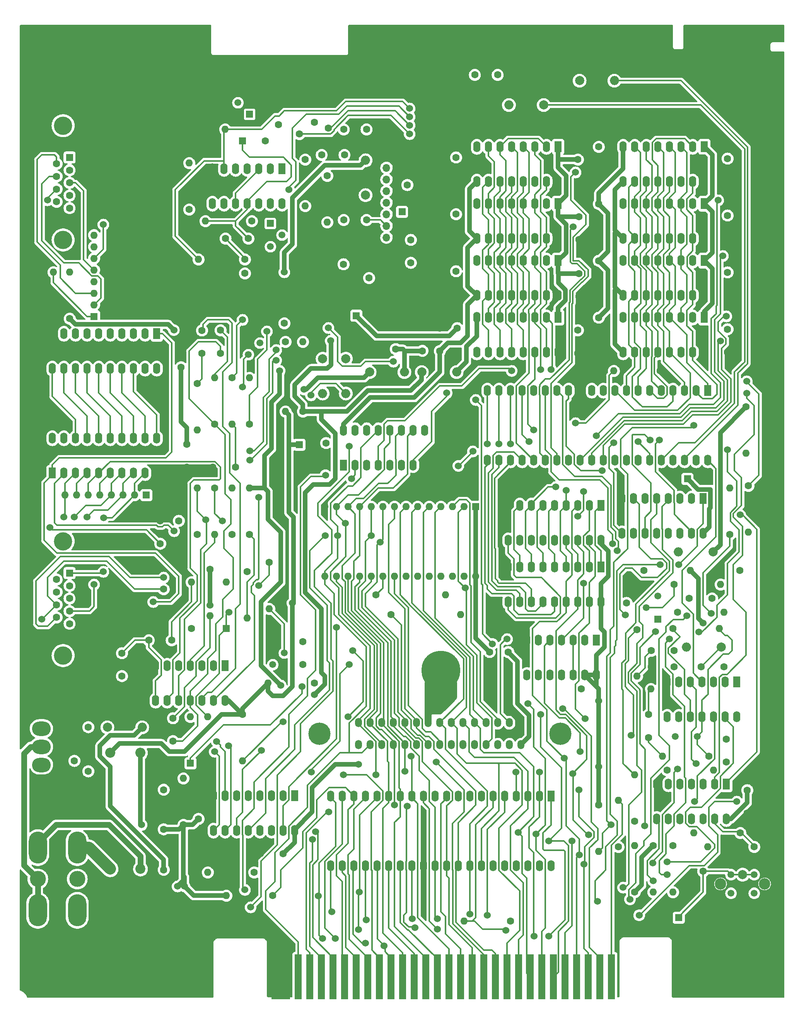
<source format=gbr>
%TF.GenerationSoftware,KiCad,Pcbnew,6.0.11-2627ca5db0~126~ubuntu22.04.1*%
%TF.CreationDate,2023-03-22T21:18:41-04:00*%
%TF.ProjectId,coleco_original_main_only,636f6c65-636f-45f6-9f72-6967696e616c,DEV*%
%TF.SameCoordinates,Original*%
%TF.FileFunction,Copper,L1,Top*%
%TF.FilePolarity,Positive*%
%FSLAX46Y46*%
G04 Gerber Fmt 4.6, Leading zero omitted, Abs format (unit mm)*
G04 Created by KiCad (PCBNEW 6.0.11-2627ca5db0~126~ubuntu22.04.1) date 2023-03-22 21:18:41*
%MOMM*%
%LPD*%
G01*
G04 APERTURE LIST*
G04 Aperture macros list*
%AMRoundRect*
0 Rectangle with rounded corners*
0 $1 Rounding radius*
0 $2 $3 $4 $5 $6 $7 $8 $9 X,Y pos of 4 corners*
0 Add a 4 corners polygon primitive as box body*
4,1,4,$2,$3,$4,$5,$6,$7,$8,$9,$2,$3,0*
0 Add four circle primitives for the rounded corners*
1,1,$1+$1,$2,$3*
1,1,$1+$1,$4,$5*
1,1,$1+$1,$6,$7*
1,1,$1+$1,$8,$9*
0 Add four rect primitives between the rounded corners*
20,1,$1+$1,$2,$3,$4,$5,0*
20,1,$1+$1,$4,$5,$6,$7,0*
20,1,$1+$1,$6,$7,$8,$9,0*
20,1,$1+$1,$8,$9,$2,$3,0*%
G04 Aperture macros list end*
%TA.AperFunction,ComponentPad*%
%ADD10C,1.600000*%
%TD*%
%TA.AperFunction,ComponentPad*%
%ADD11R,1.600000X2.400000*%
%TD*%
%TA.AperFunction,ComponentPad*%
%ADD12O,1.600000X2.400000*%
%TD*%
%TA.AperFunction,ComponentPad*%
%ADD13O,1.600000X1.600000*%
%TD*%
%TA.AperFunction,ComponentPad*%
%ADD14C,8.500000*%
%TD*%
%TA.AperFunction,ComponentPad*%
%ADD15O,9.000000X5.000000*%
%TD*%
%TA.AperFunction,ComponentPad*%
%ADD16RoundRect,0.250000X-1.800000X1.330000X-1.800000X-1.330000X1.800000X-1.330000X1.800000X1.330000X0*%
%TD*%
%TA.AperFunction,ComponentPad*%
%ADD17O,4.100000X3.160000*%
%TD*%
%TA.AperFunction,ComponentPad*%
%ADD18R,1.600000X1.600000*%
%TD*%
%TA.AperFunction,ComponentPad*%
%ADD19R,1.500000X1.500000*%
%TD*%
%TA.AperFunction,ComponentPad*%
%ADD20C,1.500000*%
%TD*%
%TA.AperFunction,ComponentPad*%
%ADD21C,2.200000*%
%TD*%
%TA.AperFunction,ComponentPad*%
%ADD22O,2.200000X2.200000*%
%TD*%
%TA.AperFunction,ComponentPad*%
%ADD23C,2.000000*%
%TD*%
%TA.AperFunction,ComponentPad*%
%ADD24O,2.000000X2.000000*%
%TD*%
%TA.AperFunction,ComponentPad*%
%ADD25O,5.000000X9.000000*%
%TD*%
%TA.AperFunction,ComponentPad*%
%ADD26C,4.000000*%
%TD*%
%TA.AperFunction,ConnectorPad*%
%ADD27R,2.032000X9.906000*%
%TD*%
%TA.AperFunction,ConnectorPad*%
%ADD28R,1.524000X9.906000*%
%TD*%
%TA.AperFunction,ComponentPad*%
%ADD29O,4.000000X7.000000*%
%TD*%
%TA.AperFunction,ComponentPad*%
%ADD30C,3.500000*%
%TD*%
%TA.AperFunction,ComponentPad*%
%ADD31C,2.500000*%
%TD*%
%TA.AperFunction,ComponentPad*%
%ADD32R,1.700000X1.700000*%
%TD*%
%TA.AperFunction,ComponentPad*%
%ADD33O,1.700000X1.700000*%
%TD*%
%TA.AperFunction,ComponentPad*%
%ADD34O,1.500000X2.000000*%
%TD*%
%TA.AperFunction,ComponentPad*%
%ADD35C,4.875000*%
%TD*%
%TA.AperFunction,ViaPad*%
%ADD36C,1.524000*%
%TD*%
%TA.AperFunction,Conductor*%
%ADD37C,0.304800*%
%TD*%
%TA.AperFunction,Conductor*%
%ADD38C,1.016000*%
%TD*%
%TA.AperFunction,Conductor*%
%ADD39C,1.524000*%
%TD*%
%TA.AperFunction,Conductor*%
%ADD40C,2.540000*%
%TD*%
%TA.AperFunction,Conductor*%
%ADD41C,1.270000*%
%TD*%
G04 APERTURE END LIST*
D10*
%TO.P,C23,1*%
%TO.N,-5V*%
X178308000Y-47169000D03*
%TO.P,C23,2*%
%TO.N,GNDD*%
X178308000Y-52169000D03*
%TD*%
%TO.P,C50,1*%
%TO.N,GNDD*%
X54864000Y-180225000D03*
%TO.P,C50,2*%
%TO.N,+12VL*%
X54864000Y-185225000D03*
%TD*%
D11*
%TO.P,U12,1,VBB*%
%TO.N,-5V*%
X173228000Y-81927000D03*
D12*
%TO.P,U12,2,Din*%
%TO.N,/video/AD2*%
X170688000Y-81927000D03*
%TO.P,U12,3,~{WRITE}*%
%TO.N,Net-(U10-Pad3)*%
X168148000Y-81927000D03*
%TO.P,U12,4,~{RAS}*%
%TO.N,Net-(U10-Pad4)*%
X165608000Y-81927000D03*
%TO.P,U12,5,A0*%
%TO.N,/video/AD7*%
X163068000Y-81927000D03*
%TO.P,U12,6,A2*%
%TO.N,/video/AD5*%
X160528000Y-81927000D03*
%TO.P,U12,7,A1*%
%TO.N,/video/AD6*%
X157988000Y-81927000D03*
%TO.P,U12,8,VDD*%
%TO.N,+12V*%
X155448000Y-81927000D03*
%TO.P,U12,9,VCC*%
%TO.N,+5V*%
X155448000Y-89547000D03*
%TO.P,U12,10,A5*%
%TO.N,/video/AD2*%
X157988000Y-89547000D03*
%TO.P,U12,11,A4*%
%TO.N,/video/AD3*%
X160528000Y-89547000D03*
%TO.P,U12,12,A3*%
%TO.N,/video/AD4*%
X163068000Y-89547000D03*
%TO.P,U12,13,A6*%
%TO.N,/video/AD1*%
X165608000Y-89547000D03*
%TO.P,U12,14,Dout*%
%TO.N,Net-(U12-Pad14)*%
X168148000Y-89547000D03*
%TO.P,U12,15,~{CAS}*%
%TO.N,Net-(U10-Pad15)*%
X170688000Y-89547000D03*
%TO.P,U12,16,VSS*%
%TO.N,GNDD*%
X173228000Y-89547000D03*
%TD*%
D10*
%TO.P,C99,1*%
%TO.N,Net-(C99-Pad1)*%
X54864000Y-141363000D03*
%TO.P,C99,2*%
%TO.N,GNDD*%
X54864000Y-146363000D03*
%TD*%
%TO.P,WJ2,1,A*%
%TO.N,+12VL*%
X85344000Y-102501000D03*
D13*
%TO.P,WJ2,2,B*%
%TO.N,VDDA*%
X85344000Y-87261000D03*
%TD*%
D10*
%TO.P,R7,1*%
%TO.N,+5V*%
X166370000Y-197497000D03*
D13*
%TO.P,R7,2*%
%TO.N,/clock_reset_misc_logic/EXP_RESET*%
X166370000Y-207657000D03*
%TD*%
D10*
%TO.P,C98,1*%
%TO.N,GNDD*%
X54102000Y-126417000D03*
%TO.P,C98,2*%
%TO.N,Net-(C98-Pad2)*%
X54102000Y-131417000D03*
%TD*%
D11*
%TO.P,U11,1,VBB*%
%TO.N,-5V*%
X141209000Y-69476000D03*
D12*
%TO.P,U11,2,Din*%
%TO.N,/video/AD7*%
X138669000Y-69476000D03*
%TO.P,U11,3,~{WRITE}*%
%TO.N,Net-(U10-Pad3)*%
X136129000Y-69476000D03*
%TO.P,U11,4,~{RAS}*%
%TO.N,Net-(U10-Pad4)*%
X133589000Y-69476000D03*
%TO.P,U11,5,A0*%
%TO.N,/video/AD7*%
X131049000Y-69476000D03*
%TO.P,U11,6,A2*%
%TO.N,/video/AD5*%
X128509000Y-69476000D03*
%TO.P,U11,7,A1*%
%TO.N,/video/AD6*%
X125969000Y-69476000D03*
%TO.P,U11,8,VDD*%
%TO.N,+12V*%
X123429000Y-69476000D03*
%TO.P,U11,9,VCC*%
%TO.N,+5V*%
X123429000Y-77096000D03*
%TO.P,U11,10,A5*%
%TO.N,/video/AD2*%
X125969000Y-77096000D03*
%TO.P,U11,11,A4*%
%TO.N,/video/AD3*%
X128509000Y-77096000D03*
%TO.P,U11,12,A3*%
%TO.N,/video/AD4*%
X131049000Y-77096000D03*
%TO.P,U11,13,A6*%
%TO.N,/video/AD1*%
X133589000Y-77096000D03*
%TO.P,U11,14,Dout*%
%TO.N,Net-(U11-Pad14)*%
X136129000Y-77096000D03*
%TO.P,U11,15,~{CAS}*%
%TO.N,Net-(U10-Pad15)*%
X138669000Y-77096000D03*
%TO.P,U11,16,VSS*%
%TO.N,GNDD*%
X141209000Y-77096000D03*
%TD*%
D14*
%TO.P,H3,1,1*%
%TO.N,GNDD*%
X182118000Y-220865000D03*
%TD*%
D10*
%TO.P,R5,1*%
%TO.N,Net-(C70-Pad1)*%
X165100000Y-180987000D03*
D13*
%TO.P,R5,2*%
%TO.N,Net-(C1-Pad2)*%
X175260000Y-180987000D03*
%TD*%
D15*
%TO.P,H12,1,1*%
%TO.N,GNDD*%
X105156000Y-79133000D03*
%TD*%
%TO.P,H11,1,1*%
%TO.N,GNDD*%
X105156000Y-26065000D03*
%TD*%
%TO.P,H7,1,1*%
%TO.N,GNDD*%
X31750000Y-220611000D03*
%TD*%
D10*
%TO.P,C61,1*%
%TO.N,Net-(C61-Pad1)*%
X56896000Y-169597000D03*
%TO.P,C61,2*%
%TO.N,Net-(C102-Pad2)*%
X56896000Y-174597000D03*
%TD*%
%TO.P,C10,1*%
%TO.N,+5V*%
X58674000Y-92809000D03*
%TO.P,C10,2*%
%TO.N,GNDD*%
X58674000Y-87809000D03*
%TD*%
%TO.P,C104,1*%
%TO.N,Net-(C104-Pad1)*%
X45720000Y-160373000D03*
%TO.P,C104,2*%
%TO.N,Net-(C104-Pad2)*%
X45720000Y-155373000D03*
%TD*%
%TO.P,R55,1*%
%TO.N,/rf_mod/sub_rf_mod/6*%
X60452000Y-58305000D03*
D13*
%TO.P,R55,2*%
%TO.N,Net-(C68-Pad1)*%
X60452000Y-48145000D03*
%TD*%
D16*
%TO.P,J0,1,Pin_1*%
%TO.N,GNDD*%
X28089000Y-167935000D03*
D17*
%TO.P,J0,2,Pin_2*%
%TO.N,-5C*%
X28089000Y-171895000D03*
%TO.P,J0,3,Pin_3*%
%TO.N,+12C*%
X28089000Y-175855000D03*
%TO.P,J0,4,Pin_4*%
%TO.N,+5C*%
X28089000Y-179815000D03*
%TD*%
D10*
%TO.P,R19,1*%
%TO.N,Net-(J5-Pad9)*%
X69850000Y-95135000D03*
D13*
%TO.P,R19,2*%
%TO.N,Net-(C17-Pad2)*%
X69850000Y-105295000D03*
%TD*%
D10*
%TO.P,C45,1*%
%TO.N,+12V*%
X150114000Y-81967000D03*
%TO.P,C45,2*%
%TO.N,GNDD*%
X150114000Y-86967000D03*
%TD*%
%TO.P,R35,1*%
%TO.N,+5V*%
X157988000Y-192163000D03*
D13*
%TO.P,R35,2*%
%TO.N,/clock_reset_misc_logic/~{AUD_DECODE_2}*%
X157988000Y-182003000D03*
%TD*%
D18*
%TO.P,CR2,1,K*%
%TO.N,/clock_reset_misc_logic/INT*%
X68580000Y-149999000D03*
D13*
%TO.P,CR2,2,A*%
%TO.N,Net-(C65-Pad1)*%
X68580000Y-139839000D03*
%TD*%
D10*
%TO.P,R9,1*%
%TO.N,/clock_reset_misc_logic/EXP_RESET*%
X172974000Y-203085000D03*
D13*
%TO.P,R9,2*%
%TO.N,GNDD*%
X172974000Y-213245000D03*
%TD*%
D15*
%TO.P,H6,1,1*%
%TO.N,GNDD*%
X31750000Y-188861000D03*
%TD*%
D10*
%TO.P,R40,1*%
%TO.N,Net-(C62-Pad1)*%
X90932000Y-40525000D03*
D13*
%TO.P,R40,2*%
%TO.N,GNDD*%
X90932000Y-30365000D03*
%TD*%
D10*
%TO.P,R62,1*%
%TO.N,Net-(Q2-Pad3)*%
X158496000Y-150253000D03*
D13*
%TO.P,R62,2*%
%TO.N,Net-(C90-Pad1)*%
X158496000Y-160413000D03*
%TD*%
D14*
%TO.P,H4,1,1*%
%TO.N,GNDD*%
X182118000Y-33413000D03*
%TD*%
D10*
%TO.P,C103,1*%
%TO.N,Net-(C103-Pad1)*%
X85344000Y-152833000D03*
%TO.P,C103,2*%
%TO.N,Net-(C103-Pad2)*%
X85344000Y-157833000D03*
%TD*%
D19*
%TO.P,Q6,1,E*%
%TO.N,Net-(C68-Pad2)*%
X73668000Y-37477000D03*
D20*
%TO.P,Q6,2,B*%
%TO.N,Net-(C64-Pad1)*%
X71128000Y-34937000D03*
%TO.P,Q6,3,C*%
%TO.N,GNDD*%
X73668000Y-32397000D03*
%TD*%
D10*
%TO.P,C1,1*%
%TO.N,Net-(C1-Pad1)*%
X178054000Y-174169000D03*
%TO.P,C1,2*%
%TO.N,Net-(C1-Pad2)*%
X178054000Y-179169000D03*
%TD*%
%TO.P,R49,1*%
%TO.N,Net-(Q3-Pad3)*%
X72644000Y-72275000D03*
D13*
%TO.P,R49,2*%
%TO.N,GNDD*%
X62484000Y-72275000D03*
%TD*%
D14*
%TO.P,H2,1,1*%
%TO.N,GNDD*%
X36830000Y-30365000D03*
%TD*%
D20*
%TO.P,Y1,1,1*%
%TO.N,Net-(R6-Pad2)*%
X171704000Y-173621000D03*
%TO.P,Y1,2,2*%
%TO.N,Net-(C70-Pad2)*%
X166824000Y-173621000D03*
%TD*%
D10*
%TO.P,C7,1*%
%TO.N,+5V*%
X126238000Y-155119000D03*
%TO.P,C7,2*%
%TO.N,GNDD*%
X126238000Y-160119000D03*
%TD*%
D11*
%TO.P,U22,1*%
%TO.N,Net-(C90-Pad2)*%
X180345000Y-161668000D03*
D12*
%TO.P,U22,2*%
%TO.N,Net-(C91-Pad2)*%
X177805000Y-161668000D03*
%TO.P,U22,3*%
X175265000Y-161668000D03*
%TO.P,U22,4*%
%TO.N,/clock_reset_misc_logic/VDP_CLK*%
X172725000Y-161668000D03*
%TO.P,U22,5*%
%TO.N,/clock_reset_misc_logic/~{M1}*%
X170185000Y-161668000D03*
%TO.P,U22,6*%
%TO.N,Net-(U22-Pad6)*%
X167645000Y-161668000D03*
%TO.P,U22,7,GND*%
%TO.N,GNDD*%
X165105000Y-161668000D03*
%TO.P,U22,8*%
%TO.N,Net-(C70-Pad1)*%
X165105000Y-169288000D03*
%TO.P,U22,9*%
%TO.N,Net-(C1-Pad2)*%
X167645000Y-169288000D03*
%TO.P,U22,10*%
%TO.N,Net-(C1-Pad1)*%
X170185000Y-169288000D03*
%TO.P,U22,11*%
%TO.N,Net-(R6-Pad2)*%
X172725000Y-169288000D03*
%TO.P,U22,12*%
%TO.N,/clock_reset_misc_logic/RFSH*%
X175265000Y-169288000D03*
%TO.P,U22,13*%
%TO.N,/clock_reset_misc_logic/~{RFSH}*%
X177805000Y-169288000D03*
%TO.P,U22,14,VCC*%
%TO.N,+5V*%
X180345000Y-169288000D03*
%TD*%
D10*
%TO.P,C27,1*%
%TO.N,-5V*%
X145796000Y-72315000D03*
%TO.P,C27,2*%
%TO.N,GNDD*%
X145796000Y-77315000D03*
%TD*%
%TO.P,R73,1*%
%TO.N,+5V*%
X182372000Y-101485000D03*
D13*
%TO.P,R73,2*%
%TO.N,/io_ports/~{VDP_RESET}*%
X182372000Y-111645000D03*
%TD*%
D10*
%TO.P,R60,1*%
%TO.N,/clock_reset_misc_logic/~{CLK}*%
X178816000Y-129425000D03*
D13*
%TO.P,R60,2*%
%TO.N,Net-(Q2-Pad3)*%
X178816000Y-119265000D03*
%TD*%
D18*
%TO.P,UR26,1,common*%
%TO.N,Net-(R65-Pad2)*%
X51054000Y-120789000D03*
D13*
%TO.P,UR26,2,R1*%
%TO.N,Net-(J6-Pad1)*%
X48514000Y-120789000D03*
%TO.P,UR26,3,R2*%
%TO.N,Net-(J6-Pad4)*%
X45974000Y-120789000D03*
%TO.P,UR26,4,R3*%
%TO.N,Net-(J6-Pad2)*%
X43434000Y-120789000D03*
%TO.P,UR26,5,R4*%
%TO.N,Net-(J6-Pad3)*%
X40894000Y-120789000D03*
%TO.P,UR26,6,R5*%
%TO.N,Net-(C103-Pad2)*%
X38354000Y-120789000D03*
%TO.P,UR26,7,R6*%
%TO.N,Net-(J6-Pad7)*%
X35814000Y-120789000D03*
%TO.P,UR26,8,R7*%
%TO.N,Net-(J6-Pad6)*%
X33274000Y-120789000D03*
%TD*%
D10*
%TO.P,C47,1*%
%TO.N,GNDD*%
X35306000Y-173915000D03*
%TO.P,C47,2*%
%TO.N,+12C*%
X35306000Y-178915000D03*
%TD*%
%TO.P,C91,1*%
%TO.N,GNDD*%
X161584000Y-158381000D03*
%TO.P,C91,2*%
%TO.N,Net-(C91-Pad2)*%
X166584000Y-158381000D03*
%TD*%
%TO.P,C78,1*%
%TO.N,/rf_mod/sub_rf_mod/8*%
X108966000Y-64949000D03*
%TO.P,C78,2*%
%TO.N,Net-(C78-Pad2)*%
X108966000Y-69949000D03*
%TD*%
D18*
%TO.P,C68,1*%
%TO.N,Net-(C68-Pad1)*%
X72116698Y-43319000D03*
D10*
%TO.P,C68,2*%
%TO.N,Net-(C68-Pad2)*%
X77116698Y-43319000D03*
%TD*%
%TO.P,C31,1*%
%TO.N,+12V*%
X150114000Y-69521000D03*
%TO.P,C31,2*%
%TO.N,GNDD*%
X150114000Y-74521000D03*
%TD*%
%TO.P,R64,1*%
%TO.N,GNDD*%
X163576000Y-93611000D03*
D13*
%TO.P,R64,2*%
%TO.N,/clock_reset_misc_logic/SND_CLK*%
X153416000Y-93611000D03*
%TD*%
D11*
%TO.P,U18,1,G1*%
%TO.N,/controller/~{CTRL_READ}*%
X30480000Y-115963000D03*
D12*
%TO.P,U18,2,A0*%
%TO.N,Net-(C104-Pad2)*%
X33020000Y-115963000D03*
%TO.P,U18,3,A1*%
%TO.N,Net-(J6-Pad6)*%
X35560000Y-115963000D03*
%TO.P,U18,4,A2*%
%TO.N,Net-(J6-Pad7)*%
X38100000Y-115963000D03*
%TO.P,U18,5,A3*%
%TO.N,Net-(C103-Pad2)*%
X40640000Y-115963000D03*
%TO.P,U18,6,A4*%
%TO.N,Net-(J6-Pad3)*%
X43180000Y-115963000D03*
%TO.P,U18,7,A5*%
%TO.N,Net-(J6-Pad2)*%
X45720000Y-115963000D03*
%TO.P,U18,8,A6*%
%TO.N,Net-(J6-Pad4)*%
X48260000Y-115963000D03*
%TO.P,U18,9,A7*%
%TO.N,Net-(J6-Pad1)*%
X50800000Y-115963000D03*
%TO.P,U18,10,GND*%
%TO.N,GNDD*%
X53340000Y-115963000D03*
%TO.P,U18,11,Y7*%
%TO.N,/cpu/D0*%
X53340000Y-108343000D03*
%TO.P,U18,12,Y6*%
%TO.N,/cpu/D1*%
X50800000Y-108343000D03*
%TO.P,U18,13,Y5*%
%TO.N,/cpu/D2*%
X48260000Y-108343000D03*
%TO.P,U18,14,Y4*%
%TO.N,/cpu/D3*%
X45720000Y-108343000D03*
%TO.P,U18,15,Y3*%
%TO.N,/cpu/D4*%
X43180000Y-108343000D03*
%TO.P,U18,16,Y2*%
%TO.N,/cpu/D5*%
X40640000Y-108343000D03*
%TO.P,U18,17,Y1*%
%TO.N,/cpu/D6*%
X38100000Y-108343000D03*
%TO.P,U18,18,Y0*%
%TO.N,/cpu/D7*%
X35560000Y-108343000D03*
%TO.P,U18,19,G2*%
%TO.N,/clock_reset_misc_logic/~{CTRL_READ_2}*%
X33020000Y-108343000D03*
%TO.P,U18,20,VCC*%
%TO.N,+5V*%
X30480000Y-108343000D03*
%TD*%
D18*
%TO.P,C16,1*%
%TO.N,+5V*%
X84582000Y-109750349D03*
D10*
%TO.P,C16,2*%
%TO.N,GNDD*%
X84582000Y-114750349D03*
%TD*%
%TO.P,C100,1*%
%TO.N,Net-(C100-Pad1)*%
X94274000Y-40779000D03*
%TO.P,C100,2*%
%TO.N,/rf_mod/sub_rf_mod/2*%
X99274000Y-40779000D03*
%TD*%
%TO.P,C102,1*%
%TO.N,Net-(C102-Pad1)*%
X67310000Y-84721000D03*
%TO.P,C102,2*%
%TO.N,Net-(C102-Pad2)*%
X67310000Y-89721000D03*
%TD*%
D11*
%TO.P,U20,1,D2*%
%TO.N,/cpu/D5*%
X94249000Y-114200000D03*
D12*
%TO.P,U20,2,D1*%
%TO.N,/cpu/D6*%
X96789000Y-114200000D03*
%TO.P,U20,3,D0*%
%TO.N,/cpu/D7*%
X99329000Y-114200000D03*
%TO.P,U20,4,RDY*%
%TO.N,/clock_reset_misc_logic/~{WAIT}*%
X101869000Y-114200000D03*
%TO.P,U20,5,~{WE}*%
%TO.N,/decoder_logic/~{SND_ENABLE}*%
X104409000Y-114200000D03*
%TO.P,U20,6,~{CE}*%
X106949000Y-114200000D03*
%TO.P,U20,7,OUT*%
%TO.N,/io_ports/SND_OUT*%
X109489000Y-114200000D03*
%TO.P,U20,8,GND*%
%TO.N,GNDD*%
X112029000Y-114200000D03*
%TO.P,U20,9,N.C.*%
%TO.N,unconnected-(U20-Pad9)*%
X112029000Y-106580000D03*
%TO.P,U20,10,D7*%
%TO.N,/cpu/D0*%
X109489000Y-106580000D03*
%TO.P,U20,11,D6*%
%TO.N,/cpu/D1*%
X106949000Y-106580000D03*
%TO.P,U20,12,D5*%
%TO.N,/cpu/D2*%
X104409000Y-106580000D03*
%TO.P,U20,13,D4*%
%TO.N,/cpu/D3*%
X101869000Y-106580000D03*
%TO.P,U20,14,CLK*%
%TO.N,/clock_reset_misc_logic/SND_CLK*%
X99329000Y-106580000D03*
%TO.P,U20,15,D3*%
%TO.N,/cpu/D4*%
X96789000Y-106580000D03*
%TO.P,U20,16,VCC*%
%TO.N,+5V*%
X94249000Y-106580000D03*
%TD*%
D10*
%TO.P,R10,1*%
%TO.N,+5V*%
X157988000Y-207657000D03*
D13*
%TO.P,R10,2*%
%TO.N,/clock_reset_misc_logic/~{RESET}*%
X157988000Y-197497000D03*
%TD*%
D21*
%TO.P,L6,1,1*%
%TO.N,/psu/+5NF*%
X43180000Y-202577000D03*
D22*
%TO.P,L6,2,2*%
%TO.N,+5V*%
X43180000Y-177177000D03*
%TD*%
D23*
%TO.P,L15,1,1*%
%TO.N,Net-(C78-Pad2)*%
X94742000Y-90929000D03*
D24*
%TO.P,L15,2,2*%
%TO.N,/clock_reset_misc_logic/SND_CLK*%
X94742000Y-98549000D03*
%TD*%
D10*
%TO.P,WJ4,1,A*%
%TO.N,Net-(JP1-Pad1)*%
X101346000Y-142633000D03*
D13*
%TO.P,WJ4,2,B*%
%TO.N,/decoder_logic/~{ROM_ENABLE}*%
X116586000Y-142633000D03*
%TD*%
D10*
%TO.P,R26,1*%
%TO.N,Net-(J2-Pad40)*%
X130810000Y-214007000D03*
D13*
%TO.P,R26,2*%
%TO.N,/clock_reset_misc_logic/~{CLK}*%
X120650000Y-214007000D03*
%TD*%
D10*
%TO.P,R23,1*%
%TO.N,Net-(C99-Pad1)*%
X73152000Y-137553000D03*
D13*
%TO.P,R23,2*%
%TO.N,Net-(R23-Pad2)*%
X73152000Y-147713000D03*
%TD*%
D11*
%TO.P,U16,1,VBB*%
%TO.N,-5V*%
X141209000Y-81927000D03*
D12*
%TO.P,U16,2,Din*%
%TO.N,/video/AD0*%
X138669000Y-81927000D03*
%TO.P,U16,3,~{WRITE}*%
%TO.N,Net-(U10-Pad3)*%
X136129000Y-81927000D03*
%TO.P,U16,4,~{RAS}*%
%TO.N,Net-(U10-Pad4)*%
X133589000Y-81927000D03*
%TO.P,U16,5,A0*%
%TO.N,/video/AD7*%
X131049000Y-81927000D03*
%TO.P,U16,6,A2*%
%TO.N,/video/AD5*%
X128509000Y-81927000D03*
%TO.P,U16,7,A1*%
%TO.N,/video/AD6*%
X125969000Y-81927000D03*
%TO.P,U16,8,VDD*%
%TO.N,+12V*%
X123429000Y-81927000D03*
%TO.P,U16,9,VCC*%
%TO.N,+5V*%
X123429000Y-89547000D03*
%TO.P,U16,10,A5*%
%TO.N,/video/AD2*%
X125969000Y-89547000D03*
%TO.P,U16,11,A4*%
%TO.N,/video/AD3*%
X128509000Y-89547000D03*
%TO.P,U16,12,A3*%
%TO.N,/video/AD4*%
X131049000Y-89547000D03*
%TO.P,U16,13,A6*%
%TO.N,/video/AD1*%
X133589000Y-89547000D03*
%TO.P,U16,14,Dout*%
%TO.N,Net-(U16-Pad14)*%
X136129000Y-89547000D03*
%TO.P,U16,15,~{CAS}*%
%TO.N,Net-(U10-Pad15)*%
X138669000Y-89547000D03*
%TO.P,U16,16,VSS*%
%TO.N,GNDD*%
X141209000Y-89547000D03*
%TD*%
D19*
%TO.P,Q4,1,E*%
%TO.N,GNDD*%
X73406000Y-84975000D03*
D20*
%TO.P,Q4,2,B*%
%TO.N,Net-(C102-Pad1)*%
X75946000Y-87515000D03*
%TO.P,Q4,3,C*%
%TO.N,Net-(C101-Pad1)*%
X73406000Y-90055000D03*
%TD*%
D10*
%TO.P,C13,1*%
%TO.N,GNDD*%
X156210000Y-139371000D03*
%TO.P,C13,2*%
%TO.N,+5V*%
X156210000Y-144371000D03*
%TD*%
D23*
%TO.P,L8,1,1*%
%TO.N,Net-(C63-Pad1)*%
X89662000Y-90929000D03*
D24*
%TO.P,L8,2,2*%
%TO.N,/rf_mod/B-Y*%
X89662000Y-98549000D03*
%TD*%
D10*
%TO.P,C29,1*%
%TO.N,-5V*%
X178308000Y-72061000D03*
%TO.P,C29,2*%
%TO.N,GNDD*%
X178308000Y-77061000D03*
%TD*%
D11*
%TO.P,U17,1,VBB*%
%TO.N,-5V*%
X173243000Y-44574000D03*
D12*
%TO.P,U17,2,Din*%
%TO.N,/video/AD4*%
X170703000Y-44574000D03*
%TO.P,U17,3,~{WRITE}*%
%TO.N,Net-(U10-Pad3)*%
X168163000Y-44574000D03*
%TO.P,U17,4,~{RAS}*%
%TO.N,Net-(U10-Pad4)*%
X165623000Y-44574000D03*
%TO.P,U17,5,A0*%
%TO.N,/video/AD7*%
X163083000Y-44574000D03*
%TO.P,U17,6,A2*%
%TO.N,/video/AD5*%
X160543000Y-44574000D03*
%TO.P,U17,7,A1*%
%TO.N,/video/AD6*%
X158003000Y-44574000D03*
%TO.P,U17,8,VDD*%
%TO.N,+12V*%
X155463000Y-44574000D03*
%TO.P,U17,9,VCC*%
%TO.N,+5V*%
X155463000Y-52194000D03*
%TO.P,U17,10,A5*%
%TO.N,/video/AD2*%
X158003000Y-52194000D03*
%TO.P,U17,11,A4*%
%TO.N,/video/AD3*%
X160543000Y-52194000D03*
%TO.P,U17,12,A3*%
%TO.N,/video/AD4*%
X163083000Y-52194000D03*
%TO.P,U17,13,A6*%
%TO.N,/video/AD1*%
X165623000Y-52194000D03*
%TO.P,U17,14,Dout*%
%TO.N,Net-(U17-Pad14)*%
X168163000Y-52194000D03*
%TO.P,U17,15,~{CAS}*%
%TO.N,Net-(U10-Pad15)*%
X170703000Y-52194000D03*
%TO.P,U17,16,VSS*%
%TO.N,GNDD*%
X173243000Y-52194000D03*
%TD*%
D10*
%TO.P,R77,1*%
%TO.N,Net-(R77-Pad1)*%
X181102000Y-194703000D03*
D13*
%TO.P,R77,2*%
%TO.N,/clock_reset_misc_logic/~{RESET}*%
X170942000Y-194703000D03*
%TD*%
D10*
%TO.P,R12,1*%
%TO.N,+5V*%
X74676000Y-203339000D03*
D13*
%TO.P,R12,2*%
%TO.N,/cpu/~{BUSRQ}*%
X64516000Y-203339000D03*
%TD*%
D25*
%TO.P,H8,1,1*%
%TO.N,GNDD*%
X114554000Y-63639000D03*
%TD*%
D23*
%TO.P,L14,1,1*%
%TO.N,Net-(C91-Pad2)*%
X176926000Y-154063000D03*
D24*
%TO.P,L14,2,2*%
%TO.N,Net-(C90-Pad2)*%
X169306000Y-154063000D03*
%TD*%
D10*
%TO.P,R42,1*%
%TO.N,Net-(C64-Pad1)*%
X84582000Y-41795000D03*
D13*
%TO.P,R42,2*%
%TO.N,GNDD*%
X84582000Y-31635000D03*
%TD*%
D10*
%TO.P,R71,1*%
%TO.N,Net-(C104-Pad2)*%
X77978000Y-135521000D03*
D13*
%TO.P,R71,2*%
%TO.N,Net-(C104-Pad1)*%
X77978000Y-145681000D03*
%TD*%
D11*
%TO.P,U13,1,VBB*%
%TO.N,-5V*%
X141209000Y-57025000D03*
D12*
%TO.P,U13,2,Din*%
%TO.N,/video/AD6*%
X138669000Y-57025000D03*
%TO.P,U13,3,~{WRITE}*%
%TO.N,Net-(U10-Pad3)*%
X136129000Y-57025000D03*
%TO.P,U13,4,~{RAS}*%
%TO.N,Net-(U10-Pad4)*%
X133589000Y-57025000D03*
%TO.P,U13,5,A0*%
%TO.N,/video/AD7*%
X131049000Y-57025000D03*
%TO.P,U13,6,A2*%
%TO.N,/video/AD5*%
X128509000Y-57025000D03*
%TO.P,U13,7,A1*%
%TO.N,/video/AD6*%
X125969000Y-57025000D03*
%TO.P,U13,8,VDD*%
%TO.N,+12V*%
X123429000Y-57025000D03*
%TO.P,U13,9,VCC*%
%TO.N,+5V*%
X123429000Y-64645000D03*
%TO.P,U13,10,A5*%
%TO.N,/video/AD2*%
X125969000Y-64645000D03*
%TO.P,U13,11,A4*%
%TO.N,/video/AD3*%
X128509000Y-64645000D03*
%TO.P,U13,12,A3*%
%TO.N,/video/AD4*%
X131049000Y-64645000D03*
%TO.P,U13,13,A6*%
%TO.N,/video/AD1*%
X133589000Y-64645000D03*
%TO.P,U13,14,Dout*%
%TO.N,Net-(U13-Pad14)*%
X136129000Y-64645000D03*
%TO.P,U13,15,~{CAS}*%
%TO.N,Net-(U10-Pad15)*%
X138669000Y-64645000D03*
%TO.P,U13,16,VSS*%
%TO.N,GNDD*%
X141209000Y-64645000D03*
%TD*%
D10*
%TO.P,R22,1*%
%TO.N,Net-(C98-Pad2)*%
X66040000Y-119265000D03*
D13*
%TO.P,R22,2*%
%TO.N,Net-(R22-Pad2)*%
X66040000Y-129425000D03*
%TD*%
D10*
%TO.P,R39,1*%
%TO.N,Net-(R39-Pad1)*%
X160020000Y-137299000D03*
D13*
%TO.P,R39,2*%
%TO.N,+5V*%
X170180000Y-137299000D03*
%TD*%
D23*
%TO.P,L2,1,1*%
%TO.N,-5VL*%
X99934000Y-93865000D03*
D24*
%TO.P,L2,2,2*%
%TO.N,-5V*%
X107554000Y-93865000D03*
%TD*%
D10*
%TO.P,C22,1*%
%TO.N,+12V*%
X150114000Y-44589000D03*
%TO.P,C22,2*%
%TO.N,GNDD*%
X150114000Y-49589000D03*
%TD*%
D11*
%TO.P,U23,1*%
%TO.N,/rf_mod/sub_rf_mod/7*%
X80777000Y-49400000D03*
D12*
%TO.P,U23,2*%
%TO.N,/rf_mod/sub_rf_mod/5*%
X78237000Y-49400000D03*
%TO.P,U23,3*%
X75697000Y-49400000D03*
%TO.P,U23,4*%
%TO.N,/rf_mod/sub_rf_mod/3*%
X73157000Y-49400000D03*
%TO.P,U23,5*%
%TO.N,Net-(Q3-Pad3)*%
X70617000Y-49400000D03*
%TO.P,U23,6*%
%TO.N,/io_ports/EXT_VIDEO_SEL*%
X68077000Y-49400000D03*
%TO.P,U23,7,VSS*%
%TO.N,GNDD*%
X65537000Y-49400000D03*
%TO.P,U23,8*%
%TO.N,/rf_mod/sub_rf_mod/6*%
X65537000Y-57020000D03*
%TO.P,U23,9*%
%TO.N,/io_ports/EXT_VIDEO*%
X68077000Y-57020000D03*
%TO.P,U23,10*%
%TO.N,/rf_mod/sub_rf_mod/5*%
X70617000Y-57020000D03*
%TO.P,U23,11*%
%TO.N,Net-(C68-Pad1)*%
X73157000Y-57020000D03*
%TO.P,U23,12*%
%TO.N,Net-(Q3-Pad3)*%
X75697000Y-57020000D03*
%TO.P,U23,13*%
X78237000Y-57020000D03*
%TO.P,U23,14,VDD*%
%TO.N,+12VL*%
X80777000Y-57020000D03*
%TD*%
D10*
%TO.P,C63,1*%
%TO.N,Net-(C63-Pad1)*%
X94234000Y-70283000D03*
%TO.P,C63,2*%
%TO.N,GNDD*%
X94234000Y-75283000D03*
%TD*%
%TO.P,C88,1*%
%TO.N,/io_ports/EXT_SOUND*%
X127976000Y-28841000D03*
%TO.P,C88,2*%
%TO.N,Net-(C100-Pad1)*%
X122976000Y-28841000D03*
%TD*%
D11*
%TO.P,U8,1,~{R}*%
%TO.N,Net-(U22-Pad6)*%
X149611000Y-152524000D03*
D12*
%TO.P,U8,2,D*%
%TO.N,Net-(U8-Pad2)*%
X147071000Y-152524000D03*
%TO.P,U8,3,C*%
%TO.N,Net-(C4-Pad2)*%
X144531000Y-152524000D03*
%TO.P,U8,4,~{S}*%
%TO.N,Net-(R39-Pad1)*%
X141991000Y-152524000D03*
%TO.P,U8,5,Q*%
%TO.N,Net-(U7-Pad3)*%
X139451000Y-152524000D03*
%TO.P,U8,6,~{Q}*%
%TO.N,Net-(U8-Pad2)*%
X136911000Y-152524000D03*
%TO.P,U8,7,GND*%
%TO.N,GNDD*%
X134371000Y-152524000D03*
%TO.P,U8,8,~{Q}*%
%TO.N,Net-(C4-Pad2)*%
X134371000Y-160144000D03*
%TO.P,U8,9,Q*%
%TO.N,Net-(Q2-Pad3)*%
X136911000Y-160144000D03*
%TO.P,U8,10,~{S}*%
%TO.N,+5V*%
X139451000Y-160144000D03*
%TO.P,U8,11,C*%
%TO.N,Net-(C70-Pad1)*%
X141991000Y-160144000D03*
%TO.P,U8,12,D*%
%TO.N,Net-(C4-Pad2)*%
X144531000Y-160144000D03*
%TO.P,U8,13,~{R}*%
%TO.N,+5V*%
X147071000Y-160144000D03*
%TO.P,U8,14,VCC*%
X149611000Y-160144000D03*
%TD*%
D10*
%TO.P,C64,1*%
%TO.N,Net-(C64-Pad1)*%
X80010000Y-39723000D03*
%TO.P,C64,2*%
%TO.N,GNDD*%
X80010000Y-34723000D03*
%TD*%
D18*
%TO.P,C106,1*%
%TO.N,+5VD*%
X169526584Y-117233000D03*
D10*
%TO.P,C106,2*%
%TO.N,GNDD*%
X172026584Y-117233000D03*
%TD*%
%TO.P,R21,1*%
%TO.N,Net-(C98-Pad2)*%
X69850000Y-129425000D03*
D13*
%TO.P,R21,2*%
%TO.N,-5VL*%
X69850000Y-119265000D03*
%TD*%
D10*
%TO.P,R24,1*%
%TO.N,+5V*%
X65024000Y-137045000D03*
D13*
%TO.P,R24,2*%
%TO.N,Net-(C61-Pad1)*%
X65024000Y-147205000D03*
%TD*%
D10*
%TO.P,C69,1*%
%TO.N,Net-(C69-Pad1)*%
X68401328Y-64655000D03*
%TO.P,C69,2*%
%TO.N,Net-(C68-Pad1)*%
X73401328Y-64655000D03*
%TD*%
D18*
%TO.P,C36,1*%
%TO.N,+12V*%
X97028000Y-81535094D03*
D10*
%TO.P,C36,2*%
%TO.N,GNDD*%
X97028000Y-86535094D03*
%TD*%
%TO.P,R16,1*%
%TO.N,+5V*%
X72136000Y-168795000D03*
D13*
%TO.P,R16,2*%
%TO.N,/decoder_logic/AUX_DECODE_1*%
X72136000Y-178955000D03*
%TD*%
D10*
%TO.P,C8,1*%
%TO.N,GNDD*%
X62484000Y-186615000D03*
%TO.P,C8,2*%
%TO.N,+5V*%
X62484000Y-191615000D03*
%TD*%
D19*
%TO.P,Q3,1,E*%
%TO.N,+12VL*%
X78224000Y-61353000D03*
D20*
%TO.P,Q3,2,B*%
%TO.N,Net-(C69-Pad1)*%
X80764000Y-63893000D03*
%TO.P,Q3,3,C*%
%TO.N,Net-(Q3-Pad3)*%
X78224000Y-66433000D03*
%TD*%
D10*
%TO.P,R18,1*%
%TO.N,Net-(C100-Pad1)*%
X90678000Y-50939000D03*
D13*
%TO.P,R18,2*%
%TO.N,/io_ports/SND_OUT*%
X90678000Y-61099000D03*
%TD*%
D23*
%TO.P,L7,1,1*%
%TO.N,Net-(C62-Pad1)*%
X145908000Y-30111000D03*
D24*
%TO.P,L7,2,2*%
%TO.N,/rf_mod/R-Y*%
X153528000Y-30111000D03*
%TD*%
D10*
%TO.P,R61,1*%
%TO.N,/clock_reset_misc_logic/SND_CLK*%
X182880000Y-118757000D03*
D13*
%TO.P,R61,2*%
%TO.N,Net-(Q2-Pad3)*%
X182880000Y-128917000D03*
%TD*%
D10*
%TO.P,R43,1*%
%TO.N,GNDD*%
X68326000Y-30619000D03*
D13*
%TO.P,R43,2*%
%TO.N,/io_ports/EXT_VIDEO_SEL*%
X68326000Y-40779000D03*
%TD*%
D10*
%TO.P,C17,1*%
%TO.N,GNDD*%
X65612000Y-114693000D03*
%TO.P,C17,2*%
%TO.N,Net-(C17-Pad2)*%
X70612000Y-114693000D03*
%TD*%
%TO.P,C37,1*%
%TO.N,+12V*%
X118872000Y-59321000D03*
%TO.P,C37,2*%
%TO.N,GNDD*%
X118872000Y-64321000D03*
%TD*%
D23*
%TO.P,L4,1,1*%
%TO.N,-5C*%
X42530000Y-171589000D03*
D24*
%TO.P,L4,2,2*%
%TO.N,-5VL*%
X50150000Y-171589000D03*
%TD*%
D10*
%TO.P,R65,1*%
%TO.N,+5V*%
X34290000Y-82181000D03*
D13*
%TO.P,R65,2*%
%TO.N,Net-(R65-Pad2)*%
X34290000Y-72021000D03*
%TD*%
D11*
%TO.P,U14,1,VBB*%
%TO.N,-5V*%
X173243000Y-69476000D03*
D12*
%TO.P,U14,2,Din*%
%TO.N,/video/AD1*%
X170703000Y-69476000D03*
%TO.P,U14,3,~{WRITE}*%
%TO.N,Net-(U10-Pad3)*%
X168163000Y-69476000D03*
%TO.P,U14,4,~{RAS}*%
%TO.N,Net-(U10-Pad4)*%
X165623000Y-69476000D03*
%TO.P,U14,5,A0*%
%TO.N,/video/AD7*%
X163083000Y-69476000D03*
%TO.P,U14,6,A2*%
%TO.N,/video/AD5*%
X160543000Y-69476000D03*
%TO.P,U14,7,A1*%
%TO.N,/video/AD6*%
X158003000Y-69476000D03*
%TO.P,U14,8,VDD*%
%TO.N,+12V*%
X155463000Y-69476000D03*
%TO.P,U14,9,VCC*%
%TO.N,+5V*%
X155463000Y-77096000D03*
%TO.P,U14,10,A5*%
%TO.N,/video/AD2*%
X158003000Y-77096000D03*
%TO.P,U14,11,A4*%
%TO.N,/video/AD3*%
X160543000Y-77096000D03*
%TO.P,U14,12,A3*%
%TO.N,/video/AD4*%
X163083000Y-77096000D03*
%TO.P,U14,13,A6*%
%TO.N,/video/AD1*%
X165623000Y-77096000D03*
%TO.P,U14,14,Dout*%
%TO.N,Net-(U14-Pad14)*%
X168163000Y-77096000D03*
%TO.P,U14,15,~{CAS}*%
%TO.N,Net-(U10-Pad15)*%
X170703000Y-77096000D03*
%TO.P,U14,16,VSS*%
%TO.N,GNDD*%
X173243000Y-77096000D03*
%TD*%
D10*
%TO.P,R79,1*%
%TO.N,+12VL*%
X74168000Y-60845000D03*
D13*
%TO.P,R79,2*%
%TO.N,Net-(C68-Pad1)*%
X64008000Y-60845000D03*
%TD*%
D10*
%TO.P,R13,1*%
%TO.N,Net-(C4-Pad1)*%
X166624000Y-140347000D03*
D13*
%TO.P,R13,2*%
%TO.N,Net-(C4-Pad2)*%
X176784000Y-140347000D03*
%TD*%
D11*
%TO.P,U4,1,A6*%
%TO.N,/cpu/A6*%
X150612000Y-136522000D03*
D12*
%TO.P,U4,2,A5*%
%TO.N,/cpu/A5*%
X148072000Y-136522000D03*
%TO.P,U4,3,A4*%
%TO.N,/cpu/A4*%
X145532000Y-136522000D03*
%TO.P,U4,4,A3*%
%TO.N,/cpu/A3*%
X142992000Y-136522000D03*
%TO.P,U4,5,A0*%
%TO.N,/cpu/A0*%
X140452000Y-136522000D03*
%TO.P,U4,6,A1*%
%TO.N,/cpu/A1*%
X137912000Y-136522000D03*
%TO.P,U4,7,A2*%
%TO.N,/cpu/A2*%
X135372000Y-136522000D03*
%TO.P,U4,8,~{CS}*%
%TO.N,/decoder_logic/~{RAM_CS}*%
X132832000Y-136522000D03*
%TO.P,U4,9,GND*%
%TO.N,GNDD*%
X130292000Y-136522000D03*
%TO.P,U4,10,~{WE}*%
%TO.N,/cpu/~{WR}*%
X130292000Y-144142000D03*
%TO.P,U4,11,D3*%
%TO.N,/cpu/D7*%
X132832000Y-144142000D03*
%TO.P,U4,12,D2*%
%TO.N,/cpu/D6*%
X135372000Y-144142000D03*
%TO.P,U4,13,D1*%
%TO.N,/cpu/D5*%
X137912000Y-144142000D03*
%TO.P,U4,14,D0*%
%TO.N,/cpu/D4*%
X140452000Y-144142000D03*
%TO.P,U4,15,A9*%
%TO.N,/cpu/A9*%
X142992000Y-144142000D03*
%TO.P,U4,16,A8*%
%TO.N,/cpu/A8*%
X145532000Y-144142000D03*
%TO.P,U4,17,A7*%
%TO.N,/cpu/A7*%
X148072000Y-144142000D03*
%TO.P,U4,18,VCC*%
%TO.N,+5V*%
X150612000Y-144142000D03*
%TD*%
D11*
%TO.P,U1,1,A11*%
%TO.N,/cpu/A11*%
X139695000Y-186595000D03*
D12*
%TO.P,U1,2,A12*%
%TO.N,/cpu/A12*%
X137155000Y-186595000D03*
%TO.P,U1,3,A13*%
%TO.N,/cpu/A13*%
X134615000Y-186595000D03*
%TO.P,U1,4,A14*%
%TO.N,/cpu/A14*%
X132075000Y-186595000D03*
%TO.P,U1,5,A15*%
%TO.N,/cpu/A15*%
X129535000Y-186595000D03*
%TO.P,U1,6,~{CLK}*%
%TO.N,/clock_reset_misc_logic/~{CLK}*%
X126995000Y-186595000D03*
%TO.P,U1,7,D4*%
%TO.N,/cpu/D4*%
X124455000Y-186595000D03*
%TO.P,U1,8,D3*%
%TO.N,/cpu/D3*%
X121915000Y-186595000D03*
%TO.P,U1,9,D5*%
%TO.N,/cpu/D5*%
X119375000Y-186595000D03*
%TO.P,U1,10,D6*%
%TO.N,/cpu/D6*%
X116835000Y-186595000D03*
%TO.P,U1,11,VCC*%
%TO.N,+5V*%
X114295000Y-186595000D03*
%TO.P,U1,12,D2*%
%TO.N,/cpu/D2*%
X111755000Y-186595000D03*
%TO.P,U1,13,D7*%
%TO.N,/cpu/D7*%
X109215000Y-186595000D03*
%TO.P,U1,14,D0*%
%TO.N,/cpu/D0*%
X106675000Y-186595000D03*
%TO.P,U1,15,D1*%
%TO.N,/cpu/D1*%
X104135000Y-186595000D03*
%TO.P,U1,16,~{INT}*%
%TO.N,/clock_reset_misc_logic/~{INT}*%
X101595000Y-186595000D03*
%TO.P,U1,17,~{NMI}*%
%TO.N,/cpu/~{NMI}*%
X99055000Y-186595000D03*
%TO.P,U1,18,~{HALT}*%
%TO.N,/cpu/~{HALT}*%
X96515000Y-186595000D03*
%TO.P,U1,19,~{MREQ}*%
%TO.N,/cpu/~{MREQ}*%
X93975000Y-186595000D03*
%TO.P,U1,20,~{IORQ}*%
%TO.N,/cpu/~{IORQ}*%
X91435000Y-186595000D03*
%TO.P,U1,21,~{RD}*%
%TO.N,/cpu/~{RD}*%
X91435000Y-201835000D03*
%TO.P,U1,22,~{WR}*%
%TO.N,/cpu/~{WR}*%
X93975000Y-201835000D03*
%TO.P,U1,23,~{BUSACK}*%
%TO.N,/cpu/~{BUSAK}*%
X96515000Y-201835000D03*
%TO.P,U1,24,~{WAIT}*%
%TO.N,/clock_reset_misc_logic/~{WAIT}*%
X99055000Y-201835000D03*
%TO.P,U1,25,~{BUSRQ}*%
%TO.N,/cpu/~{BUSRQ}*%
X101595000Y-201835000D03*
%TO.P,U1,26,~{RESET}*%
%TO.N,/clock_reset_misc_logic/~{RESET}*%
X104135000Y-201835000D03*
%TO.P,U1,27,~{M1}*%
%TO.N,/clock_reset_misc_logic/~{M1}*%
X106675000Y-201835000D03*
%TO.P,U1,28,~{RFSH}*%
%TO.N,/clock_reset_misc_logic/~{RFSH}*%
X109215000Y-201835000D03*
%TO.P,U1,29,GND*%
%TO.N,GNDD*%
X111755000Y-201835000D03*
%TO.P,U1,30,A0*%
%TO.N,/cpu/A0*%
X114295000Y-201835000D03*
%TO.P,U1,31,A1*%
%TO.N,/cpu/A1*%
X116835000Y-201835000D03*
%TO.P,U1,32,A2*%
%TO.N,/cpu/A2*%
X119375000Y-201835000D03*
%TO.P,U1,33,A3*%
%TO.N,/cpu/A3*%
X121915000Y-201835000D03*
%TO.P,U1,34,A4*%
%TO.N,/cpu/A4*%
X124455000Y-201835000D03*
%TO.P,U1,35,A5*%
%TO.N,/cpu/A5*%
X126995000Y-201835000D03*
%TO.P,U1,36,A6*%
%TO.N,/cpu/A6*%
X129535000Y-201835000D03*
%TO.P,U1,37,A7*%
%TO.N,/cpu/A7*%
X132075000Y-201835000D03*
%TO.P,U1,38,A8*%
%TO.N,/cpu/A8*%
X134615000Y-201835000D03*
%TO.P,U1,39,A9*%
%TO.N,/cpu/A9*%
X137155000Y-201835000D03*
%TO.P,U1,40,A10*%
%TO.N,/cpu/A10*%
X139695000Y-201835000D03*
%TD*%
D10*
%TO.P,C65,1*%
%TO.N,Net-(C65-Pad1)*%
X56602000Y-152539000D03*
%TO.P,C65,2*%
%TO.N,Net-(C104-Pad2)*%
X51602000Y-152539000D03*
%TD*%
%TO.P,C70,1*%
%TO.N,Net-(C70-Pad1)*%
X161036000Y-168795000D03*
%TO.P,C70,2*%
%TO.N,Net-(C70-Pad2)*%
X161036000Y-173795000D03*
%TD*%
%TO.P,R41,1*%
%TO.N,Net-(C63-Pad1)*%
X99822000Y-73291000D03*
D13*
%TO.P,R41,2*%
%TO.N,GNDD*%
X109982000Y-73291000D03*
%TD*%
D10*
%TO.P,C42,1*%
%TO.N,+5V*%
X115316000Y-89253000D03*
%TO.P,C42,2*%
%TO.N,GNDD*%
X115316000Y-84253000D03*
%TD*%
%TO.P,C62,1*%
%TO.N,Net-(C62-Pad1)*%
X87884000Y-39215000D03*
%TO.P,C62,2*%
%TO.N,GNDD*%
X87884000Y-34215000D03*
%TD*%
%TO.P,C60,1*%
%TO.N,VDDA*%
X81280000Y-83197000D03*
%TO.P,C60,2*%
%TO.N,GNDD*%
X86280000Y-83197000D03*
%TD*%
%TO.P,WJ3,1,A*%
%TO.N,VDDA*%
X81534000Y-87261000D03*
D13*
%TO.P,WJ3,2,B*%
%TO.N,+5V*%
X81534000Y-102501000D03*
%TD*%
D10*
%TO.P,WJ5,1,A*%
%TO.N,/cpu/A11*%
X104648000Y-146951000D03*
D13*
%TO.P,WJ5,2,B*%
%TO.N,Net-(JP2-Pad2)*%
X119888000Y-146951000D03*
%TD*%
D11*
%TO.P,U7,1*%
%TO.N,/cpu/A1*%
X178054000Y-184035000D03*
D12*
%TO.P,U7,2*%
%TO.N,/clock_reset_misc_logic/~{CTRL_READ_2}*%
X175514000Y-184035000D03*
%TO.P,U7,3*%
%TO.N,Net-(U7-Pad3)*%
X172974000Y-184035000D03*
%TO.P,U7,4*%
%TO.N,/clock_reset_misc_logic/~{WAIT}*%
X170434000Y-184035000D03*
%TO.P,U7,5*%
%TO.N,/clock_reset_misc_logic/AUX_DECODE_2*%
X167894000Y-184035000D03*
%TO.P,U7,6*%
%TO.N,/clock_reset_misc_logic/~{AUD_DECODE_2}*%
X165354000Y-184035000D03*
%TO.P,U7,7,GND*%
%TO.N,GNDD*%
X162814000Y-184035000D03*
%TO.P,U7,8*%
%TO.N,/clock_reset_misc_logic/~{INT}*%
X162814000Y-191655000D03*
%TO.P,U7,9*%
%TO.N,/clock_reset_misc_logic/INT*%
X165354000Y-191655000D03*
%TO.P,U7,10*%
%TO.N,/clock_reset_misc_logic/~{RESET}*%
X167894000Y-191655000D03*
%TO.P,U7,11*%
%TO.N,/clock_reset_misc_logic/RESET*%
X170434000Y-191655000D03*
%TO.P,U7,12*%
X172974000Y-191655000D03*
%TO.P,U7,13*%
%TO.N,Net-(R77-Pad1)*%
X175514000Y-191655000D03*
%TO.P,U7,14,VCC*%
%TO.N,+5V*%
X178054000Y-191655000D03*
%TD*%
D10*
%TO.P,C4,1*%
%TO.N,Net-(C4-Pad1)*%
X169926000Y-143395000D03*
%TO.P,C4,2*%
%TO.N,Net-(C4-Pad2)*%
X174926000Y-143395000D03*
%TD*%
%TO.P,C21,1*%
%TO.N,-5V*%
X145542000Y-47383000D03*
%TO.P,C21,2*%
%TO.N,GNDD*%
X145542000Y-52383000D03*
%TD*%
%TO.P,C67,1*%
%TO.N,Net-(C63-Pad1)*%
X94274000Y-60591000D03*
%TO.P,C67,2*%
%TO.N,/rf_mod/sub_rf_mod/7*%
X99274000Y-60591000D03*
%TD*%
%TO.P,R67,1*%
%TO.N,GNDD*%
X30734000Y-82181000D03*
D13*
%TO.P,R67,2*%
%TO.N,Net-(R65-Pad2)*%
X30734000Y-72021000D03*
%TD*%
D10*
%TO.P,C92,1*%
%TO.N,Net-(C91-Pad2)*%
X172506000Y-158381000D03*
%TO.P,C92,2*%
%TO.N,Net-(C90-Pad2)*%
X177506000Y-158381000D03*
%TD*%
%TO.P,R37,1*%
%TO.N,+5V*%
X59182000Y-192925000D03*
D13*
%TO.P,R37,2*%
%TO.N,/clock_reset_misc_logic/~{INT}*%
X59182000Y-182765000D03*
%TD*%
D10*
%TO.P,C2,1*%
%TO.N,+5V*%
X81026000Y-199275000D03*
%TO.P,C2,2*%
%TO.N,GNDD*%
X76026000Y-199275000D03*
%TD*%
%TO.P,C43,1*%
%TO.N,+12V*%
X119126000Y-84253000D03*
%TO.P,C43,2*%
%TO.N,GNDD*%
X119126000Y-89253000D03*
%TD*%
D23*
%TO.P,L10,1,1*%
%TO.N,VDDF*%
X99060000Y-55145000D03*
D24*
%TO.P,L10,2,2*%
%TO.N,VDDA*%
X99060000Y-47525000D03*
%TD*%
D10*
%TO.P,R34,1*%
%TO.N,/clock_reset_misc_logic/~{CTRL_READ_2}*%
X73660000Y-105295000D03*
D13*
%TO.P,R34,2*%
%TO.N,+5V*%
X73660000Y-95135000D03*
%TD*%
D11*
%TO.P,U5,1,A0*%
%TO.N,/cpu/A13*%
X83551000Y-186560000D03*
D12*
%TO.P,U5,2,A1*%
%TO.N,/cpu/A14*%
X81011000Y-186560000D03*
%TO.P,U5,3,A2*%
%TO.N,/cpu/A15*%
X78471000Y-186560000D03*
%TO.P,U5,4,E1*%
%TO.N,/cpu/~{MREQ}*%
X75931000Y-186560000D03*
%TO.P,U5,5,E2*%
%TO.N,/clock_reset_misc_logic/RFSH*%
X73391000Y-186560000D03*
%TO.P,U5,6,E3*%
%TO.N,/decoder_logic/AUX_DECODE_1*%
X70851000Y-186560000D03*
%TO.P,U5,7,O7*%
%TO.N,/decoder_logic/~{CS_hE000}*%
X68311000Y-186560000D03*
%TO.P,U5,8,GND*%
%TO.N,GNDD*%
X65771000Y-186560000D03*
%TO.P,U5,9,O6*%
%TO.N,/decoder_logic/~{CS_hC000}*%
X65771000Y-194180000D03*
%TO.P,U5,10,O5*%
%TO.N,/decoder_logic/~{CS_hA000}*%
X68311000Y-194180000D03*
%TO.P,U5,11,O4*%
%TO.N,/decoder_logic/~{CS_h8000}*%
X70851000Y-194180000D03*
%TO.P,U5,12,O3*%
%TO.N,/decoder_logic/~{RAM_CS}*%
X73391000Y-194180000D03*
%TO.P,U5,13,O2*%
%TO.N,/decoder_logic/~{CS_h4000}*%
X75931000Y-194180000D03*
%TO.P,U5,14,O1*%
%TO.N,/decoder_logic/~{CS_h2000}*%
X78471000Y-194180000D03*
%TO.P,U5,15,O0*%
%TO.N,/decoder_logic/~{ROM_ENABLE}*%
X81011000Y-194180000D03*
%TO.P,U5,16,VCC*%
%TO.N,+5V*%
X83551000Y-194180000D03*
%TD*%
D10*
%TO.P,C24,1*%
%TO.N,-5V*%
X145796000Y-59869000D03*
%TO.P,C24,2*%
%TO.N,GNDD*%
X145796000Y-64869000D03*
%TD*%
D14*
%TO.P,H5,1,1*%
%TO.N,GND*%
X115570000Y-159143000D03*
%TD*%
D11*
%TO.P,U19,1,G1*%
%TO.N,/controller/~{CTRL_READ}*%
X53340000Y-85483000D03*
D12*
%TO.P,U19,2,A0*%
%TO.N,Net-(J5-Pad1)*%
X50800000Y-85483000D03*
%TO.P,U19,3,A1*%
%TO.N,Net-(J5-Pad4)*%
X48260000Y-85483000D03*
%TO.P,U19,4,A2*%
%TO.N,Net-(J5-Pad2)*%
X45720000Y-85483000D03*
%TO.P,U19,5,A3*%
%TO.N,Net-(J5-Pad3)*%
X43180000Y-85483000D03*
%TO.P,U19,6,A4*%
%TO.N,Net-(C101-Pad2)*%
X40640000Y-85483000D03*
%TO.P,U19,7,A5*%
%TO.N,Net-(J5-Pad7)*%
X38100000Y-85483000D03*
%TO.P,U19,8,A6*%
%TO.N,Net-(J5-Pad6)*%
X35560000Y-85483000D03*
%TO.P,U19,9,A7*%
%TO.N,Net-(C102-Pad2)*%
X33020000Y-85483000D03*
%TO.P,U19,10,GND*%
%TO.N,GNDD*%
X30480000Y-85483000D03*
%TO.P,U19,11,Y7*%
%TO.N,/cpu/D7*%
X30480000Y-93103000D03*
%TO.P,U19,12,Y6*%
%TO.N,/cpu/D6*%
X33020000Y-93103000D03*
%TO.P,U19,13,Y5*%
%TO.N,/cpu/D5*%
X35560000Y-93103000D03*
%TO.P,U19,14,Y4*%
%TO.N,/cpu/D4*%
X38100000Y-93103000D03*
%TO.P,U19,15,Y3*%
%TO.N,/cpu/D3*%
X40640000Y-93103000D03*
%TO.P,U19,16,Y2*%
%TO.N,/cpu/D2*%
X43180000Y-93103000D03*
%TO.P,U19,17,Y1*%
%TO.N,/cpu/D1*%
X45720000Y-93103000D03*
%TO.P,U19,18,Y0*%
%TO.N,/cpu/D0*%
X48260000Y-93103000D03*
%TO.P,U19,19,G2*%
%TO.N,/cpu/A1*%
X50800000Y-93103000D03*
%TO.P,U19,20,VCC*%
%TO.N,+5V*%
X53340000Y-93103000D03*
%TD*%
D14*
%TO.P,H1,1,1*%
%TO.N,GNDD*%
X51054000Y-214261000D03*
%TD*%
D21*
%TO.P,L5,1,1*%
%TO.N,/psu/+12NF*%
X49784000Y-202577000D03*
D22*
%TO.P,L5,2,2*%
%TO.N,+12VL*%
X49784000Y-177177000D03*
%TD*%
D10*
%TO.P,C57,1*%
%TO.N,VDDF*%
X108204000Y-52931000D03*
%TO.P,C57,2*%
%TO.N,GNDD*%
X108204000Y-47931000D03*
%TD*%
D19*
%TO.P,Q5,1,E*%
%TO.N,GNDD*%
X78732000Y-152793000D03*
D20*
%TO.P,Q5,2,B*%
%TO.N,Net-(C104-Pad1)*%
X81272000Y-155333000D03*
%TO.P,Q5,3,C*%
%TO.N,Net-(C103-Pad1)*%
X78732000Y-157873000D03*
%TD*%
D10*
%TO.P,R14,1*%
%TO.N,/cpu/~{HALT}*%
X78740000Y-208419000D03*
D13*
%TO.P,R14,2*%
%TO.N,+5V*%
X68580000Y-208419000D03*
%TD*%
D10*
%TO.P,C28,1*%
%TO.N,+12V*%
X150114000Y-57075000D03*
%TO.P,C28,2*%
%TO.N,GNDD*%
X150114000Y-62075000D03*
%TD*%
%TO.P,R6,1*%
%TO.N,Net-(C1-Pad1)*%
X166370000Y-149999000D03*
D13*
%TO.P,R6,2*%
%TO.N,Net-(R6-Pad2)*%
X176530000Y-149999000D03*
%TD*%
D26*
%TO.P,J6,0*%
%TO.N,N/C*%
X32834331Y-155885000D03*
X32834331Y-130885000D03*
D18*
%TO.P,J6,1,1*%
%TO.N,Net-(J6-Pad1)*%
X34254331Y-137845000D03*
D10*
%TO.P,J6,2,2*%
%TO.N,Net-(J6-Pad2)*%
X34254331Y-140615000D03*
%TO.P,J6,3,3*%
%TO.N,Net-(J6-Pad3)*%
X34254331Y-143385000D03*
%TO.P,J6,4,4*%
%TO.N,Net-(J6-Pad4)*%
X34254331Y-146155000D03*
%TO.P,J6,5,5*%
%TO.N,Net-(C98-Pad2)*%
X34254331Y-148925000D03*
%TO.P,J6,6,6*%
%TO.N,Net-(J6-Pad6)*%
X31414331Y-139230000D03*
%TO.P,J6,7,7*%
%TO.N,Net-(J6-Pad7)*%
X31414331Y-142000000D03*
%TO.P,J6,8,8*%
%TO.N,Net-(C99-Pad1)*%
X31414331Y-144770000D03*
%TO.P,J6,9,9*%
%TO.N,Net-(J6-Pad9)*%
X31414331Y-147540000D03*
%TD*%
%TO.P,C12,1*%
%TO.N,+5V*%
X59944000Y-109693000D03*
%TO.P,C12,2*%
%TO.N,GNDD*%
X59944000Y-114693000D03*
%TD*%
%TO.P,R69,1*%
%TO.N,Net-(C102-Pad2)*%
X66040000Y-105295000D03*
D13*
%TO.P,R69,2*%
%TO.N,Net-(C102-Pad1)*%
X66040000Y-95135000D03*
%TD*%
D10*
%TO.P,C46,1*%
%TO.N,GNDD*%
X38354000Y-166549000D03*
%TO.P,C46,2*%
%TO.N,-5C*%
X38354000Y-171549000D03*
%TD*%
%TO.P,C49,1*%
%TO.N,GNDD*%
X54864000Y-197751000D03*
%TO.P,C49,2*%
%TO.N,-5VL*%
X54864000Y-202751000D03*
%TD*%
%TO.P,R15,1*%
%TO.N,+5V*%
X150114000Y-188607000D03*
D13*
%TO.P,R15,2*%
%TO.N,/clock_reset_misc_logic/~{WAIT}*%
X150114000Y-198767000D03*
%TD*%
D10*
%TO.P,R20,1*%
%TO.N,Net-(J6-Pad9)*%
X62230000Y-129425000D03*
D13*
%TO.P,R20,2*%
%TO.N,Net-(C19-Pad2)*%
X62230000Y-119265000D03*
%TD*%
D10*
%TO.P,C9,1*%
%TO.N,+5V*%
X130302000Y-155119000D03*
%TO.P,C9,2*%
%TO.N,GNDD*%
X130302000Y-160119000D03*
%TD*%
D18*
%TO.P,U2,1,VPP*%
%TO.N,+5V*%
X123180000Y-123324000D03*
D13*
%TO.P,U2,2,A12*%
%TO.N,/cpu/A12*%
X120640000Y-123324000D03*
%TO.P,U2,3,A7*%
%TO.N,/cpu/A7*%
X118100000Y-123324000D03*
%TO.P,U2,4,A6*%
%TO.N,/cpu/A6*%
X115560000Y-123324000D03*
%TO.P,U2,5,A5*%
%TO.N,/cpu/A5*%
X113020000Y-123324000D03*
%TO.P,U2,6,A4*%
%TO.N,/cpu/A4*%
X110480000Y-123324000D03*
%TO.P,U2,7,A3*%
%TO.N,/cpu/A3*%
X107940000Y-123324000D03*
%TO.P,U2,8,A2*%
%TO.N,/cpu/A2*%
X105400000Y-123324000D03*
%TO.P,U2,9,A1*%
%TO.N,/cpu/A1*%
X102860000Y-123324000D03*
%TO.P,U2,10,A0*%
%TO.N,/cpu/A0*%
X100320000Y-123324000D03*
%TO.P,U2,11,D0*%
%TO.N,/cpu/D0*%
X97780000Y-123324000D03*
%TO.P,U2,12,D1*%
%TO.N,/cpu/D1*%
X95240000Y-123324000D03*
%TO.P,U2,13,D2*%
%TO.N,/cpu/D2*%
X92700000Y-123324000D03*
%TO.P,U2,14,GND*%
%TO.N,GNDD*%
X90160000Y-123324000D03*
%TO.P,U2,15,D3*%
%TO.N,/cpu/D3*%
X90160000Y-138564000D03*
%TO.P,U2,16,D4*%
%TO.N,/cpu/D4*%
X92700000Y-138564000D03*
%TO.P,U2,17,D5*%
%TO.N,/cpu/D5*%
X95240000Y-138564000D03*
%TO.P,U2,18,D6*%
%TO.N,/cpu/D6*%
X97780000Y-138564000D03*
%TO.P,U2,19,D7*%
%TO.N,/cpu/D7*%
X100320000Y-138564000D03*
%TO.P,U2,20,~{CE}*%
%TO.N,Net-(JP1-Pad1)*%
X102860000Y-138564000D03*
%TO.P,U2,21,A10*%
%TO.N,/cpu/A10*%
X105400000Y-138564000D03*
%TO.P,U2,22,~{OE}*%
%TO.N,/decoder_logic/~{ROM_ENABLE}*%
X107940000Y-138564000D03*
%TO.P,U2,23,A11*%
%TO.N,Net-(JP2-Pad2)*%
X110480000Y-138564000D03*
%TO.P,U2,24,A9*%
%TO.N,/cpu/A9*%
X113020000Y-138564000D03*
%TO.P,U2,25,A8*%
%TO.N,/cpu/A8*%
X115560000Y-138564000D03*
%TO.P,U2,26,A13*%
%TO.N,+5V*%
X118100000Y-138564000D03*
%TO.P,U2,27,A14*%
X120640000Y-138564000D03*
%TO.P,U2,28,VCC*%
X123180000Y-138564000D03*
%TD*%
D10*
%TO.P,C66,1*%
%TO.N,/rf_mod/sub_rf_mod/3*%
X89448000Y-46367000D03*
%TO.P,C66,2*%
%TO.N,Net-(C62-Pad1)*%
X94448000Y-46367000D03*
%TD*%
D25*
%TO.P,H9,1,1*%
%TO.N,GNDD*%
X43706000Y-42049000D03*
%TD*%
D10*
%TO.P,C41,1*%
%TO.N,GNDD*%
X111506000Y-84213000D03*
%TO.P,C41,2*%
%TO.N,-5V*%
X111506000Y-89213000D03*
%TD*%
D11*
%TO.P,U9,1,~{RAS}*%
%TO.N,Net-(U10-Pad4)*%
X173985000Y-97929000D03*
D12*
%TO.P,U9,2,~{CAS}*%
%TO.N,Net-(U10-Pad15)*%
X171445000Y-97929000D03*
%TO.P,U9,3,AD7*%
%TO.N,/video/AD7*%
X168905000Y-97929000D03*
%TO.P,U9,4,AD6*%
%TO.N,/video/AD6*%
X166365000Y-97929000D03*
%TO.P,U9,5,AD5*%
%TO.N,/video/AD5*%
X163825000Y-97929000D03*
%TO.P,U9,6,AD4*%
%TO.N,/video/AD4*%
X161285000Y-97929000D03*
%TO.P,U9,7,AD3*%
%TO.N,/video/AD3*%
X158745000Y-97929000D03*
%TO.P,U9,8,AD2*%
%TO.N,/video/AD2*%
X156205000Y-97929000D03*
%TO.P,U9,9,AD1*%
%TO.N,/video/AD1*%
X153665000Y-97929000D03*
%TO.P,U9,10,AD0*%
%TO.N,/video/AD0*%
X151125000Y-97929000D03*
%TO.P,U9,11,R/~{W}*%
%TO.N,Net-(U10-Pad3)*%
X148585000Y-97929000D03*
%TO.P,U9,12,VSS*%
%TO.N,GNDD*%
X146045000Y-97929000D03*
%TO.P,U9,13,MODE*%
%TO.N,/cpu/A0*%
X143505000Y-97929000D03*
%TO.P,U9,14,~{CSW}*%
%TO.N,/decoder_logic/~{CSW}*%
X140965000Y-97929000D03*
%TO.P,U9,15,~{CSR}*%
%TO.N,/decoder_logic/~{CSR}*%
X138425000Y-97929000D03*
%TO.P,U9,16,~{INT}*%
%TO.N,/cpu/~{NMI}*%
X135885000Y-97929000D03*
%TO.P,U9,17,CD7*%
%TO.N,/cpu/D0*%
X133345000Y-97929000D03*
%TO.P,U9,18,CD6*%
%TO.N,/cpu/D1*%
X130805000Y-97929000D03*
%TO.P,U9,19,CD5*%
%TO.N,/cpu/D2*%
X128265000Y-97929000D03*
%TO.P,U9,20,CD4*%
%TO.N,/cpu/D3*%
X125725000Y-97929000D03*
%TO.P,U9,21,CD3*%
%TO.N,/cpu/D4*%
X125725000Y-113169000D03*
%TO.P,U9,22,CD2*%
%TO.N,/cpu/D5*%
X128265000Y-113169000D03*
%TO.P,U9,23,CD1*%
%TO.N,/cpu/D6*%
X130805000Y-113169000D03*
%TO.P,U9,24,CD0*%
%TO.N,/cpu/D7*%
X133345000Y-113169000D03*
%TO.P,U9,25,RD7*%
%TO.N,Net-(U11-Pad14)*%
X135885000Y-113169000D03*
%TO.P,U9,26,RD6*%
%TO.N,Net-(U13-Pad14)*%
X138425000Y-113169000D03*
%TO.P,U9,27,RD5*%
%TO.N,Net-(U15-Pad14)*%
X140965000Y-113169000D03*
%TO.P,U9,28,RD4*%
%TO.N,Net-(U17-Pad14)*%
X143505000Y-113169000D03*
%TO.P,U9,29,RD3*%
%TO.N,Net-(U10-Pad14)*%
X146045000Y-113169000D03*
%TO.P,U9,30,RD2*%
%TO.N,Net-(U12-Pad14)*%
X148585000Y-113169000D03*
%TO.P,U9,31,RD1*%
%TO.N,Net-(U14-Pad14)*%
X151125000Y-113169000D03*
%TO.P,U9,32,RD0*%
%TO.N,Net-(U16-Pad14)*%
X153665000Y-113169000D03*
%TO.P,U9,33,VCC*%
%TO.N,+5VD*%
X156205000Y-113169000D03*
%TO.P,U9,34,~{RESET}*%
%TO.N,/io_ports/~{VDP_RESET}*%
X158745000Y-113169000D03*
%TO.P,U9,35,B-Y*%
%TO.N,/rf_mod/B-Y*%
X161285000Y-113169000D03*
%TO.P,U9,36,Y*%
%TO.N,/rf_mod/Y*%
X163825000Y-113169000D03*
%TO.P,U9,37,GROMCLK*%
%TO.N,unconnected-(U9-Pad37)*%
X166365000Y-113169000D03*
%TO.P,U9,38,R-Y*%
%TO.N,/rf_mod/R-Y*%
X168905000Y-113169000D03*
%TO.P,U9,39,XTAL2*%
%TO.N,unconnected-(U9-Pad39)*%
X171445000Y-113169000D03*
%TO.P,U9,40,XTAL1*%
%TO.N,/clock_reset_misc_logic/VDP_CLK*%
X173985000Y-113169000D03*
%TD*%
D10*
%TO.P,R78,1*%
%TO.N,Net-(R77-Pad1)*%
X184150000Y-197751000D03*
D13*
%TO.P,R78,2*%
%TO.N,/clock_reset_misc_logic/EXP_RESET*%
X173990000Y-197751000D03*
%TD*%
D18*
%TO.P,CR1,1,K*%
%TO.N,/clock_reset_misc_logic/INT*%
X60706000Y-179463000D03*
D13*
%TO.P,CR1,2,A*%
%TO.N,Net-(C61-Pad1)*%
X60706000Y-169303000D03*
%TD*%
D10*
%TO.P,R70,1*%
%TO.N,Net-(C103-Pad1)*%
X87884000Y-161937000D03*
D13*
%TO.P,R70,2*%
%TO.N,+5V*%
X77724000Y-161937000D03*
%TD*%
D10*
%TO.P,R11,1*%
%TO.N,Net-(C4-Pad1)*%
X167386000Y-146443000D03*
D13*
%TO.P,R11,2*%
%TO.N,+5V*%
X177546000Y-146443000D03*
%TD*%
D10*
%TO.P,WJ1,1,A*%
%TO.N,Net-(C70-Pad2)*%
X146304000Y-163207000D03*
D13*
%TO.P,WJ1,2,B*%
%TO.N,Net-(C70-Pad1)*%
X161544000Y-163207000D03*
%TD*%
D11*
%TO.P,U15,1,VBB*%
%TO.N,-5V*%
X141209000Y-44574000D03*
D12*
%TO.P,U15,2,Din*%
%TO.N,/video/AD5*%
X138669000Y-44574000D03*
%TO.P,U15,3,~{WRITE}*%
%TO.N,Net-(U10-Pad3)*%
X136129000Y-44574000D03*
%TO.P,U15,4,~{RAS}*%
%TO.N,Net-(U10-Pad4)*%
X133589000Y-44574000D03*
%TO.P,U15,5,A0*%
%TO.N,/video/AD7*%
X131049000Y-44574000D03*
%TO.P,U15,6,A2*%
%TO.N,/video/AD5*%
X128509000Y-44574000D03*
%TO.P,U15,7,A1*%
%TO.N,/video/AD6*%
X125969000Y-44574000D03*
%TO.P,U15,8,VDD*%
%TO.N,+12V*%
X123429000Y-44574000D03*
%TO.P,U15,9,VCC*%
%TO.N,+5V*%
X123429000Y-52194000D03*
%TO.P,U15,10,A5*%
%TO.N,/video/AD2*%
X125969000Y-52194000D03*
%TO.P,U15,11,A4*%
%TO.N,/video/AD3*%
X128509000Y-52194000D03*
%TO.P,U15,12,A3*%
%TO.N,/video/AD4*%
X131049000Y-52194000D03*
%TO.P,U15,13,A6*%
%TO.N,/video/AD1*%
X133589000Y-52194000D03*
%TO.P,U15,14,Dout*%
%TO.N,Net-(U15-Pad14)*%
X136129000Y-52194000D03*
%TO.P,U15,15,~{CAS}*%
%TO.N,Net-(U10-Pad15)*%
X138669000Y-52194000D03*
%TO.P,U15,16,VSS*%
%TO.N,GNDD*%
X141209000Y-52194000D03*
%TD*%
D26*
%TO.P,J5,0*%
%TO.N,N/C*%
X32834331Y-64953000D03*
X32834331Y-39953000D03*
D18*
%TO.P,J5,1,1*%
%TO.N,Net-(J5-Pad1)*%
X34254331Y-46913000D03*
D10*
%TO.P,J5,2,2*%
%TO.N,Net-(J5-Pad2)*%
X34254331Y-49683000D03*
%TO.P,J5,3,3*%
%TO.N,Net-(J5-Pad3)*%
X34254331Y-52453000D03*
%TO.P,J5,4,4*%
%TO.N,Net-(J5-Pad4)*%
X34254331Y-55223000D03*
%TO.P,J5,5,5*%
%TO.N,Net-(C98-Pad2)*%
X34254331Y-57993000D03*
%TO.P,J5,6,6*%
%TO.N,Net-(J5-Pad6)*%
X31414331Y-48298000D03*
%TO.P,J5,7,7*%
%TO.N,Net-(J5-Pad7)*%
X31414331Y-51068000D03*
%TO.P,J5,8,8*%
%TO.N,Net-(C99-Pad1)*%
X31414331Y-53838000D03*
%TO.P,J5,9,9*%
%TO.N,Net-(J5-Pad9)*%
X31414331Y-56608000D03*
%TD*%
%TO.P,C11,1*%
%TO.N,GNDD*%
X182626000Y-190345000D03*
%TO.P,C11,2*%
%TO.N,+5V*%
X182626000Y-185345000D03*
%TD*%
D27*
%TO.P,J2,1,Pin_1*%
%TO.N,GNDD*%
X79502000Y-226199000D03*
%TO.P,J2,2,Pin_2*%
X81534000Y-226199000D03*
D28*
%TO.P,J2,3,Pin_3*%
%TO.N,/cpu/D3*%
X84328000Y-226199000D03*
%TO.P,J2,4,Pin_4*%
%TO.N,/cpu/A14*%
X86868000Y-226199000D03*
%TO.P,J2,5,Pin_5*%
%TO.N,/decoder_logic/~{CS_h4000}*%
X89408000Y-226199000D03*
%TO.P,J2,6,Pin_6*%
%TO.N,/decoder_logic/~{CS_h2000}*%
X91948000Y-226199000D03*
%TO.P,J2,7,Pin_7*%
%TO.N,/cpu/~{HALT}*%
X94488000Y-226199000D03*
%TO.P,J2,8,Pin_8*%
%TO.N,/cpu/~{WR}*%
X97028000Y-226199000D03*
%TO.P,J2,9,Pin_9*%
%TO.N,/cpu/~{NMI}*%
X99568000Y-226199000D03*
%TO.P,J2,10,Pin_10*%
%TO.N,/clock_reset_misc_logic/INT*%
X102108000Y-226199000D03*
%TO.P,J2,11,Pin_11*%
%TO.N,/cpu/~{BUSRQ}*%
X104648000Y-226199000D03*
%TO.P,J2,12,Pin_12*%
%TO.N,/cpu/D1*%
X107188000Y-226199000D03*
%TO.P,J2,13,Pin_13*%
%TO.N,/clock_reset_misc_logic/~{RESET}*%
X109728000Y-226199000D03*
%TO.P,J2,14,Pin_14*%
%TO.N,/cpu/D0*%
X112268000Y-226199000D03*
%TO.P,J2,15,Pin_15*%
%TO.N,/clock_reset_misc_logic/~{M1}*%
X114808000Y-226199000D03*
%TO.P,J2,16,Pin_16*%
%TO.N,/cpu/D7*%
X117348000Y-226199000D03*
%TO.P,J2,17,Pin_17*%
%TO.N,/cpu/D6*%
X119888000Y-226199000D03*
%TO.P,J2,18,Pin_18*%
%TO.N,/cpu/A1*%
X122428000Y-226199000D03*
%TO.P,J2,19,Pin_19*%
%TO.N,/cpu/D4*%
X124968000Y-226199000D03*
%TO.P,J2,20,Pin_20*%
%TO.N,/cpu/A2*%
X127508000Y-226199000D03*
%TO.P,J2,21,Pin_21*%
%TO.N,/cpu/A4*%
X130048000Y-226199000D03*
%TO.P,J2,22,Pin_22*%
%TO.N,/cpu/A13*%
X132588000Y-226199000D03*
%TO.P,J2,23,Pin_23*%
%TO.N,/cpu/A5*%
X135128000Y-226199000D03*
%TO.P,J2,24,Pin_24*%
%TO.N,/cpu/A6*%
X137668000Y-226199000D03*
%TO.P,J2,25,Pin_25*%
%TO.N,/cpu/A7*%
X140208000Y-226199000D03*
%TO.P,J2,26,Pin_26*%
%TO.N,/cpu/A8*%
X142748000Y-226199000D03*
%TO.P,J2,27,Pin_27*%
%TO.N,/cpu/A9*%
X145288000Y-226199000D03*
%TO.P,J2,28,Pin_28*%
%TO.N,/cpu/A10*%
X147828000Y-226199000D03*
%TO.P,J2,29,Pin_29*%
%TO.N,/decoder_logic/AUX_DECODE_1*%
X150368000Y-226199000D03*
%TO.P,J2,30,Pin_30*%
%TO.N,/clock_reset_misc_logic/AUX_DECODE_2*%
X152908000Y-226199000D03*
%TD*%
D23*
%TO.P,L17,1,1*%
%TO.N,+5V*%
X175148000Y-133235000D03*
D24*
%TO.P,L17,2,2*%
%TO.N,+5VD*%
X167528000Y-133235000D03*
%TD*%
D10*
%TO.P,R48,1*%
%TO.N,Net-(C69-Pad1)*%
X72644000Y-69227000D03*
D13*
%TO.P,R48,2*%
%TO.N,/io_ports/EXT_VIDEO_SEL*%
X62484000Y-69227000D03*
%TD*%
D10*
%TO.P,C19,1*%
%TO.N,GNDD*%
X58166000Y-131417000D03*
%TO.P,C19,2*%
%TO.N,Net-(C19-Pad2)*%
X58166000Y-126417000D03*
%TD*%
D18*
%TO.P,C87,1*%
%TO.N,/rf_mod/sub_rf_mod/5*%
X107043774Y-58813000D03*
D10*
%TO.P,C87,2*%
%TO.N,GNDD*%
X109543774Y-58813000D03*
%TD*%
D29*
%TO.P,S2,1,A*%
%TO.N,+5C*%
X35941000Y-211626000D03*
D30*
%TO.P,S2,2,B*%
X35941000Y-204768000D03*
D29*
%TO.P,S2,3,C*%
%TO.N,/psu/+5NF*%
X35941000Y-197910000D03*
%TO.P,S2,4,A*%
%TO.N,+12C*%
X27305000Y-211626000D03*
D30*
%TO.P,S2,5,B*%
X27305000Y-204768000D03*
D29*
%TO.P,S2,6,C*%
%TO.N,/psu/+12NF*%
X27305000Y-197910000D03*
%TD*%
D11*
%TO.P,U6,1,A0*%
%TO.N,/cpu/~{WR}*%
X172959000Y-121536000D03*
D12*
%TO.P,U6,2,A1*%
%TO.N,/cpu/A5*%
X170419000Y-121536000D03*
%TO.P,U6,3,A2*%
%TO.N,/cpu/A6*%
X167879000Y-121536000D03*
%TO.P,U6,4,E1*%
%TO.N,/cpu/~{IORQ}*%
X165339000Y-121536000D03*
%TO.P,U6,5,E2*%
%TO.N,/clock_reset_misc_logic/~{AUD_DECODE_2}*%
X162799000Y-121536000D03*
%TO.P,U6,6,E3*%
%TO.N,/cpu/A7*%
X160259000Y-121536000D03*
%TO.P,U6,7,O7*%
%TO.N,/controller/~{CTRL_READ}*%
X157719000Y-121536000D03*
%TO.P,U6,8,GND*%
%TO.N,GNDD*%
X155179000Y-121536000D03*
%TO.P,U6,9,O6*%
%TO.N,/decoder_logic/~{SND_ENABLE}*%
X155179000Y-129156000D03*
%TO.P,U6,10,O5*%
%TO.N,unconnected-(U6-Pad10)*%
X157719000Y-129156000D03*
%TO.P,U6,11,O4*%
%TO.N,/controller/~{CTRL_EN_1}*%
X160259000Y-129156000D03*
%TO.P,U6,12,O3*%
%TO.N,/decoder_logic/~{CSR}*%
X162799000Y-129156000D03*
%TO.P,U6,13,O2*%
%TO.N,/decoder_logic/~{CSW}*%
X165339000Y-129156000D03*
%TO.P,U6,14,O1*%
%TO.N,unconnected-(U6-Pad14)*%
X167879000Y-129156000D03*
%TO.P,U6,15,O0*%
%TO.N,/controller/~{CTRL_EN_2}*%
X170419000Y-129156000D03*
%TO.P,U6,16,VCC*%
%TO.N,+5VD*%
X172959000Y-129156000D03*
%TD*%
D15*
%TO.P,H10,1,1*%
%TO.N,GNDD*%
X53340000Y-79151000D03*
%TD*%
D10*
%TO.P,C101,1*%
%TO.N,Net-(C101-Pad1)*%
X63246000Y-89761000D03*
%TO.P,C101,2*%
%TO.N,Net-(C101-Pad2)*%
X63246000Y-84761000D03*
%TD*%
%TO.P,C90,1*%
%TO.N,Net-(C90-Pad1)*%
X161624000Y-154825000D03*
%TO.P,C90,2*%
%TO.N,Net-(C90-Pad2)*%
X166624000Y-154825000D03*
%TD*%
D18*
%TO.P,C3,1*%
%TO.N,/clock_reset_misc_logic/EXP_RESET*%
X167621255Y-213245000D03*
D10*
%TO.P,C3,2*%
%TO.N,GNDD*%
X162621255Y-213245000D03*
%TD*%
D23*
%TO.P,S1,1,A*%
%TO.N,/clock_reset_misc_logic/EXP_RESET*%
X181610000Y-203815000D03*
D20*
X179070000Y-203815000D03*
X184150000Y-203815000D03*
%TO.P,S1,2,B*%
%TO.N,GNDD*%
X184150000Y-205847000D03*
D23*
X181610000Y-207879000D03*
D20*
X179070000Y-205847000D03*
%TO.P,S1,3*%
%TO.N,N/C*%
X179070000Y-207879000D03*
X184150000Y-207879000D03*
D31*
%TO.P,S1,NA*%
X176784000Y-205847000D03*
X186436000Y-205847000D03*
%TD*%
D10*
%TO.P,R72,1*%
%TO.N,Net-(C101-Pad1)*%
X62230000Y-96405000D03*
D13*
%TO.P,R72,2*%
%TO.N,+5V*%
X62230000Y-106565000D03*
%TD*%
D10*
%TO.P,R17,1*%
%TO.N,+5V*%
X154432000Y-197751000D03*
D13*
%TO.P,R17,2*%
%TO.N,/clock_reset_misc_logic/AUX_DECODE_2*%
X154432000Y-187591000D03*
%TD*%
D18*
%TO.P,C34,1*%
%TO.N,GNDD*%
X105664000Y-83833423D03*
D10*
%TO.P,C34,2*%
%TO.N,-5V*%
X105664000Y-88833423D03*
%TD*%
D23*
%TO.P,L3,1,1*%
%TO.N,+12VL*%
X111364000Y-93865000D03*
D24*
%TO.P,L3,2,2*%
%TO.N,+12V*%
X118984000Y-93865000D03*
%TD*%
D23*
%TO.P,L9,1,1*%
%TO.N,/rf_mod/Y*%
X138064000Y-35445000D03*
D24*
%TO.P,L9,2,2*%
%TO.N,Net-(C64-Pad1)*%
X130444000Y-35445000D03*
%TD*%
D10*
%TO.P,R1,1*%
%TO.N,GNDD*%
X64516000Y-179463000D03*
D13*
%TO.P,R1,2*%
%TO.N,/clock_reset_misc_logic/INT*%
X64516000Y-169303000D03*
%TD*%
D10*
%TO.P,C30,1*%
%TO.N,-5V*%
X145542000Y-84721000D03*
%TO.P,C30,2*%
%TO.N,GNDD*%
X145542000Y-89721000D03*
%TD*%
D11*
%TO.P,U24,1*%
%TO.N,Net-(R23-Pad2)*%
X68326000Y-158127000D03*
D12*
%TO.P,U24,2*%
%TO.N,/controller/~{CTRL_EN_1}*%
X65786000Y-158127000D03*
%TO.P,U24,3*%
%TO.N,Net-(R22-Pad2)*%
X63246000Y-158127000D03*
%TO.P,U24,4*%
X60706000Y-158127000D03*
%TO.P,U24,5*%
%TO.N,/controller/~{CTRL_EN_2}*%
X58166000Y-158127000D03*
%TO.P,U24,6*%
%TO.N,Net-(R23-Pad2)*%
X55626000Y-158127000D03*
%TO.P,U24,7,GND*%
%TO.N,GNDD*%
X53086000Y-158127000D03*
%TO.P,U24,8*%
%TO.N,Net-(C104-Pad2)*%
X53086000Y-165747000D03*
%TO.P,U24,9*%
%TO.N,Net-(C103-Pad2)*%
X55626000Y-165747000D03*
%TO.P,U24,10*%
%TO.N,Net-(C19-Pad2)*%
X58166000Y-165747000D03*
%TO.P,U24,11*%
%TO.N,Net-(C102-Pad2)*%
X60706000Y-165747000D03*
%TO.P,U24,12*%
%TO.N,Net-(C101-Pad2)*%
X63246000Y-165747000D03*
%TO.P,U24,13*%
%TO.N,Net-(C17-Pad2)*%
X65786000Y-165747000D03*
%TO.P,U24,14,VCC*%
%TO.N,+5V*%
X68326000Y-165747000D03*
%TD*%
D10*
%TO.P,R76,1*%
%TO.N,Net-(C68-Pad2)*%
X85852000Y-47383000D03*
D13*
%TO.P,R76,2*%
%TO.N,+12VL*%
X85852000Y-57543000D03*
%TD*%
D10*
%TO.P,R27,1*%
%TO.N,+5V*%
X60960000Y-149999000D03*
D13*
%TO.P,R27,2*%
%TO.N,Net-(C65-Pad1)*%
X60960000Y-139839000D03*
%TD*%
D10*
%TO.P,C48,1*%
%TO.N,GNDD*%
X38354000Y-176201000D03*
%TO.P,C48,2*%
%TO.N,+5C*%
X38354000Y-181201000D03*
%TD*%
%TO.P,C26,1*%
%TO.N,-5V*%
X178308000Y-59615000D03*
%TO.P,C26,2*%
%TO.N,GNDD*%
X178308000Y-64615000D03*
%TD*%
D19*
%TO.P,Q2,1,E*%
%TO.N,+5V*%
X163076000Y-147967000D03*
D20*
%TO.P,Q2,2,B*%
%TO.N,Net-(C4-Pad1)*%
X160536000Y-145427000D03*
%TO.P,Q2,3,C*%
%TO.N,Net-(Q2-Pad3)*%
X163076000Y-142887000D03*
%TD*%
D10*
%TO.P,C40,1*%
%TO.N,+12V*%
X118872000Y-71807000D03*
%TO.P,C40,2*%
%TO.N,GNDD*%
X118872000Y-76807000D03*
%TD*%
D32*
%TO.P,J4A1,1,Pin_1*%
%TO.N,GNDD*%
X103632000Y-46636000D03*
D33*
%TO.P,J4A1,2,Pin_2*%
%TO.N,/rf_mod/sub_rf_mod/2*%
X103632000Y-49176000D03*
%TO.P,J4A1,3,Pin_3*%
%TO.N,/rf_mod/sub_rf_mod/3*%
X103632000Y-51716000D03*
%TO.P,J4A1,4,Pin_4*%
%TO.N,VDDF*%
X103632000Y-54256000D03*
%TO.P,J4A1,5,Pin_5*%
%TO.N,/rf_mod/sub_rf_mod/5*%
X103632000Y-56796000D03*
%TO.P,J4A1,6,Pin_6*%
%TO.N,/rf_mod/sub_rf_mod/6*%
X103632000Y-59336000D03*
%TO.P,J4A1,7,Pin_7*%
%TO.N,/rf_mod/sub_rf_mod/7*%
X103632000Y-61876000D03*
%TO.P,J4A1,8,Pin_8*%
%TO.N,/rf_mod/sub_rf_mod/8*%
X103632000Y-64416000D03*
%TD*%
D10*
%TO.P,C32,1*%
%TO.N,+12V*%
X118872000Y-46915000D03*
%TO.P,C32,2*%
%TO.N,GNDD*%
X118872000Y-51915000D03*
%TD*%
%TO.P,C89,1*%
%TO.N,+5V*%
X90424000Y-109399000D03*
%TO.P,C89,2*%
%TO.N,GNDD*%
X90424000Y-114399000D03*
%TD*%
%TO.P,R25,1*%
%TO.N,Net-(R23-Pad2)*%
X73660000Y-129425000D03*
D13*
%TO.P,R25,2*%
%TO.N,-5VL*%
X73660000Y-119265000D03*
%TD*%
D11*
%TO.P,U3,1,A6*%
%TO.N,/cpu/A6*%
X150612000Y-123060000D03*
D12*
%TO.P,U3,2,A5*%
%TO.N,/cpu/A5*%
X148072000Y-123060000D03*
%TO.P,U3,3,A4*%
%TO.N,/cpu/A4*%
X145532000Y-123060000D03*
%TO.P,U3,4,A3*%
%TO.N,/cpu/A3*%
X142992000Y-123060000D03*
%TO.P,U3,5,A0*%
%TO.N,/cpu/A0*%
X140452000Y-123060000D03*
%TO.P,U3,6,A1*%
%TO.N,/cpu/A1*%
X137912000Y-123060000D03*
%TO.P,U3,7,A2*%
%TO.N,/cpu/A2*%
X135372000Y-123060000D03*
%TO.P,U3,8,~{CS}*%
%TO.N,/decoder_logic/~{RAM_CS}*%
X132832000Y-123060000D03*
%TO.P,U3,9,GND*%
%TO.N,GNDD*%
X130292000Y-123060000D03*
%TO.P,U3,10,~{WE}*%
%TO.N,/cpu/~{WR}*%
X130292000Y-130680000D03*
%TO.P,U3,11,D3*%
%TO.N,/cpu/D3*%
X132832000Y-130680000D03*
%TO.P,U3,12,D2*%
%TO.N,/cpu/D2*%
X135372000Y-130680000D03*
%TO.P,U3,13,D1*%
%TO.N,/cpu/D1*%
X137912000Y-130680000D03*
%TO.P,U3,14,D0*%
%TO.N,/cpu/D0*%
X140452000Y-130680000D03*
%TO.P,U3,15,A9*%
%TO.N,/cpu/A9*%
X142992000Y-130680000D03*
%TO.P,U3,16,A8*%
%TO.N,/cpu/A8*%
X145532000Y-130680000D03*
%TO.P,U3,17,A7*%
%TO.N,/cpu/A7*%
X148072000Y-130680000D03*
%TO.P,U3,18,VCC*%
%TO.N,+5V*%
X150612000Y-130680000D03*
%TD*%
D10*
%TO.P,R75,1*%
%TO.N,Net-(R6-Pad2)*%
X174244000Y-177939000D03*
D13*
%TO.P,R75,2*%
%TO.N,Net-(C70-Pad2)*%
X164084000Y-177939000D03*
%TD*%
D10*
%TO.P,R8,1*%
%TO.N,+5V*%
X162052000Y-197497000D03*
D13*
%TO.P,R8,2*%
%TO.N,/clock_reset_misc_logic/RESET*%
X162052000Y-207657000D03*
%TD*%
D10*
%TO.P,C5,1*%
%TO.N,GNDD*%
X176022000Y-137299000D03*
%TO.P,C5,2*%
%TO.N,+5V*%
X181022000Y-137299000D03*
%TD*%
D11*
%TO.P,U10,1,VBB*%
%TO.N,-5V*%
X173243000Y-57025000D03*
D12*
%TO.P,U10,2,Din*%
%TO.N,/video/AD3*%
X170703000Y-57025000D03*
%TO.P,U10,3,~{WRITE}*%
%TO.N,Net-(U10-Pad3)*%
X168163000Y-57025000D03*
%TO.P,U10,4,~{RAS}*%
%TO.N,Net-(U10-Pad4)*%
X165623000Y-57025000D03*
%TO.P,U10,5,A0*%
%TO.N,/video/AD7*%
X163083000Y-57025000D03*
%TO.P,U10,6,A2*%
%TO.N,/video/AD5*%
X160543000Y-57025000D03*
%TO.P,U10,7,A1*%
%TO.N,/video/AD6*%
X158003000Y-57025000D03*
%TO.P,U10,8,VDD*%
%TO.N,+12V*%
X155463000Y-57025000D03*
%TO.P,U10,9,VCC*%
%TO.N,+5V*%
X155463000Y-64645000D03*
%TO.P,U10,10,A5*%
%TO.N,/video/AD2*%
X158003000Y-64645000D03*
%TO.P,U10,11,A4*%
%TO.N,/video/AD3*%
X160543000Y-64645000D03*
%TO.P,U10,12,A3*%
%TO.N,/video/AD4*%
X163083000Y-64645000D03*
%TO.P,U10,13,A6*%
%TO.N,/video/AD1*%
X165623000Y-64645000D03*
%TO.P,U10,14,Dout*%
%TO.N,Net-(U10-Pad14)*%
X168163000Y-64645000D03*
%TO.P,U10,15,~{CAS}*%
%TO.N,Net-(U10-Pad15)*%
X170703000Y-64645000D03*
%TO.P,U10,16,VSS*%
%TO.N,GNDD*%
X173243000Y-64645000D03*
%TD*%
D10*
%TO.P,C51,1*%
%TO.N,+5V*%
X54864000Y-193901000D03*
%TO.P,C51,2*%
%TO.N,GNDD*%
X54864000Y-188901000D03*
%TD*%
%TO.P,C44,1*%
%TO.N,-5V*%
X178308000Y-84507000D03*
%TO.P,C44,2*%
%TO.N,GNDD*%
X178308000Y-89507000D03*
%TD*%
D18*
%TO.P,UR25,1,common*%
%TO.N,Net-(R65-Pad2)*%
X39624000Y-81683000D03*
D13*
%TO.P,UR25,2,R1*%
%TO.N,Net-(J5-Pad7)*%
X39624000Y-79143000D03*
%TO.P,UR25,3,R2*%
%TO.N,Net-(J5-Pad6)*%
X39624000Y-76603000D03*
%TO.P,UR25,4,R3*%
%TO.N,Net-(C101-Pad2)*%
X39624000Y-74063000D03*
%TO.P,UR25,5,R4*%
%TO.N,Net-(J5-Pad3)*%
X39624000Y-71523000D03*
%TO.P,UR25,6,R5*%
%TO.N,Net-(J5-Pad2)*%
X39624000Y-68983000D03*
%TO.P,UR25,7,R6*%
%TO.N,Net-(J5-Pad4)*%
X39624000Y-66443000D03*
%TO.P,UR25,8,R7*%
%TO.N,Net-(J5-Pad1)*%
X39624000Y-63903000D03*
%TD*%
D34*
%TO.P,J1,1,Pin_1*%
%TO.N,/cpu/D2*%
X97536000Y-170573000D03*
%TO.P,J1,2,Pin_2*%
%TO.N,/decoder_logic/~{CS_hC000}*%
X97536000Y-175399000D03*
%TO.P,J1,3,Pin_3*%
%TO.N,/cpu/D1*%
X100076000Y-170573000D03*
%TO.P,J1,4,Pin_4*%
%TO.N,/cpu/D3*%
X100076000Y-175399000D03*
%TO.P,J1,5,Pin_5*%
%TO.N,/cpu/D0*%
X102616000Y-170573000D03*
%TO.P,J1,6,Pin_6*%
%TO.N,/cpu/D4*%
X102616000Y-175399000D03*
%TO.P,J1,7,Pin_7*%
%TO.N,/cpu/A0*%
X105156000Y-170573000D03*
%TO.P,J1,8,Pin_8*%
%TO.N,/cpu/D5*%
X105156000Y-175399000D03*
%TO.P,J1,9,Pin_9*%
%TO.N,/cpu/A1*%
X107696000Y-170573000D03*
%TO.P,J1,10,Pin_10*%
%TO.N,/cpu/D6*%
X107696000Y-175399000D03*
%TO.P,J1,11,Pin_11*%
%TO.N,/cpu/A2*%
X110236000Y-170573000D03*
%TO.P,J1,12,Pin_12*%
%TO.N,/cpu/D7*%
X110236000Y-175399000D03*
%TO.P,J1,13,Pin_13*%
%TO.N,GND*%
X112776000Y-170573000D03*
%TO.P,J1,14,Pin_14*%
%TO.N,/cpu/A11*%
X112776000Y-175399000D03*
%TO.P,J1,15,Pin_15*%
%TO.N,/cpu/A3*%
X115316000Y-170573000D03*
%TO.P,J1,16,Pin_16*%
%TO.N,/cpu/A10*%
X115316000Y-175399000D03*
%TO.P,J1,17,Pin_17*%
%TO.N,/cpu/A4*%
X117856000Y-170573000D03*
%TO.P,J1,18,Pin_18*%
%TO.N,/decoder_logic/~{CS_h8000}*%
X117856000Y-175399000D03*
%TO.P,J1,19,Pin_19*%
%TO.N,/cpu/A13*%
X120396000Y-170573000D03*
%TO.P,J1,20,Pin_20*%
%TO.N,/cpu/A14*%
X120396000Y-175399000D03*
%TO.P,J1,21,Pin_21*%
%TO.N,/cpu/A5*%
X122936000Y-170573000D03*
%TO.P,J1,22,Pin_22*%
%TO.N,/decoder_logic/~{CS_hA000}*%
X122936000Y-175399000D03*
%TO.P,J1,23,Pin_23*%
%TO.N,/cpu/A6*%
X125476000Y-170573000D03*
%TO.P,J1,24,Pin_24*%
%TO.N,/cpu/A12*%
X125476000Y-175399000D03*
%TO.P,J1,25,Pin_25*%
%TO.N,/cpu/A7*%
X128016000Y-170573000D03*
%TO.P,J1,26,Pin_26*%
%TO.N,/cpu/A9*%
X128016000Y-175399000D03*
%TO.P,J1,27,Pin_27*%
%TO.N,/decoder_logic/~{CS_hE000}*%
X130556000Y-170573000D03*
%TO.P,J1,28,Pin_28*%
%TO.N,/cpu/A8*%
X130556000Y-175399000D03*
%TO.P,J1,29,Pin_29*%
%TO.N,GNDD*%
X133096000Y-170573000D03*
%TO.P,J1,30,Pin_30*%
%TO.N,+5V*%
X133096000Y-175399000D03*
D35*
%TO.P,J1,MH1*%
%TO.N,N/C*%
X88966000Y-172974000D03*
%TO.P,J1,MH2*%
X141666000Y-172974000D03*
%TD*%
D36*
%TO.N,Net-(U16-Pad14)*%
X135890000Y-106565000D03*
%TO.N,Net-(U14-Pad14)*%
X178054000Y-81673000D03*
%TO.N,Net-(U12-Pad14)*%
X176733200Y-87042921D03*
%TO.N,Net-(U10-Pad14)*%
X177292000Y-68465000D03*
%TO.N,Net-(U10-Pad3)*%
X137414000Y-93357000D03*
%TO.N,/video/AD0*%
X139700000Y-93357000D03*
%TO.N,Net-(U7-Pad3)*%
X146050000Y-176923000D03*
%TO.N,/controller/~{CTRL_EN_2}*%
X163400690Y-108699100D03*
X73698930Y-111137000D03*
X79502000Y-89039000D03*
%TO.N,/decoder_logic/~{CSW}*%
X154178000Y-132981000D03*
%TO.N,/decoder_logic/~{CSR}*%
X153162000Y-131449604D03*
%TO.N,/controller/~{CTRL_EN_1}*%
X79502000Y-91325000D03*
X73698930Y-113169000D03*
X161307495Y-108699100D03*
%TO.N,/decoder_logic/~{SND_ENABLE}*%
X119380000Y-114387700D03*
X153416000Y-109358998D03*
X122544360Y-111220144D03*
%TO.N,/controller/~{CTRL_READ}*%
X155915643Y-146976564D03*
X52578000Y-144157000D03*
%TO.N,/clock_reset_misc_logic/RFSH*%
X171104143Y-187810518D03*
%TO.N,/decoder_logic/~{RAM_CS}*%
X90218304Y-129679000D03*
%TO.N,/decoder_logic/~{ROM_ENABLE}*%
X92710000Y-149745000D03*
%TO.N,Net-(R39-Pad1)*%
X146812000Y-140093000D03*
%TO.N,/clock_reset_misc_logic/~{CTRL_READ_2}*%
X77470025Y-84974975D03*
X182523900Y-98474705D03*
%TO.N,Net-(Q2-Pad3)*%
X157226000Y-173367000D03*
%TO.N,VDDA*%
X81280000Y-72021000D03*
%TO.N,/rf_mod/B-Y*%
X158706500Y-109078728D03*
%TO.N,Net-(J6-Pad9)*%
X54864000Y-138823000D03*
%TO.N,Net-(J6-Pad6)*%
X33020000Y-125615000D03*
%TO.N,Net-(J6-Pad4)*%
X39624000Y-140347000D03*
X38100000Y-125615000D03*
%TO.N,Net-(J6-Pad2)*%
X35306000Y-125615000D03*
%TO.N,Net-(J6-Pad1)*%
X41656000Y-137553000D03*
X41693705Y-125766900D03*
%TO.N,Net-(J5-Pad9)*%
X72136000Y-82435000D03*
%TO.N,Net-(J5-Pad2)*%
X41656000Y-61607000D03*
%TO.N,/io_ports/SND_OUT*%
X90932000Y-84213000D03*
X73914000Y-210959000D03*
X105156000Y-91579000D03*
X95504000Y-110121000D03*
X116840000Y-98437000D03*
%TO.N,/cpu/~{IORQ}*%
X88697300Y-208457500D03*
X89662000Y-217817000D03*
X155448000Y-206641000D03*
%TO.N,/cpu/~{MREQ}*%
X92456000Y-217817000D03*
%TO.N,/cpu/~{RD}*%
X91694000Y-211975000D03*
%TO.N,/cpu/~{BUSAK}*%
X99060000Y-218833000D03*
%TO.N,/clock_reset_misc_logic/~{INT}*%
X97522969Y-215848831D03*
X97690394Y-207607199D03*
X162041127Y-205168300D03*
%TO.N,/clock_reset_misc_logic/~{WAIT}*%
X90288322Y-116412281D03*
X131064000Y-93611000D03*
X170942000Y-105549000D03*
X99222961Y-213716458D03*
X72644000Y-207149000D03*
X152756100Y-192925000D03*
%TO.N,/clock_reset_misc_logic/~{RFSH}*%
X165100000Y-201053000D03*
X109283831Y-213435169D03*
%TO.N,/clock_reset_misc_logic/~{CLK}*%
X169418000Y-147205000D03*
X156952762Y-209209857D03*
X129794000Y-216039000D03*
X174752000Y-146697000D03*
%TO.N,/cpu/A15*%
X125730000Y-212737000D03*
%TO.N,/io_ports/~{VDP_RESET}*%
X165100000Y-203847000D03*
X172008800Y-150761000D03*
X165608000Y-152285000D03*
X178308000Y-110883000D03*
%TO.N,/clock_reset_misc_logic/SND_CLK*%
X145034000Y-105041000D03*
X87122000Y-98945000D03*
X180340000Y-187845000D03*
X158968079Y-212701079D03*
X182523900Y-95897000D03*
%TO.N,/io_ports/EXT_VIDEO*%
X108707393Y-38035297D03*
X82296000Y-53987000D03*
%TO.N,/io_ports/EXT_VIDEO_SEL*%
X108711998Y-36207000D03*
%TO.N,/decoder_logic/AUX_DECODE_1*%
X142240000Y-167525000D03*
X81026000Y-170369300D03*
%TO.N,/clock_reset_misc_logic/~{M1}*%
X171393706Y-179534368D03*
X161949401Y-201274234D03*
X167386000Y-180733000D03*
%TO.N,/cpu/~{BUSRQ}*%
X103088079Y-219376921D03*
%TO.N,/cpu/~{NMI}*%
X126825460Y-153333063D03*
X87221752Y-181340752D03*
X95504000Y-157873000D03*
X123190000Y-99961000D03*
%TO.N,/cpu/~{WR}*%
X149860000Y-209689000D03*
X167588700Y-136029000D03*
X163576000Y-136029000D03*
%TO.N,/decoder_logic/~{CS_h2000}*%
X88110752Y-194421752D03*
%TO.N,/decoder_logic/~{CS_h4000}*%
X87422498Y-196115563D03*
%TO.N,/cpu/A8*%
X144406396Y-181672300D03*
X144272000Y-196481000D03*
X147879300Y-195111248D03*
%TO.N,/decoder_logic/~{CS_hC000}*%
X66040000Y-176923000D03*
%TO.N,/cpu/A9*%
X145847300Y-199523948D03*
X142532934Y-178334871D03*
%TO.N,/cpu/A7*%
X137414000Y-168795000D03*
X139192000Y-196481000D03*
X147165752Y-169711248D03*
%TO.N,/cpu/A12*%
X120904000Y-141109000D03*
X137122295Y-181343100D03*
X135947731Y-217260448D03*
%TO.N,/cpu/A6*%
X134614302Y-166407900D03*
X136398000Y-194957000D03*
%TO.N,/decoder_logic/~{CS_hA000}*%
X69063219Y-175580616D03*
%TO.N,/cpu/A5*%
X132461000Y-194576000D03*
%TO.N,/cpu/A14*%
X132006374Y-181379021D03*
X90977327Y-190121831D03*
%TO.N,/decoder_logic/~{CS_h8000}*%
X76245930Y-176670028D03*
%TO.N,/cpu/A10*%
X145796000Y-185228300D03*
X146863300Y-201498610D03*
%TO.N,/cpu/A3*%
X143002000Y-119773000D03*
X121915000Y-212478000D03*
%TO.N,/cpu/A11*%
X139192000Y-217309000D03*
%TO.N,/cpu/D7*%
X109063139Y-177939999D03*
%TO.N,/cpu/A2*%
X140716000Y-119011000D03*
%TO.N,/cpu/D6*%
X95970896Y-117181007D03*
X107644700Y-181241000D03*
%TO.N,/cpu/A1*%
X181050700Y-125107000D03*
X102262248Y-131048752D03*
%TO.N,/cpu/D5*%
X108204000Y-188861000D03*
X105410000Y-188607000D03*
X109855000Y-215404000D03*
%TO.N,/cpu/A0*%
X146812000Y-120027000D03*
X114808000Y-213499000D03*
X150876000Y-115455000D03*
X145542000Y-125412300D03*
X100330000Y-129679000D03*
%TO.N,Net-(U17-Pad14)*%
X149606000Y-107835000D03*
X176276000Y-56273000D03*
%TO.N,Net-(U15-Pad14)*%
X145034000Y-50177000D03*
%TO.N,Net-(U13-Pad14)*%
X144526000Y-62115000D03*
%TO.N,/cpu/D0*%
X134874000Y-109105000D03*
%TO.N,/cpu/D3*%
X125730000Y-109613000D03*
X92964000Y-129679000D03*
%TO.N,/cpu/D1*%
X130810000Y-109613000D03*
%TO.N,/decoder_logic/~{CS_hE000}*%
X96266000Y-154825000D03*
X130048000Y-152285000D03*
X66478170Y-174647228D03*
X95182698Y-169245559D03*
%TO.N,/cpu/D2*%
X101346000Y-182003000D03*
X128270000Y-109613000D03*
X94661512Y-126970567D03*
X114808000Y-215785000D03*
%TO.N,/clock_reset_misc_logic/INT*%
X160122100Y-193179000D03*
X94234000Y-182003000D03*
X69133740Y-146392700D03*
X85141300Y-162699000D03*
X162529611Y-150665050D03*
%TO.N,Net-(C101-Pad1)*%
X72136000Y-97167000D03*
%TO.N,Net-(C99-Pad1)*%
X29412700Y-56273000D03*
X28194000Y-147967000D03*
%TO.N,Net-(C98-Pad2)*%
X67682171Y-126430776D03*
X29920700Y-127901000D03*
%TO.N,Net-(C104-Pad2)*%
X75699968Y-140564274D03*
X57150000Y-128663000D03*
%TO.N,Net-(C64-Pad1)*%
X108712000Y-41795000D03*
%TO.N,Net-(C62-Pad1)*%
X108712264Y-39863593D03*
%TO.N,+12VL*%
X91440000Y-87007000D03*
X87884000Y-164477000D03*
X50038000Y-192925000D03*
%TO.N,-5VL*%
X85598000Y-97675000D03*
X80518000Y-162445000D03*
X80264000Y-93611000D03*
%TO.N,Net-(C19-Pad2)*%
X64035248Y-126150248D03*
%TO.N,Net-(C17-Pad2)*%
X75692000Y-121297000D03*
%TO.N,+5V*%
X150114000Y-180225000D03*
%TO.N,/cpu/D4*%
X114554000Y-179158200D03*
%TO.N,+5V*%
X172974000Y-148798241D03*
X150114000Y-165798300D03*
X59436000Y-206387000D03*
X65024000Y-144919000D03*
X57912000Y-206387000D03*
X83058000Y-144411000D03*
X57085820Y-84669700D03*
X97536000Y-179717000D03*
%TD*%
D37*
%TO.N,/decoder_logic/AUX_DECODE_1*%
X148082000Y-198005000D02*
X149910301Y-196176699D01*
%TO.N,/cpu/A1*%
X102860000Y-123324000D02*
X102860000Y-130451000D01*
X106172000Y-152285000D02*
X99060000Y-145173000D01*
X107696000Y-170573000D02*
X107696000Y-169768200D01*
X106172000Y-168244200D02*
X106172000Y-152285000D01*
X101602800Y-139836200D02*
X101602800Y-131708200D01*
X99060000Y-145173000D02*
X99060000Y-142379000D01*
X107696000Y-169768200D02*
X106172000Y-168244200D01*
X102860000Y-130451000D02*
X102262248Y-131048752D01*
%TO.N,/cpu/A9*%
X138771300Y-174573237D02*
X142532934Y-178334871D01*
%TO.N,/cpu/A8*%
X144406396Y-181672300D02*
X147497300Y-178581396D01*
%TO.N,/decoder_logic/AUX_DECODE_1*%
X148487900Y-192314900D02*
X148487900Y-173518900D01*
X149910301Y-193737301D02*
X148487900Y-192314900D01*
X149910301Y-196176699D02*
X149910301Y-193737301D01*
%TO.N,Net-(U7-Pad3)*%
X138193800Y-153781200D02*
X139451000Y-152524000D01*
X146050000Y-176923000D02*
X146050000Y-172803796D01*
%TO.N,/cpu/A8*%
X145532000Y-145691000D02*
X145532000Y-144142000D01*
X140733800Y-150489200D02*
X145532000Y-145691000D01*
X142851302Y-168743700D02*
X141735197Y-168743700D01*
%TO.N,/cpu/A9*%
X135636000Y-164576398D02*
X138771300Y-167711698D01*
D38*
%TO.N,+5V*%
X150114000Y-163187000D02*
X150114000Y-165798300D01*
D37*
%TO.N,/decoder_logic/AUX_DECODE_1*%
X150368000Y-222008000D02*
X148082000Y-219722000D01*
%TO.N,Net-(U7-Pad3)*%
X142803204Y-169557000D02*
X141478000Y-169557000D01*
X138193800Y-166272800D02*
X138193800Y-153781200D01*
X146050000Y-172803796D02*
X142803204Y-169557000D01*
%TO.N,/clock_reset_misc_logic/INT*%
X100441661Y-220341661D02*
X100441661Y-202859610D01*
X99314000Y-182003000D02*
X94234000Y-182003000D01*
%TO.N,/cpu/A8*%
X141735197Y-168743700D02*
X140733800Y-167742303D01*
%TO.N,/cpu/A0*%
X146812000Y-120027000D02*
X146812000Y-124142300D01*
%TO.N,/clock_reset_misc_logic/INT*%
X102870000Y-185559000D02*
X99314000Y-182003000D01*
%TO.N,/cpu/A9*%
X140970000Y-148475000D02*
X137160000Y-148475000D01*
%TO.N,/cpu/A0*%
X146812000Y-124142300D02*
X145542000Y-125412300D01*
%TO.N,/clock_reset_misc_logic/INT*%
X100337800Y-202755749D02*
X100337800Y-190123200D01*
D38*
%TO.N,+5V*%
X150114000Y-188607000D02*
X150114000Y-165798300D01*
D37*
%TO.N,/clock_reset_misc_logic/~{WAIT}*%
X99055000Y-201835000D02*
X99055000Y-213548497D01*
%TO.N,/clock_reset_misc_logic/INT*%
X102108000Y-222008000D02*
X100441661Y-220341661D01*
%TO.N,/cpu/A8*%
X140733800Y-167742303D02*
X140733800Y-150489200D01*
%TO.N,/cpu/~{WR}*%
X151638000Y-197751000D02*
X151638000Y-202831000D01*
X151638000Y-202831000D02*
X149337699Y-205131301D01*
X149337699Y-205131301D02*
X149337699Y-209166699D01*
X153594299Y-153970013D02*
X153594299Y-155408701D01*
X153848299Y-153716013D02*
X153594299Y-153970013D01*
%TO.N,/cpu/A9*%
X142992000Y-144142000D02*
X142992000Y-146453000D01*
%TO.N,Net-(U10-Pad15)*%
X138669000Y-89547000D02*
X138669000Y-84452000D01*
%TO.N,/cpu/~{WR}*%
X154178000Y-192163000D02*
X154178000Y-195211000D01*
X163576000Y-136029000D02*
X155448000Y-136029000D01*
X154102299Y-137374701D02*
X154102299Y-152446013D01*
X155448000Y-136029000D02*
X154102299Y-137374701D01*
X149337699Y-209166699D02*
X149860000Y-209689000D01*
X154102299Y-152446013D02*
X153848299Y-152700013D01*
X154178000Y-195211000D02*
X151638000Y-197751000D01*
X152654000Y-156349000D02*
X152654000Y-190639000D01*
X152654000Y-190639000D02*
X154178000Y-192163000D01*
%TO.N,/clock_reset_misc_logic/~{WAIT}*%
X99055000Y-213548497D02*
X99222961Y-213716458D01*
%TO.N,/cpu/~{WR}*%
X153594299Y-155408701D02*
X152654000Y-156349000D01*
X153848299Y-152700013D02*
X153848299Y-153716013D01*
%TO.N,/decoder_logic/AUX_DECODE_1*%
X148082000Y-219722000D02*
X148082000Y-198005000D01*
%TO.N,Net-(U10-Pad14)*%
X175514000Y-82435000D02*
X176784000Y-81165000D01*
%TO.N,Net-(U10-Pad3)*%
X137414000Y-93357000D02*
X137386200Y-93329200D01*
%TO.N,/video/AD0*%
X139954000Y-88624051D02*
X139954000Y-83212000D01*
%TO.N,Net-(U10-Pad15)*%
X137411800Y-80151200D02*
X137411800Y-83194800D01*
%TO.N,/video/AD0*%
X139700000Y-93357000D02*
X139951800Y-93105200D01*
%TO.N,Net-(U10-Pad14)*%
X168148000Y-103771000D02*
X170180000Y-101739000D01*
%TO.N,/video/AD1*%
X132331800Y-83448800D02*
X132331800Y-80151200D01*
%TO.N,/video/AD3*%
X128509000Y-66448000D02*
X128509000Y-64645000D01*
X128509000Y-72260000D02*
X127251800Y-71002800D01*
%TO.N,/video/AD0*%
X139951800Y-93105200D02*
X139951800Y-88626251D01*
X139951800Y-88626251D02*
X139954000Y-88624051D01*
%TO.N,/video/AD3*%
X127254000Y-67703000D02*
X128509000Y-66448000D01*
X127254000Y-68553051D02*
X127254000Y-67703000D01*
%TO.N,/video/AD1*%
X132331800Y-80151200D02*
X133589000Y-78894000D01*
%TO.N,/video/AD2*%
X156720200Y-56104251D02*
X156718000Y-56102051D01*
%TO.N,/video/AD0*%
X139954000Y-83212000D02*
X138669000Y-81927000D01*
%TO.N,/video/AD4*%
X163083000Y-48668000D02*
X163083000Y-52194000D01*
X170703000Y-44574000D02*
X168940000Y-42811000D01*
%TO.N,/cpu/A9*%
X137160000Y-148475000D02*
X135636000Y-149999000D01*
%TO.N,/video/AD4*%
X162668051Y-42811000D02*
X161825800Y-43653251D01*
X168940000Y-42811000D02*
X162668051Y-42811000D01*
%TO.N,/video/AD6*%
X157988000Y-87369051D02*
X159245200Y-88626251D01*
%TO.N,/video/AD5*%
X128509000Y-44574000D02*
X130272000Y-42811000D01*
%TO.N,/video/AD3*%
X127251800Y-71002800D02*
X127251800Y-68555251D01*
%TO.N,Net-(U10-Pad14)*%
X175740444Y-101739000D02*
X177546000Y-99933444D01*
X177546000Y-95897000D02*
X175514000Y-93865000D01*
%TO.N,/video/AD2*%
X156718000Y-57947949D02*
X156720200Y-57945749D01*
%TO.N,/video/AD4*%
X161825800Y-47410800D02*
X163083000Y-48668000D01*
%TO.N,/video/AD5*%
X130272000Y-42811000D02*
X136906000Y-42811000D01*
%TO.N,/video/AD3*%
X128509000Y-77096000D02*
X128509000Y-72260000D01*
%TO.N,/video/AD6*%
X159245200Y-88626251D02*
X159245200Y-93115800D01*
%TO.N,/decoder_logic/AUX_DECODE_1*%
X150368000Y-226199000D02*
X150368000Y-222008000D01*
X142494000Y-167525000D02*
X142240000Y-167525000D01*
%TO.N,/video/AD2*%
X124714000Y-68553051D02*
X124714000Y-67195000D01*
%TO.N,/video/AD3*%
X159258000Y-80403000D02*
X160543000Y-79118000D01*
%TO.N,/video/AD6*%
X159628800Y-101485000D02*
X165100000Y-101485000D01*
%TO.N,/video/AD1*%
X133589000Y-77096000D02*
X133589000Y-72006000D01*
%TO.N,/video/AD4*%
X131049000Y-72260000D02*
X129794000Y-71005000D01*
%TO.N,/video/AD6*%
X166365000Y-100220000D02*
X166365000Y-97929000D01*
%TO.N,/video/AD4*%
X161798000Y-68211000D02*
X163083000Y-66926000D01*
%TO.N,/video/AD2*%
X156720200Y-57945749D02*
X156720200Y-56104251D01*
%TO.N,/video/AD1*%
X133589000Y-66702000D02*
X133589000Y-64645000D01*
%TO.N,/video/AD4*%
X161825800Y-43653251D02*
X161825800Y-47410800D01*
X131049000Y-66702000D02*
X131049000Y-64645000D01*
X161800200Y-68555251D02*
X161798000Y-68553051D01*
X129791800Y-70396749D02*
X129791800Y-68555251D01*
%TO.N,/video/AD2*%
X124714000Y-70398949D02*
X124711800Y-70396749D01*
%TO.N,/video/AD3*%
X127251800Y-68555251D02*
X127254000Y-68553051D01*
%TO.N,Net-(U10-Pad15)*%
X170703000Y-72036000D02*
X169445800Y-70778800D01*
%TO.N,/video/AD4*%
X163083000Y-66926000D02*
X163083000Y-64645000D01*
%TO.N,Net-(U10-Pad15)*%
X138669000Y-64645000D02*
X138669000Y-60068000D01*
X137414000Y-55257000D02*
X138669000Y-54002000D01*
%TO.N,/video/AD1*%
X132331800Y-59064800D02*
X132331800Y-55767200D01*
%TO.N,/video/AD4*%
X129794000Y-71005000D02*
X129794000Y-70398949D01*
%TO.N,Net-(U10-Pad15)*%
X137411800Y-58810800D02*
X137411800Y-56104251D01*
%TO.N,/video/AD2*%
X156718000Y-87877000D02*
X156718000Y-78381000D01*
%TO.N,/video/AD3*%
X128509000Y-78640000D02*
X128509000Y-77096000D01*
%TO.N,/video/AD4*%
X161798000Y-68553051D02*
X161798000Y-68211000D01*
X131049000Y-77096000D02*
X131049000Y-72260000D01*
X129794000Y-67957000D02*
X131049000Y-66702000D01*
X129794000Y-70398949D02*
X129791800Y-70396749D01*
X163068000Y-89547000D02*
X163068000Y-84975000D01*
%TO.N,/video/AD1*%
X133589000Y-78894000D02*
X133589000Y-77096000D01*
X132331800Y-67959200D02*
X133589000Y-66702000D01*
%TO.N,/video/AD4*%
X161800200Y-70396749D02*
X161800200Y-68555251D01*
%TO.N,/video/AD2*%
X156718000Y-70497000D02*
X156718000Y-70398949D01*
%TO.N,/video/AD4*%
X129794000Y-83197000D02*
X129794000Y-82849949D01*
%TO.N,/video/AD6*%
X157988000Y-81927000D02*
X157988000Y-80149000D01*
%TO.N,/video/AD3*%
X127251800Y-59064800D02*
X127251800Y-55513200D01*
%TO.N,/video/AD6*%
X157988000Y-80149000D02*
X159285800Y-78851200D01*
X158003000Y-69975347D02*
X158003000Y-69476000D01*
%TO.N,Net-(U10-Pad15)*%
X137414000Y-56102051D02*
X137414000Y-55257000D01*
%TO.N,/video/AD2*%
X125969000Y-65940000D02*
X125969000Y-64645000D01*
%TO.N,/video/AD1*%
X133589000Y-72006000D02*
X132331800Y-70748800D01*
X132331800Y-70748800D02*
X132331800Y-67959200D01*
%TO.N,/video/AD2*%
X156718000Y-65930000D02*
X158003000Y-64645000D01*
%TO.N,Net-(U13-Pad14)*%
X137167800Y-97008251D02*
X137218600Y-96957451D01*
%TO.N,Net-(U10-Pad15)*%
X138669000Y-84452000D02*
X137411800Y-83194800D01*
%TO.N,Net-(U13-Pad14)*%
X147053200Y-71794250D02*
X145362350Y-70103400D01*
%TO.N,/video/AD2*%
X125969000Y-72514000D02*
X124714000Y-71259000D01*
%TO.N,/video/AD1*%
X133589000Y-64645000D02*
X133589000Y-60322000D01*
%TO.N,/video/AD3*%
X128509000Y-60322000D02*
X127251800Y-59064800D01*
%TO.N,/video/AD4*%
X129791800Y-68555251D02*
X129794000Y-68553051D01*
%TO.N,Net-(U13-Pad14)*%
X143929200Y-62711800D02*
X144526000Y-62115000D01*
%TO.N,/video/AD1*%
X133589000Y-60322000D02*
X132331800Y-59064800D01*
X133589000Y-54510000D02*
X133589000Y-52194000D01*
%TO.N,/video/AD2*%
X124711800Y-70396749D02*
X124711800Y-68555251D01*
D38*
%TO.N,-5V*%
X141264000Y-74347000D02*
X142778155Y-75861155D01*
D37*
%TO.N,/video/AD2*%
X158003000Y-77096000D02*
X158003000Y-71782000D01*
X158003000Y-71782000D02*
X156718000Y-70497000D01*
X156720200Y-68555251D02*
X156718000Y-68553051D01*
%TO.N,Net-(U10-Pad3)*%
X137386200Y-93329200D02*
X137386200Y-84439200D01*
X137386200Y-84439200D02*
X136129000Y-83182000D01*
%TO.N,Net-(U10-Pad4)*%
X166880200Y-66684800D02*
X166880200Y-58282200D01*
%TO.N,/video/AD7*%
X163083000Y-69476000D02*
X163083000Y-68196000D01*
%TO.N,/video/AD2*%
X124714000Y-71259000D02*
X124714000Y-70398949D01*
%TO.N,/video/AD1*%
X132331800Y-55767200D02*
X133589000Y-54510000D01*
%TO.N,/video/AD4*%
X129794000Y-68553051D02*
X129794000Y-67957000D01*
%TO.N,/video/AD3*%
X128509000Y-54256000D02*
X128509000Y-52194000D01*
%TO.N,/video/AD6*%
X159285800Y-71258147D02*
X158003000Y-69975347D01*
X157988000Y-81927000D02*
X157988000Y-87369051D01*
%TO.N,/video/AD2*%
X125969000Y-77096000D02*
X125969000Y-72514000D01*
%TO.N,/video/AD6*%
X165100000Y-101485000D02*
X166365000Y-100220000D01*
%TO.N,Net-(U13-Pad14)*%
X147053200Y-72835750D02*
X147053200Y-71794250D01*
X143786501Y-78563636D02*
X143786501Y-75963101D01*
%TO.N,Net-(U10-Pad15)*%
X170703000Y-79118000D02*
X170703000Y-77096000D01*
%TO.N,/video/AD4*%
X161798000Y-80403000D02*
X163083000Y-79118000D01*
D38*
%TO.N,-5V*%
X141264000Y-59869000D02*
X142951700Y-61556700D01*
D37*
%TO.N,Net-(U13-Pad14)*%
X137167800Y-98849749D02*
X137167800Y-97008251D01*
%TO.N,/video/AD3*%
X127254000Y-81004051D02*
X127254000Y-79895000D01*
%TO.N,Net-(U13-Pad14)*%
X143929200Y-69746305D02*
X143929200Y-62711800D01*
%TO.N,Net-(U15-Pad14)*%
X144284800Y-78926735D02*
X144395602Y-78815933D01*
%TO.N,Net-(U13-Pad14)*%
X138425000Y-112769000D02*
X137218600Y-111562600D01*
%TO.N,/video/AD7*%
X164338000Y-91579000D02*
X164338000Y-84975000D01*
%TO.N,Net-(U13-Pad14)*%
X137218600Y-111562600D02*
X137218600Y-98900549D01*
X137218600Y-98900549D02*
X137167800Y-98849749D01*
%TO.N,/video/AD2*%
X156718000Y-68553051D02*
X156718000Y-65930000D01*
%TO.N,Net-(U13-Pad14)*%
X137218600Y-96957451D02*
X137218600Y-96600400D01*
%TO.N,Net-(U10-Pad15)*%
X170703000Y-67298051D02*
X170703000Y-64645000D01*
X169445800Y-70778800D02*
X169445800Y-68555251D01*
D38*
%TO.N,-5V*%
X142951700Y-61556700D02*
X142951700Y-67733300D01*
D37*
%TO.N,/video/AD2*%
X158003000Y-64645000D02*
X158003000Y-64245000D01*
%TO.N,/video/AD7*%
X163083000Y-68196000D02*
X164340200Y-66938800D01*
%TO.N,Net-(U10-Pad15)*%
X137411800Y-56104251D02*
X137414000Y-56102051D01*
D38*
%TO.N,-5V*%
X142821800Y-76027956D02*
X142821800Y-78164044D01*
D37*
%TO.N,/video/AD1*%
X164338000Y-70398949D02*
X164340200Y-70396749D01*
%TO.N,Net-(U10-Pad4)*%
X173985000Y-96400000D02*
X169418000Y-91833000D01*
%TO.N,/video/AD2*%
X124711800Y-68555251D02*
X124714000Y-68553051D01*
%TO.N,/video/AD7*%
X168905000Y-97929000D02*
X168905000Y-96146000D01*
%TO.N,/video/AD1*%
X164338000Y-68211000D02*
X165623000Y-66926000D01*
%TO.N,Net-(U13-Pad14)*%
X137218600Y-96600400D02*
X138430000Y-95389000D01*
X144286295Y-70103400D02*
X143929200Y-69746305D01*
%TO.N,/video/AD2*%
X156718000Y-70398949D02*
X156720200Y-70396749D01*
%TO.N,/video/AD4*%
X161798000Y-70398949D02*
X161800200Y-70396749D01*
%TO.N,/video/AD5*%
X129794000Y-54241000D02*
X129794000Y-53116949D01*
%TO.N,Net-(U10-Pad3)*%
X136129000Y-55018000D02*
X137414000Y-53733000D01*
%TO.N,Net-(U10-Pad4)*%
X169418000Y-91833000D02*
X169418000Y-85737000D01*
%TO.N,Net-(U10-Pad15)*%
X138669000Y-54002000D02*
X138669000Y-52194000D01*
%TO.N,Net-(U15-Pad14)*%
X140965000Y-111664200D02*
X139700000Y-110399200D01*
%TO.N,/video/AD5*%
X129791800Y-63724251D02*
X129794000Y-63722051D01*
X129791800Y-51273251D02*
X129794000Y-51271051D01*
%TO.N,Net-(U13-Pad14)*%
X139446000Y-95389000D02*
X143675699Y-91159301D01*
X138425000Y-113169000D02*
X138425000Y-112769000D01*
%TO.N,/video/AD5*%
X129794000Y-66687000D02*
X129794000Y-65567949D01*
%TO.N,Net-(U13-Pad14)*%
X138430000Y-95389000D02*
X139446000Y-95389000D01*
%TO.N,Net-(U10-Pad15)*%
X170688000Y-84975000D02*
X169430800Y-83717800D01*
%TO.N,Net-(U10-Pad3)*%
X137414000Y-53116949D02*
X137411800Y-53114749D01*
%TO.N,Net-(U15-Pad14)*%
X146569047Y-74181301D02*
X147828000Y-72922348D01*
X144538800Y-69493800D02*
X144538800Y-64348250D01*
%TO.N,Net-(U10-Pad15)*%
X138669000Y-60068000D02*
X137411800Y-58810800D01*
%TO.N,Net-(U10-Pad3)*%
X137411800Y-51273251D02*
X137414000Y-51271051D01*
%TO.N,Net-(U13-Pad14)*%
X143786501Y-75963101D02*
X146177402Y-73572200D01*
%TO.N,Net-(U10-Pad15)*%
X137411800Y-70748800D02*
X137411800Y-68555251D01*
%TO.N,/video/AD3*%
X160528000Y-84975000D02*
X159258000Y-83705000D01*
%TO.N,/video/AD5*%
X129794000Y-51271051D02*
X129794000Y-47637000D01*
%TO.N,Net-(U10-Pad15)*%
X137411800Y-80151200D02*
X138669000Y-78894000D01*
%TO.N,Net-(U10-Pad3)*%
X136129000Y-57025000D02*
X136129000Y-55018000D01*
X137414000Y-53733000D02*
X137414000Y-53116949D01*
D38*
%TO.N,-5V*%
X141264000Y-72315000D02*
X141264000Y-74347000D01*
X142778155Y-75861155D02*
X142716577Y-75922733D01*
X142716577Y-75922733D02*
X142821800Y-76027956D01*
X141209000Y-79776844D02*
X141209000Y-81927000D01*
D37*
%TO.N,/video/AD3*%
X128509000Y-89547000D02*
X128509000Y-84706000D01*
%TO.N,/video/AD4*%
X163083000Y-77096000D02*
X163083000Y-72036000D01*
X161798000Y-70751000D02*
X161798000Y-70398949D01*
X163083000Y-72036000D02*
X161798000Y-70751000D01*
%TO.N,Net-(U13-Pad14)*%
X145362350Y-70103400D02*
X144286295Y-70103400D01*
X146316750Y-73572200D02*
X147053200Y-72835750D01*
%TO.N,Net-(U10-Pad3)*%
X136129000Y-46352000D02*
X136129000Y-44574000D01*
X137414000Y-47637000D02*
X136129000Y-46352000D01*
%TO.N,Net-(U10-Pad4)*%
X134846200Y-45831200D02*
X133589000Y-44574000D01*
%TO.N,/video/AD3*%
X160543000Y-60098000D02*
X159258000Y-58813000D01*
%TO.N,/video/AD6*%
X127251800Y-51273251D02*
X127254000Y-51271051D01*
%TO.N,/video/AD7*%
X168905000Y-96146000D02*
X164338000Y-91579000D01*
%TO.N,/video/AD3*%
X160543000Y-77096000D02*
X160543000Y-71653949D01*
%TO.N,/video/AD6*%
X127254000Y-76173051D02*
X127254000Y-72275000D01*
%TO.N,Net-(U10-Pad4)*%
X166880200Y-54492800D02*
X166880200Y-45831200D01*
%TO.N,/video/AD7*%
X164340200Y-79130800D02*
X164340200Y-72277200D01*
X132331800Y-78016749D02*
X132331800Y-76175251D01*
%TO.N,/video/AD1*%
X164340200Y-56104251D02*
X164338000Y-56102051D01*
%TO.N,Net-(U10-Pad15)*%
X169420200Y-56104251D02*
X169418000Y-56102051D01*
%TO.N,/video/AD6*%
X158003000Y-57025000D02*
X158003000Y-55496000D01*
X159258000Y-65567949D02*
X159260200Y-65565749D01*
%TO.N,Net-(U10-Pad4)*%
X165608000Y-81927000D02*
X165608000Y-80403000D01*
X166880200Y-58282200D02*
X165623000Y-57025000D01*
D38*
%TO.N,-5V*%
X142821800Y-78164044D02*
X141209000Y-79776844D01*
D37*
%TO.N,/video/AD3*%
X128509000Y-64645000D02*
X128509000Y-60322000D01*
%TO.N,/video/AD1*%
X165623000Y-54480000D02*
X165623000Y-52194000D01*
%TO.N,/video/AD3*%
X160543000Y-54226000D02*
X160543000Y-52194000D01*
X159258000Y-55511000D02*
X160543000Y-54226000D01*
X159258000Y-56102051D02*
X159258000Y-55511000D01*
%TO.N,Net-(U10-Pad4)*%
X134846200Y-54522800D02*
X134846200Y-45831200D01*
%TO.N,/video/AD5*%
X161800200Y-66684800D02*
X161800200Y-59831200D01*
%TO.N,/video/AD7*%
X131049000Y-81927000D02*
X131049000Y-80164000D01*
X131049000Y-80164000D02*
X132334000Y-78879000D01*
%TO.N,/video/AD5*%
X160528000Y-81927000D02*
X160528000Y-80403000D01*
%TO.N,/video/AD6*%
X158003000Y-55496000D02*
X159260200Y-54238800D01*
%TO.N,/video/AD4*%
X129794000Y-81004051D02*
X129794000Y-80149000D01*
%TO.N,/video/AD5*%
X129794000Y-76173051D02*
X129794000Y-72275000D01*
%TO.N,/video/AD6*%
X127254000Y-72275000D02*
X125969000Y-70990000D01*
%TO.N,/video/AD7*%
X132334000Y-63722051D02*
X132334000Y-60337000D01*
%TO.N,/video/AD4*%
X161798000Y-56102051D02*
X161798000Y-55765000D01*
%TO.N,Net-(U10-Pad3)*%
X136129000Y-81927000D02*
X136129000Y-80191556D01*
X137414000Y-76173051D02*
X137414000Y-72275000D01*
X137414000Y-78018949D02*
X137411800Y-78016749D01*
%TO.N,/video/AD2*%
X156720200Y-70396749D02*
X156720200Y-68555251D01*
%TO.N,Net-(U10-Pad3)*%
X137414000Y-72275000D02*
X136129000Y-70990000D01*
%TO.N,Net-(U10-Pad4)*%
X165623000Y-57025000D02*
X165623000Y-55750000D01*
%TO.N,/video/AD7*%
X164340200Y-54238800D02*
X164340200Y-45831200D01*
X132334000Y-72265800D02*
X131049000Y-70980800D01*
%TO.N,/video/AD5*%
X129791800Y-53114749D02*
X129791800Y-51273251D01*
%TO.N,/video/AD7*%
X132306200Y-45831200D02*
X131049000Y-44574000D01*
%TO.N,Net-(U10-Pad4)*%
X133589000Y-59052000D02*
X133589000Y-57025000D01*
%TO.N,/video/AD3*%
X160543000Y-79118000D02*
X160543000Y-77096000D01*
%TO.N,Net-(U10-Pad4)*%
X165623000Y-55750000D02*
X166880200Y-54492800D01*
X166880200Y-45831200D02*
X165623000Y-44574000D01*
%TO.N,Net-(U10-Pad15)*%
X170703000Y-64645000D02*
X170703000Y-59590000D01*
%TO.N,Net-(U10-Pad4)*%
X165623000Y-67942000D02*
X166880200Y-66684800D01*
%TO.N,/video/AD6*%
X127254000Y-51271051D02*
X127254000Y-47891000D01*
%TO.N,/video/AD2*%
X124711800Y-83448800D02*
X124711800Y-81006251D01*
%TO.N,/video/AD3*%
X160543000Y-66672000D02*
X160543000Y-64645000D01*
%TO.N,/video/AD6*%
X125969000Y-46606000D02*
X125969000Y-44574000D01*
X127251800Y-53114749D02*
X127251800Y-51273251D01*
%TO.N,Net-(U10-Pad3)*%
X168163000Y-55750000D02*
X169420200Y-54492800D01*
%TO.N,/video/AD5*%
X128509000Y-67972000D02*
X129794000Y-66687000D01*
%TO.N,Net-(U10-Pad15)*%
X170703000Y-54734000D02*
X170703000Y-52194000D01*
%TO.N,/video/AD5*%
X128509000Y-58798000D02*
X128509000Y-57025000D01*
%TO.N,/video/AD7*%
X132334000Y-78879000D02*
X132334000Y-78018949D01*
%TO.N,/video/AD4*%
X163083000Y-79118000D02*
X163083000Y-77096000D01*
%TO.N,/video/AD7*%
X132334000Y-76173051D02*
X132334000Y-72265800D01*
%TO.N,Net-(U10-Pad3)*%
X169420200Y-51273251D02*
X169418000Y-51271051D01*
X168163000Y-67180000D02*
X169420200Y-65922800D01*
%TO.N,Net-(U13-Pad14)*%
X143675699Y-91159301D02*
X143675699Y-78674438D01*
X143675699Y-78674438D02*
X143786501Y-78563636D01*
%TO.N,/video/AD7*%
X131049000Y-69476000D02*
X131049000Y-67971200D01*
%TO.N,Net-(U10-Pad15)*%
X138669000Y-66448000D02*
X138669000Y-64645000D01*
%TO.N,/video/AD6*%
X127254000Y-78018949D02*
X127251800Y-78016749D01*
%TO.N,/video/AD7*%
X132334000Y-66686200D02*
X132334000Y-65567949D01*
%TO.N,/video/AD3*%
X128509000Y-84706000D02*
X127251800Y-83448800D01*
%TO.N,/video/AD5*%
X129794000Y-65567949D02*
X129791800Y-65565749D01*
%TO.N,/video/AD7*%
X131049000Y-55526000D02*
X132306200Y-54268800D01*
%TO.N,/video/AD4*%
X161800200Y-56104251D02*
X161798000Y-56102051D01*
D38*
%TO.N,-5V*%
X142951700Y-67733300D02*
X141209000Y-69476000D01*
D37*
%TO.N,/video/AD4*%
X131049000Y-89547000D02*
X131049000Y-84452000D01*
%TO.N,Net-(U10-Pad4)*%
X133589000Y-57025000D02*
X133589000Y-55780000D01*
%TO.N,/video/AD7*%
X131049000Y-67971200D02*
X132334000Y-66686200D01*
%TO.N,Net-(U10-Pad3)*%
X169418000Y-51271051D02*
X169418000Y-45829000D01*
%TO.N,/video/AD6*%
X125969000Y-81927000D02*
X125969000Y-79910000D01*
X127251800Y-78016749D02*
X127251800Y-76175251D01*
%TO.N,/video/AD7*%
X132331800Y-76175251D02*
X132334000Y-76173051D01*
%TO.N,/video/AD5*%
X129794000Y-60083000D02*
X128509000Y-58798000D01*
%TO.N,/video/AD4*%
X161798000Y-55765000D02*
X163083000Y-54480000D01*
X161798000Y-57947949D02*
X161800200Y-57945749D01*
%TO.N,/video/AD1*%
X164340200Y-57945749D02*
X164340200Y-56104251D01*
%TO.N,/video/AD5*%
X160543000Y-55496000D02*
X161800200Y-54238800D01*
%TO.N,Net-(U10-Pad4)*%
X166880200Y-70733200D02*
X165623000Y-69476000D01*
X166880200Y-79130800D02*
X166880200Y-70733200D01*
X134871800Y-76175251D02*
X134874000Y-76173051D01*
%TO.N,/video/AD1*%
X164338000Y-58559000D02*
X164338000Y-57947949D01*
%TO.N,Net-(U10-Pad3)*%
X168163000Y-57025000D02*
X168163000Y-55750000D01*
%TO.N,/video/AD5*%
X161798000Y-51271051D02*
X161798000Y-48653000D01*
%TO.N,/controller/~{CTRL_READ}*%
X30480000Y-115963000D02*
X30480000Y-116363000D01*
X30480000Y-116363000D02*
X28702000Y-118141000D01*
X58166000Y-138569000D02*
X58166000Y-142379000D01*
%TO.N,Net-(U13-Pad14)*%
X146177402Y-73572200D02*
X146316750Y-73572200D01*
%TO.N,/video/AD4*%
X163083000Y-54480000D02*
X163083000Y-52194000D01*
%TO.N,/video/AD6*%
X159258000Y-51271051D02*
X159258000Y-45829000D01*
X159260200Y-51273251D02*
X159258000Y-51271051D01*
%TO.N,/video/AD2*%
X125969000Y-89547000D02*
X125969000Y-84706000D01*
%TO.N,/video/AD6*%
X125969000Y-79910000D02*
X127254000Y-78625000D01*
%TO.N,/video/AD3*%
X160543000Y-71653949D02*
X159260200Y-70371149D01*
%TO.N,Net-(U10-Pad15)*%
X169445800Y-68555251D02*
X170703000Y-67298051D01*
%TO.N,/video/AD6*%
X159260200Y-54238800D02*
X159260200Y-51273251D01*
%TO.N,/video/AD7*%
X163083000Y-71020000D02*
X163083000Y-69476000D01*
%TO.N,Net-(U10-Pad3)*%
X136129000Y-70990000D02*
X136129000Y-69476000D01*
X137411800Y-78016749D02*
X137411800Y-76175251D01*
%TO.N,/video/AD3*%
X159258000Y-57947949D02*
X159260200Y-57945749D01*
%TO.N,/video/AD5*%
X160543000Y-69476000D02*
X160543000Y-67942000D01*
%TO.N,/video/AD6*%
X127254000Y-53116949D02*
X127251800Y-53114749D01*
%TO.N,/video/AD5*%
X161800200Y-59831200D02*
X160543000Y-58574000D01*
%TO.N,/video/AD3*%
X159258000Y-83705000D02*
X159258000Y-80403000D01*
%TO.N,/video/AD7*%
X164340200Y-72277200D02*
X163083000Y-71020000D01*
%TO.N,/rf_mod/Y*%
X172466000Y-35445000D02*
X182067200Y-45046200D01*
%TO.N,Net-(U10-Pad3)*%
X136129000Y-80191556D02*
X137414000Y-78906556D01*
%TO.N,/video/AD1*%
X164338000Y-68553051D02*
X164338000Y-68211000D01*
%TO.N,/video/AD3*%
X160543000Y-64645000D02*
X160543000Y-60098000D01*
%TO.N,Net-(U10-Pad3)*%
X137414000Y-78906556D02*
X137414000Y-78018949D01*
X137411800Y-76175251D02*
X137414000Y-76173051D01*
%TO.N,Net-(U10-Pad4)*%
X165608000Y-80403000D02*
X166880200Y-79130800D01*
%TO.N,Net-(U10-Pad3)*%
X137411800Y-53114749D02*
X137411800Y-51273251D01*
%TO.N,/video/AD5*%
X129794000Y-63722051D02*
X129794000Y-60083000D01*
%TO.N,/video/AD3*%
X159258000Y-58813000D02*
X159258000Y-57947949D01*
%TO.N,Net-(U10-Pad15)*%
X169418000Y-58305000D02*
X169418000Y-57947949D01*
X169418000Y-56019000D02*
X170703000Y-54734000D01*
%TO.N,/video/AD7*%
X131049000Y-70980800D02*
X131049000Y-69476000D01*
X164340200Y-59831200D02*
X163083000Y-58574000D01*
%TO.N,/video/AD4*%
X163083000Y-64645000D02*
X163083000Y-59844000D01*
%TO.N,Net-(U10-Pad3)*%
X169418000Y-45829000D02*
X168163000Y-44574000D01*
%TO.N,/video/AD4*%
X129794000Y-82849949D02*
X129791800Y-82847749D01*
%TO.N,Net-(U10-Pad3)*%
X136129000Y-59052000D02*
X136129000Y-57025000D01*
%TO.N,/video/AD7*%
X164340200Y-45831200D02*
X163083000Y-44574000D01*
%TO.N,Net-(U10-Pad15)*%
X170703000Y-59590000D02*
X169418000Y-58305000D01*
%TO.N,/video/AD4*%
X161798000Y-58559000D02*
X161798000Y-57947949D01*
%TO.N,Net-(U10-Pad4)*%
X134874000Y-78879000D02*
X134874000Y-78018949D01*
%TO.N,/video/AD7*%
X164340200Y-66938800D02*
X164340200Y-59831200D01*
%TO.N,/video/AD5*%
X129791800Y-78016749D02*
X129791800Y-76175251D01*
%TO.N,/controller/~{CTRL_READ}*%
X58166000Y-142379000D02*
X56388000Y-144157000D01*
%TO.N,/video/AD6*%
X127251800Y-76175251D02*
X127254000Y-76173051D01*
%TO.N,/video/AD3*%
X159260200Y-56104251D02*
X159258000Y-56102051D01*
%TO.N,Net-(U11-Pad14)*%
X134846200Y-81006251D02*
X134846200Y-94071326D01*
%TO.N,/video/AD6*%
X127254000Y-78625000D02*
X127254000Y-78018949D01*
%TO.N,Net-(U10-Pad15)*%
X169418000Y-56102051D02*
X169418000Y-56019000D01*
%TO.N,/video/AD7*%
X131049000Y-57025000D02*
X131049000Y-55526000D01*
%TO.N,/video/AD6*%
X159258000Y-45829000D02*
X158003000Y-44574000D01*
%TO.N,/video/AD4*%
X131049000Y-78894000D02*
X131049000Y-77096000D01*
%TO.N,Net-(U10-Pad15)*%
X138669000Y-72006000D02*
X137411800Y-70748800D01*
%TO.N,Net-(U10-Pad4)*%
X169418000Y-85737000D02*
X165608000Y-81927000D01*
%TO.N,/video/AD5*%
X129794000Y-47637000D02*
X128509000Y-46352000D01*
%TO.N,Net-(U10-Pad15)*%
X169420200Y-57945749D02*
X169420200Y-56104251D01*
%TO.N,/rf_mod/Y*%
X182067200Y-91629800D02*
X179832000Y-93865000D01*
%TO.N,/video/AD3*%
X127251800Y-55513200D02*
X128509000Y-54256000D01*
%TO.N,/video/AD6*%
X125969000Y-70990000D02*
X125969000Y-69476000D01*
%TO.N,/video/AD2*%
X124714000Y-67195000D02*
X125969000Y-65940000D01*
%TO.N,/video/AD7*%
X163083000Y-55496000D02*
X164340200Y-54238800D01*
%TO.N,/controller/~{CTRL_READ}*%
X53086000Y-133489000D02*
X58166000Y-138569000D01*
X31496000Y-133489000D02*
X53086000Y-133489000D01*
%TO.N,/video/AD3*%
X159260200Y-70371149D02*
X159260200Y-67954800D01*
%TO.N,/rf_mod/R-Y*%
X153528000Y-30111000D02*
X168148000Y-30111000D01*
%TO.N,/video/AD5*%
X160543000Y-67942000D02*
X161800200Y-66684800D01*
%TO.N,/rf_mod/R-Y*%
X168905000Y-112769000D02*
X168905000Y-113169000D01*
%TO.N,/rf_mod/Y*%
X167635000Y-109359000D02*
X163825000Y-113169000D01*
X179832000Y-100723000D02*
X171196000Y-109359000D01*
%TO.N,/video/AD4*%
X129791800Y-55767200D02*
X131049000Y-54510000D01*
%TO.N,Net-(U11-Pad14)*%
X136129000Y-77096000D02*
X136129000Y-78894000D01*
%TO.N,/controller/~{CTRL_READ}*%
X28702000Y-130695000D02*
X31496000Y-133489000D01*
X28702000Y-118141000D02*
X28702000Y-130695000D01*
%TO.N,/rf_mod/R-Y*%
X182676301Y-92036699D02*
X180594000Y-94119000D01*
%TO.N,/video/AD5*%
X160528000Y-80403000D02*
X161800200Y-79130800D01*
X128509000Y-55526000D02*
X129794000Y-54241000D01*
%TO.N,/video/AD1*%
X133589000Y-89547000D02*
X133589000Y-84706000D01*
%TO.N,/video/AD7*%
X163068000Y-80403000D02*
X164340200Y-79130800D01*
%TO.N,/video/AD5*%
X128509000Y-70990000D02*
X128509000Y-69476000D01*
%TO.N,Net-(U10-Pad3)*%
X169420200Y-78622800D02*
X169420200Y-72531200D01*
%TO.N,/video/AD2*%
X157988000Y-89547000D02*
X157988000Y-89147000D01*
%TO.N,Net-(U10-Pad4)*%
X134871800Y-63724251D02*
X134874000Y-63722051D01*
%TO.N,/video/AD5*%
X161800200Y-71977203D02*
X160543000Y-70720003D01*
%TO.N,/rf_mod/R-Y*%
X180594000Y-101080000D02*
X168905000Y-112769000D01*
%TO.N,/controller/~{CTRL_EN_1}*%
X157495600Y-107581000D02*
X160189395Y-107581000D01*
%TO.N,Net-(U12-Pad14)*%
X148585000Y-111605096D02*
X155657096Y-104533000D01*
%TO.N,Net-(U10-Pad3)*%
X169420200Y-54492800D02*
X169420200Y-51273251D01*
%TO.N,/video/AD1*%
X165623000Y-59844000D02*
X164338000Y-58559000D01*
%TO.N,/controller/~{CTRL_EN_1}*%
X161541800Y-118143749D02*
X157487800Y-114089749D01*
X161544000Y-122458949D02*
X161541800Y-122456749D01*
%TO.N,/rf_mod/B-Y*%
X161285000Y-111657228D02*
X158706500Y-109078728D01*
%TO.N,/controller/~{CTRL_EN_1}*%
X161544000Y-124345000D02*
X161544000Y-122458949D01*
X157487800Y-107588800D02*
X157495600Y-107581000D01*
X161541800Y-122456749D02*
X161541800Y-118143749D01*
%TO.N,/rf_mod/B-Y*%
X161285000Y-113169000D02*
X161285000Y-111657228D01*
%TO.N,/controller/~{CTRL_EN_1}*%
X160259000Y-129156000D02*
X160259000Y-125630000D01*
%TO.N,/controller/~{CTRL_READ}*%
X56388000Y-144157000D02*
X52578000Y-144157000D01*
%TO.N,/video/AD3*%
X159260200Y-57945749D02*
X159260200Y-56104251D01*
%TO.N,/rf_mod/R-Y*%
X168148000Y-30111000D02*
X182676301Y-44639301D01*
%TO.N,/video/AD2*%
X124714000Y-81004051D02*
X124714000Y-78351000D01*
%TO.N,Net-(U10-Pad4)*%
X134874000Y-72021000D02*
X133604000Y-70751000D01*
%TO.N,/video/AD3*%
X127251800Y-81006251D02*
X127254000Y-81004051D01*
%TO.N,Net-(U14-Pad14)*%
X177546000Y-81673000D02*
X176276000Y-82943000D01*
X177951900Y-86523239D02*
X177951900Y-87744761D01*
%TO.N,Net-(U15-Pad14)*%
X144395602Y-78815933D02*
X144395602Y-76215398D01*
%TO.N,/io_ports/SND_OUT*%
X98044000Y-92595000D02*
X99060000Y-91579000D01*
%TO.N,Net-(U14-Pad14)*%
X177038000Y-93357000D02*
X179070000Y-95389000D01*
X179070000Y-95389000D02*
X179070000Y-100469000D01*
X170688000Y-103263000D02*
X168656000Y-105295000D01*
%TO.N,Net-(U12-Pad14)*%
X176022000Y-102501000D02*
X178308000Y-100215000D01*
X170434000Y-102501000D02*
X176022000Y-102501000D01*
X155657096Y-104533000D02*
X168402000Y-104533000D01*
%TO.N,/video/AD7*%
X132306200Y-54268800D02*
X132306200Y-45831200D01*
%TO.N,Net-(U10-Pad4)*%
X133589000Y-81927000D02*
X133589000Y-80164000D01*
%TO.N,/video/AD5*%
X128509000Y-80037000D02*
X129794000Y-78752000D01*
%TO.N,Net-(U15-Pad14)*%
X146429699Y-74181301D02*
X146569047Y-74181301D01*
%TO.N,Net-(U12-Pad14)*%
X178308000Y-95643000D02*
X176276000Y-93611000D01*
X168402000Y-104533000D02*
X170434000Y-102501000D01*
%TO.N,/clock_reset_misc_logic/~{WAIT}*%
X103126200Y-108848800D02*
X103126200Y-105292800D01*
%TO.N,/clock_reset_misc_logic/~{INT}*%
X97536000Y-215835800D02*
X97522969Y-215848831D01*
%TO.N,/video/AD1*%
X165623000Y-66926000D02*
X165623000Y-64645000D01*
%TO.N,Net-(U10-Pad3)*%
X169420200Y-65922800D02*
X169420200Y-59831200D01*
%TO.N,/decoder_logic/AUX_DECODE_1*%
X148487900Y-173518900D02*
X142494000Y-167525000D01*
%TO.N,Net-(U7-Pad3)*%
X141478000Y-169557000D02*
X138193800Y-166272800D01*
%TO.N,/cpu/A8*%
X147497300Y-173389698D02*
X142851302Y-168743700D01*
X147497300Y-178581396D02*
X147497300Y-173389698D01*
%TO.N,Net-(U10-Pad4)*%
X134874000Y-78018949D02*
X134871800Y-78016749D01*
%TO.N,/video/AD1*%
X164338000Y-56102051D02*
X164338000Y-55765000D01*
%TO.N,/clock_reset_misc_logic/~{WAIT}*%
X170942000Y-105549000D02*
X170434000Y-106057000D01*
%TO.N,/video/AD4*%
X162319299Y-90795755D02*
X163068000Y-90047054D01*
%TO.N,/video/AD5*%
X161785200Y-90467749D02*
X161785200Y-84962200D01*
%TO.N,/clock_reset_misc_logic/~{WAIT}*%
X123952000Y-93103000D02*
X130556000Y-93103000D01*
%TO.N,/video/AD4*%
X163068000Y-90047054D02*
X163068000Y-89547000D01*
X161285000Y-97929000D02*
X162942200Y-99586200D01*
X163083000Y-59844000D02*
X161798000Y-58559000D01*
%TO.N,/rf_mod/Y*%
X138064000Y-35445000D02*
X172466000Y-35445000D01*
X171196000Y-109359000D02*
X167635000Y-109359000D01*
%TO.N,/video/AD5*%
X129794000Y-72275000D02*
X128509000Y-70990000D01*
%TO.N,Net-(U14-Pad14)*%
X179070000Y-100469000D02*
X176276000Y-103263000D01*
%TO.N,/controller/~{CTRL_EN_1}*%
X160189395Y-107581000D02*
X161307495Y-108699100D01*
%TO.N,Net-(U15-Pad14)*%
X147828000Y-72922348D02*
X147828000Y-71513000D01*
%TO.N,/clock_reset_misc_logic/~{WAIT}*%
X156436200Y-132500800D02*
X153416000Y-135521000D01*
%TO.N,/clock_reset_misc_logic/INT*%
X100441661Y-202859610D02*
X100337800Y-202755749D01*
%TO.N,Net-(U10-Pad4)*%
X134874000Y-60337000D02*
X133589000Y-59052000D01*
%TO.N,Net-(U10-Pad3)*%
X136129000Y-83182000D02*
X136129000Y-81927000D01*
%TO.N,Net-(U14-Pad14)*%
X176276000Y-84847339D02*
X177951900Y-86523239D01*
X177951900Y-87744761D02*
X177038000Y-88658661D01*
%TO.N,/rf_mod/Y*%
X182067200Y-45046200D02*
X182067200Y-91629800D01*
%TO.N,/video/AD5*%
X128509000Y-57025000D02*
X128509000Y-55526000D01*
%TO.N,/clock_reset_misc_logic/SND_CLK*%
X147320000Y-105041000D02*
X145034000Y-105041000D01*
%TO.N,/io_ports/SND_OUT*%
X92964000Y-86245000D02*
X92964000Y-91579000D01*
%TO.N,/controller/~{CTRL_EN_1}*%
X160259000Y-125630000D02*
X161544000Y-124345000D01*
%TO.N,Net-(U10-Pad15)*%
X169418000Y-57947949D02*
X169420200Y-57945749D01*
%TO.N,/video/AD5*%
X129794000Y-78018949D02*
X129791800Y-78016749D01*
%TO.N,/rf_mod/R-Y*%
X180594000Y-94119000D02*
X180594000Y-101080000D01*
%TO.N,/clock_reset_misc_logic/~{WAIT}*%
X130556000Y-93103000D02*
X131064000Y-93611000D01*
X101869000Y-114200000D02*
X101869000Y-110106000D01*
%TO.N,/video/AD7*%
X163083000Y-57025000D02*
X163083000Y-55496000D01*
%TO.N,Net-(U10-Pad4)*%
X134874000Y-76173051D02*
X134874000Y-72021000D01*
%TO.N,/cpu/~{IORQ}*%
X88902360Y-217057360D02*
X88902360Y-208662560D01*
X91435000Y-186995000D02*
X92539800Y-188099800D01*
%TO.N,/decoder_logic/~{CS_h2000}*%
X88646000Y-194957000D02*
X88110752Y-194421752D01*
%TO.N,/cpu/~{IORQ}*%
X91435000Y-186595000D02*
X91435000Y-186995000D01*
%TO.N,/decoder_logic/~{CS_h2000}*%
X88646000Y-200517444D02*
X88646000Y-194957000D01*
%TO.N,/cpu/~{IORQ}*%
X88902360Y-208662560D02*
X88697300Y-208457500D01*
%TO.N,/video/AD5*%
X161709699Y-95813699D02*
X161709699Y-90543250D01*
%TO.N,/video/AD4*%
X162942200Y-99586200D02*
X164345749Y-99586200D01*
X164345749Y-99586200D02*
X165082200Y-98849749D01*
%TO.N,Net-(U11-Pad14)*%
X132080000Y-96837526D02*
X132080000Y-109364000D01*
%TO.N,Net-(U10-Pad15)*%
X172823000Y-99707000D02*
X175019800Y-99707000D01*
%TO.N,/video/AD7*%
X132334000Y-78018949D02*
X132331800Y-78016749D01*
%TO.N,/video/AD5*%
X128509000Y-81927000D02*
X128509000Y-80037000D01*
X129794000Y-78752000D02*
X129794000Y-78018949D01*
%TO.N,/video/AD1*%
X170162200Y-94101200D02*
X165608000Y-89547000D01*
%TO.N,Net-(U14-Pad14)*%
X178054000Y-81673000D02*
X177546000Y-81673000D01*
X176276000Y-103263000D02*
X170688000Y-103263000D01*
X176276000Y-82943000D02*
X176276000Y-84847339D01*
X151125000Y-109926495D02*
X151125000Y-113169000D01*
%TO.N,Net-(U10-Pad15)*%
X170688000Y-91325000D02*
X170688000Y-89547000D01*
%TO.N,Net-(U10-Pad4)*%
X165623000Y-69476000D02*
X165623000Y-67942000D01*
%TO.N,/video/AD4*%
X162319299Y-94245350D02*
X162319299Y-90795755D01*
%TO.N,/video/AD5*%
X161709699Y-90543250D02*
X161785200Y-90467749D01*
%TO.N,/video/AD4*%
X165082200Y-97008251D02*
X162319299Y-94245350D01*
X165082200Y-98849749D02*
X165082200Y-97008251D01*
%TO.N,/clock_reset_misc_logic/INT*%
X100337800Y-190123200D02*
X102870000Y-187591000D01*
%TO.N,Net-(U14-Pad14)*%
X155756495Y-105295000D02*
X151125000Y-109926495D01*
%TO.N,Net-(U12-Pad14)*%
X148585000Y-113169000D02*
X148585000Y-111605096D01*
%TO.N,/video/AD7*%
X164338000Y-84975000D02*
X163068000Y-83705000D01*
%TO.N,/video/AD6*%
X125969000Y-57025000D02*
X125969000Y-54764000D01*
X127254000Y-53479000D02*
X127254000Y-53116949D01*
X125969000Y-54764000D02*
X127254000Y-53479000D01*
X127254000Y-47891000D02*
X125969000Y-46606000D01*
%TO.N,Net-(U10-Pad3)*%
X137411800Y-65565749D02*
X137411800Y-63724251D01*
%TO.N,/decoder_logic/~{CS_h2000}*%
X87478600Y-217538600D02*
X87478600Y-201684844D01*
X87478600Y-201684844D02*
X88646000Y-200517444D01*
%TO.N,/video/AD6*%
X157487800Y-99344000D02*
X159628800Y-101485000D01*
%TO.N,/video/AD4*%
X163068000Y-84975000D02*
X161798000Y-83705000D01*
%TO.N,/cpu/~{HALT}*%
X93980000Y-205371000D02*
X93980000Y-225691000D01*
%TO.N,/cpu/A9*%
X144272000Y-133743000D02*
X142992000Y-132463000D01*
X144272000Y-138315000D02*
X144272000Y-133743000D01*
%TO.N,/clock_reset_misc_logic/~{WAIT}*%
X120142000Y-96913000D02*
X123952000Y-93103000D01*
%TO.N,/controller/~{CTRL_EN_2}*%
X166621800Y-122456749D02*
X166621800Y-119770800D01*
X162560000Y-109539790D02*
X163400690Y-108699100D01*
%TO.N,Net-(U10-Pad4)*%
X134871800Y-65565749D02*
X134871800Y-63724251D01*
%TO.N,/controller/~{CTRL_EN_2}*%
X170419000Y-129156000D02*
X170419000Y-128756000D01*
%TO.N,/io_ports/SND_OUT*%
X90932000Y-84213000D02*
X92964000Y-86245000D01*
%TO.N,Net-(U10-Pad3)*%
X168148000Y-79895000D02*
X169420200Y-78622800D01*
%TO.N,/cpu/~{HALT}*%
X96515000Y-186595000D02*
X96515000Y-188358000D01*
%TO.N,Net-(U10-Pad14)*%
X175514000Y-93865000D02*
X175514000Y-82435000D01*
%TO.N,/cpu/A9*%
X142992000Y-132463000D02*
X142992000Y-130680000D01*
%TO.N,Net-(U15-Pad14)*%
X139700000Y-96405000D02*
X144284800Y-91820200D01*
%TO.N,/video/AD2*%
X125969000Y-64645000D02*
X125969000Y-60576000D01*
%TO.N,/cpu/~{NMI}*%
X95504000Y-203874557D02*
X95504000Y-217944000D01*
%TO.N,/cpu/~{IORQ}*%
X92539800Y-188099800D02*
X92539800Y-197667200D01*
X88900000Y-208254800D02*
X88697300Y-208457500D01*
%TO.N,Net-(U11-Pad14)*%
X134795400Y-80227600D02*
X134795400Y-80955451D01*
%TO.N,/clock_reset_misc_logic/~{INT}*%
X97536000Y-207761593D02*
X97536000Y-215835800D01*
%TO.N,/cpu/~{NMI}*%
X95250000Y-199529000D02*
X95250000Y-203620557D01*
%TO.N,/cpu/A9*%
X142992000Y-144142000D02*
X142992000Y-139595000D01*
%TO.N,/video/AD4*%
X129794000Y-80149000D02*
X131049000Y-78894000D01*
%TO.N,/cpu/~{HALT}*%
X96515000Y-188358000D02*
X95250000Y-189623000D01*
%TO.N,/cpu/~{NMI}*%
X99568000Y-222008000D02*
X99568000Y-226199000D01*
%TO.N,/clock_reset_misc_logic/~{WAIT}*%
X103886000Y-104533000D02*
X107696000Y-104533000D01*
%TO.N,/cpu/~{IORQ}*%
X88900000Y-201307000D02*
X88900000Y-208254800D01*
%TO.N,/controller/~{CTRL_EN_2}*%
X166672600Y-125009600D02*
X166672600Y-122507549D01*
%TO.N,/cpu/~{IORQ}*%
X92539800Y-197667200D02*
X88900000Y-201307000D01*
%TO.N,/decoder_logic/~{CS_h2000}*%
X91948000Y-222008000D02*
X87478600Y-217538600D01*
X91948000Y-226199000D02*
X91948000Y-222008000D01*
%TO.N,/cpu/A5*%
X134366000Y-204609000D02*
X133350000Y-203593000D01*
%TO.N,/cpu/~{HALT}*%
X95250000Y-189623000D02*
X95250000Y-196989000D01*
X92710000Y-199529000D02*
X92710000Y-204101000D01*
%TO.N,/video/AD1*%
X165623000Y-77096000D02*
X165623000Y-72036000D01*
%TO.N,/clock_reset_misc_logic/~{WAIT}*%
X107696000Y-104533000D02*
X115316000Y-96913000D01*
%TO.N,/cpu/~{NMI}*%
X96520000Y-198259000D02*
X95250000Y-199529000D01*
%TO.N,/cpu/~{HALT}*%
X95250000Y-196989000D02*
X92710000Y-199529000D01*
%TO.N,/cpu/A4*%
X133350000Y-180999144D02*
X133350000Y-188607000D01*
%TO.N,/cpu/~{NMI}*%
X99055000Y-186595000D02*
X99055000Y-186995000D01*
%TO.N,Net-(U10-Pad14)*%
X146045000Y-113169000D02*
X155443000Y-103771000D01*
%TO.N,/cpu/A4*%
X128016000Y-179463000D02*
X131813856Y-179463000D01*
%TO.N,/video/AD5*%
X161785200Y-84962200D02*
X160528000Y-83705000D01*
%TO.N,/cpu/A5*%
X135128000Y-226199000D02*
X134366000Y-225437000D01*
%TO.N,/clock_reset_misc_logic/~{WAIT}*%
X115316000Y-96913000D02*
X120142000Y-96913000D01*
X101869000Y-110106000D02*
X103126200Y-108848800D01*
%TO.N,/cpu/A4*%
X128277800Y-202838800D02*
X132842000Y-207403000D01*
X131813856Y-179463000D02*
X133350000Y-180999144D01*
X132842000Y-207403000D02*
X132842000Y-216039000D01*
%TO.N,/cpu/~{MREQ}*%
X90170000Y-215531000D02*
X92456000Y-217817000D01*
%TO.N,/cpu/~{NMI}*%
X96520000Y-189530000D02*
X96520000Y-198259000D01*
%TO.N,Net-(U12-Pad14)*%
X176276000Y-93611000D02*
X176276000Y-87500121D01*
%TO.N,/video/AD6*%
X127254000Y-63722051D02*
X127254000Y-60337000D01*
%TO.N,/video/AD2*%
X156718000Y-56102051D02*
X156718000Y-53479000D01*
%TO.N,/video/AD1*%
X153665000Y-97929000D02*
X157983000Y-102247000D01*
%TO.N,Net-(U12-Pad14)*%
X176276000Y-87500121D02*
X176733200Y-87042921D01*
%TO.N,/video/AD1*%
X170162200Y-99470800D02*
X170162200Y-94101200D01*
X167386000Y-102247000D02*
X170162200Y-99470800D01*
%TO.N,/cpu/A5*%
X124167400Y-176376400D02*
X124968000Y-177177000D01*
%TO.N,/clock_reset_misc_logic/~{CLK}*%
X126995000Y-186595000D02*
X126995000Y-189120000D01*
%TO.N,Net-(U10-Pad15)*%
X170688000Y-89547000D02*
X170688000Y-84975000D01*
%TO.N,Net-(U10-Pad14)*%
X176784000Y-68973000D02*
X177292000Y-68465000D01*
%TO.N,Net-(U14-Pad14)*%
X177038000Y-88658661D02*
X177038000Y-93357000D01*
%TO.N,Net-(U10-Pad15)*%
X176022000Y-98704800D02*
X176022000Y-96659000D01*
%TO.N,Net-(U10-Pad3)*%
X137414000Y-63722051D02*
X137414000Y-60337000D01*
%TO.N,/cpu/D3*%
X86360000Y-184289000D02*
X93472000Y-177177000D01*
%TO.N,/cpu/A12*%
X135890000Y-199021000D02*
X135890000Y-217202717D01*
%TO.N,/cpu/A5*%
X148072000Y-128502051D02*
X148072000Y-123060000D01*
%TO.N,/cpu/A4*%
X145532000Y-133733000D02*
X144272000Y-132473000D01*
%TO.N,/cpu/~{MREQ}*%
X93975000Y-186595000D02*
X93975000Y-197117051D01*
%TO.N,/cpu/A3*%
X121915000Y-201835000D02*
X121915000Y-212478000D01*
%TO.N,Net-(U10-Pad4)*%
X134874000Y-65567949D02*
X134871800Y-65565749D01*
%TO.N,/video/AD5*%
X163825000Y-97929000D02*
X161709699Y-95813699D01*
%TO.N,/cpu/A1*%
X136652000Y-132219000D02*
X136652000Y-124320000D01*
%TO.N,/video/AD1*%
X164338000Y-55765000D02*
X165623000Y-54480000D01*
%TO.N,/cpu/A4*%
X128277800Y-193679200D02*
X128277800Y-202838800D01*
%TO.N,/cpu/A14*%
X132075000Y-186595000D02*
X132075000Y-181447647D01*
%TO.N,Net-(U10-Pad4)*%
X134874000Y-66941000D02*
X134874000Y-65567949D01*
%TO.N,/io_ports/SND_OUT*%
X84836000Y-170827000D02*
X91948000Y-163715000D01*
%TO.N,/cpu/A3*%
X142992000Y-134241000D02*
X141732000Y-132981000D01*
%TO.N,Net-(U10-Pad3)*%
X169420200Y-59831200D02*
X168163000Y-58574000D01*
%TO.N,/cpu/A0*%
X145524251Y-114826200D02*
X144780000Y-114081949D01*
%TO.N,/controller/~{CTRL_EN_1}*%
X78994000Y-91325000D02*
X78740000Y-91579000D01*
%TO.N,/controller/~{CTRL_EN_2}*%
X76708000Y-109105000D02*
X74676000Y-111137000D01*
%TO.N,/cpu/A0*%
X145596093Y-114826200D02*
X145524251Y-114826200D01*
X143002000Y-100215000D02*
X143505000Y-99712000D01*
%TO.N,/cpu/D3*%
X79248000Y-205371000D02*
X79248000Y-199021000D01*
%TO.N,/cpu/~{BUSAK}*%
X96515000Y-201835000D02*
X96304269Y-202045731D01*
%TO.N,/cpu/A4*%
X132842000Y-216039000D02*
X130048000Y-218833000D01*
%TO.N,/io_ports/SND_OUT*%
X95506200Y-110123200D02*
X95504000Y-110121000D01*
%TO.N,/cpu/D3*%
X77216000Y-207403000D02*
X79248000Y-205371000D01*
%TO.N,/cpu/A3*%
X141732000Y-132981000D02*
X141732000Y-124320000D01*
%TO.N,/cpu/D3*%
X84328000Y-226199000D02*
X84328000Y-218579000D01*
%TO.N,/cpu/A3*%
X142992000Y-136522000D02*
X142992000Y-134241000D01*
%TO.N,/cpu/A4*%
X144272000Y-124320000D02*
X145532000Y-123060000D01*
%TO.N,/cpu/A5*%
X124968000Y-177177000D02*
X132842000Y-177177000D01*
%TO.N,/cpu/A2*%
X110236000Y-170065000D02*
X107696000Y-167525000D01*
%TO.N,/video/AD6*%
X158003000Y-67434000D02*
X159258000Y-66179000D01*
%TO.N,/decoder_logic/~{RAM_CS}*%
X132832000Y-133987000D02*
X131572000Y-132727000D01*
%TO.N,/cpu/A12*%
X134874000Y-198005000D02*
X135890000Y-199021000D01*
%TO.N,/io_ports/SND_OUT*%
X91490800Y-144461800D02*
X87884000Y-140855000D01*
%TO.N,/video/AD7*%
X132334000Y-60337000D02*
X131049000Y-59052000D01*
%TO.N,/clock_reset_misc_logic/~{CLK}*%
X126995000Y-189120000D02*
X123190000Y-192925000D01*
%TO.N,/cpu/A2*%
X134112000Y-124320000D02*
X135372000Y-123060000D01*
%TO.N,/video/AD5*%
X160528000Y-83705000D02*
X160528000Y-81927000D01*
%TO.N,/cpu/A5*%
X148072000Y-136522000D02*
X148072000Y-132971000D01*
%TO.N,/decoder_logic/~{RAM_CS}*%
X86868000Y-132981000D02*
X90170000Y-129679000D01*
X90678000Y-156984000D02*
X90678000Y-144919000D01*
X86868000Y-141109000D02*
X86868000Y-132981000D01*
X90170000Y-129679000D02*
X90218304Y-129679000D01*
X73391000Y-194180000D02*
X77188200Y-190382800D01*
X83566000Y-176415000D02*
X83566000Y-171081000D01*
X90678000Y-144919000D02*
X86868000Y-141109000D01*
X83566000Y-171081000D02*
X91186000Y-163461000D01*
X77188200Y-182792800D02*
X83566000Y-176415000D01*
X91186000Y-157492000D02*
X90678000Y-156984000D01*
%TO.N,/cpu/A0*%
X104648000Y-169303000D02*
X104648000Y-152793000D01*
%TO.N,/decoder_logic/~{RAM_CS}*%
X77188200Y-190382800D02*
X77188200Y-182792800D01*
%TO.N,/cpu/A8*%
X146812000Y-138061000D02*
X146812000Y-133235000D01*
%TO.N,/cpu/D3*%
X84328000Y-218579000D02*
X77216000Y-211467000D01*
%TO.N,/cpu/A0*%
X150876000Y-115455000D02*
X146224893Y-115455000D01*
X144780000Y-114081949D02*
X144780000Y-111899000D01*
%TO.N,/io_ports/SND_OUT*%
X73914000Y-210959000D02*
X76200000Y-208673000D01*
X91643200Y-128358200D02*
X88646000Y-125361000D01*
%TO.N,Net-(U10-Pad3)*%
X137414000Y-66179000D02*
X137414000Y-65567949D01*
%TO.N,/cpu/A0*%
X105156000Y-169811000D02*
X104648000Y-169303000D01*
%TO.N,/controller/~{CTRL_EN_2}*%
X77978000Y-91071000D02*
X77978000Y-98183000D01*
%TO.N,/clock_reset_misc_logic/~{CLK}*%
X123190000Y-213245000D02*
X122428000Y-214007000D01*
%TO.N,/clock_reset_misc_logic/~{WAIT}*%
X154940000Y-114693000D02*
X156436200Y-116189200D01*
%TO.N,/io_ports/SND_OUT*%
X91490800Y-156653800D02*
X91490800Y-144461800D01*
%TO.N,/controller/~{CTRL_EN_2}*%
X76708000Y-99453000D02*
X76708000Y-109105000D01*
%TO.N,/io_ports/SND_OUT*%
X87884000Y-137299000D02*
X91643200Y-133539800D01*
%TO.N,/cpu/A5*%
X135890000Y-191147000D02*
X132461000Y-194576000D01*
%TO.N,/video/AD5*%
X129794000Y-53116949D02*
X129791800Y-53114749D01*
%TO.N,/controller/~{CTRL_EN_1}*%
X77470000Y-109613000D02*
X73914000Y-113169000D01*
%TO.N,/cpu/D7*%
X110497800Y-188277800D02*
X110497800Y-213198303D01*
%TO.N,/video/AD1*%
X165623000Y-64645000D02*
X165623000Y-59844000D01*
X164338000Y-57947949D02*
X164340200Y-57945749D01*
%TO.N,/cpu/A0*%
X143002000Y-110121000D02*
X143002000Y-100215000D01*
%TO.N,/io_ports/SND_OUT*%
X91948000Y-163715000D02*
X91948000Y-157111000D01*
%TO.N,/cpu/D3*%
X79248000Y-199021000D02*
X82296000Y-195973000D01*
%TO.N,Net-(U10-Pad15)*%
X171445000Y-98329000D02*
X172823000Y-99707000D01*
%TO.N,/cpu/D7*%
X109215000Y-186595000D02*
X109215000Y-186995000D01*
%TO.N,/cpu/A5*%
X133350000Y-203593000D02*
X133350000Y-195465000D01*
X148072000Y-132971000D02*
X146814800Y-131713800D01*
%TO.N,Net-(U15-Pad14)*%
X139700000Y-110399200D02*
X139700000Y-96405000D01*
%TO.N,/cpu/A4*%
X145532000Y-136522000D02*
X145532000Y-133733000D01*
%TO.N,/cpu/A0*%
X146224893Y-115455000D02*
X145596093Y-114826200D01*
X143505000Y-99712000D02*
X143505000Y-97929000D01*
%TO.N,/cpu/D3*%
X82293800Y-193181200D02*
X86360000Y-189115000D01*
%TO.N,/cpu/A5*%
X134366000Y-225437000D02*
X134366000Y-204609000D01*
%TO.N,/cpu/A13*%
X133604000Y-205625000D02*
X133604000Y-217055000D01*
%TO.N,/cpu/D3*%
X86360000Y-189115000D02*
X86360000Y-184289000D01*
%TO.N,/cpu/D2*%
X111755000Y-186595000D02*
X111755000Y-188099800D01*
%TO.N,Net-(U10-Pad3)*%
X137414000Y-51271051D02*
X137414000Y-47637000D01*
%TO.N,/cpu/D3*%
X82296000Y-195973000D02*
X82296000Y-195102949D01*
%TO.N,/controller/~{CTRL_EN_1}*%
X77470000Y-99707000D02*
X77470000Y-109613000D01*
X73914000Y-113169000D02*
X73698930Y-113169000D01*
%TO.N,/decoder_logic/~{RAM_CS}*%
X131572000Y-124320000D02*
X132832000Y-123060000D01*
%TO.N,/cpu/D3*%
X82293800Y-195100749D02*
X82293800Y-193181200D01*
%TO.N,/io_ports/SND_OUT*%
X91948000Y-157111000D02*
X91490800Y-156653800D01*
%TO.N,/cpu/D6*%
X116586000Y-212991000D02*
X116586000Y-216801000D01*
%TO.N,/cpu/~{BUSRQ}*%
X103314500Y-219531500D02*
X103159921Y-219376921D01*
X103159921Y-219376921D02*
X103088079Y-219376921D01*
%TO.N,/io_ports/SND_OUT*%
X84836000Y-176923000D02*
X84836000Y-170827000D01*
%TO.N,/cpu/D6*%
X115570000Y-211975000D02*
X116586000Y-212991000D01*
%TO.N,/cpu/D3*%
X77216000Y-211467000D02*
X77216000Y-207403000D01*
%TO.N,/cpu/D7*%
X109215000Y-186995000D02*
X110497800Y-188277800D01*
%TO.N,/clock_reset_misc_logic/~{WAIT}*%
X153416000Y-135521000D02*
X153416000Y-149491000D01*
%TO.N,/cpu/A4*%
X130048000Y-218833000D02*
X130048000Y-226199000D01*
%TO.N,/controller/~{CTRL_EN_1}*%
X79502000Y-91325000D02*
X78994000Y-91325000D01*
%TO.N,/decoder_logic/~{RAM_CS}*%
X91186000Y-163461000D02*
X91186000Y-157492000D01*
%TO.N,Net-(U14-Pad14)*%
X168656000Y-105295000D02*
X155756495Y-105295000D01*
%TO.N,Net-(U10-Pad3)*%
X168148000Y-81927000D02*
X168148000Y-79895000D01*
%TO.N,/clock_reset_misc_logic/~{CLK}*%
X161544000Y-194957000D02*
X161544000Y-182765000D01*
%TO.N,/io_ports/SND_OUT*%
X88646000Y-125361000D02*
X88646000Y-122567000D01*
%TO.N,/cpu/A6*%
X136398000Y-194957000D02*
X136398000Y-198513000D01*
%TO.N,/video/AD1*%
X157983000Y-102247000D02*
X167386000Y-102247000D01*
%TO.N,/video/AD7*%
X132334000Y-65567949D02*
X132331800Y-65565749D01*
X163083000Y-58574000D02*
X163083000Y-57025000D01*
%TO.N,/io_ports/SND_OUT*%
X79753800Y-197325150D02*
X79753800Y-182005200D01*
%TO.N,/clock_reset_misc_logic/SND_CLK*%
X152400000Y-94627000D02*
X152400000Y-99961000D01*
%TO.N,/cpu/A2*%
X135372000Y-136522000D02*
X135372000Y-133733000D01*
%TO.N,/io_ports/SND_OUT*%
X76200000Y-200878950D02*
X79753800Y-197325150D01*
%TO.N,/controller/~{CTRL_EN_2}*%
X74676000Y-111137000D02*
X73698930Y-111137000D01*
%TO.N,/controller/~{CTRL_EN_1}*%
X78740000Y-98437000D02*
X77470000Y-99707000D01*
%TO.N,/cpu/A6*%
X138430000Y-215531000D02*
X137668000Y-216293000D01*
%TO.N,/video/AD6*%
X159285800Y-78851200D02*
X159285800Y-71258147D01*
%TO.N,/clock_reset_misc_logic/~{M1}*%
X108469870Y-215873070D02*
X114808000Y-222211200D01*
%TO.N,/io_ports/SND_OUT*%
X88646000Y-122567000D02*
X95506200Y-115706800D01*
%TO.N,/clock_reset_misc_logic/~{CLK}*%
X160020000Y-196481000D02*
X161544000Y-194957000D01*
%TO.N,/io_ports/SND_OUT*%
X87884000Y-140855000D02*
X87884000Y-137299000D01*
X79753800Y-182005200D02*
X84836000Y-176923000D01*
%TO.N,/video/AD2*%
X125969000Y-60576000D02*
X124711800Y-59318800D01*
%TO.N,Net-(U15-Pad14)*%
X144538800Y-64348250D02*
X147320000Y-61567050D01*
%TO.N,/controller/~{CTRL_EN_2}*%
X166621800Y-119770800D02*
X162560000Y-115709000D01*
%TO.N,/cpu/D0*%
X106675000Y-186595000D02*
X106675000Y-191152000D01*
%TO.N,Net-(U10-Pad4)*%
X133589000Y-80164000D02*
X134874000Y-78879000D01*
%TO.N,/video/AD6*%
X159260200Y-60085200D02*
X158003000Y-58828000D01*
%TO.N,/cpu/D0*%
X106675000Y-191152000D02*
X105410000Y-192417000D01*
%TO.N,/cpu/D6*%
X115570000Y-188353000D02*
X115570000Y-211975000D01*
%TO.N,/cpu/D5*%
X107957800Y-200914251D02*
X108008600Y-200863451D01*
%TO.N,/cpu/A12*%
X134874000Y-193433000D02*
X134874000Y-198005000D01*
%TO.N,/io_ports/SND_OUT*%
X95506200Y-115706800D02*
X95506200Y-110123200D01*
%TO.N,Net-(J5-Pad7)*%
X33020000Y-69989000D02*
X36286450Y-69989000D01*
X39103250Y-72805800D02*
X40408800Y-72805800D01*
%TO.N,/cpu/~{IORQ}*%
X89662000Y-217817000D02*
X88902360Y-217057360D01*
%TO.N,/cpu/D5*%
X107455031Y-214192683D02*
X107455031Y-212677655D01*
%TO.N,/decoder_logic/~{CS_h4000}*%
X87422498Y-200752502D02*
X87422498Y-196115563D01*
%TO.N,Net-(C98-Pad2)*%
X29972000Y-127901000D02*
X29920700Y-127901000D01*
%TO.N,/cpu/D5*%
X108008600Y-212124086D02*
X108008600Y-202806549D01*
X109601000Y-215404000D02*
X109460969Y-215263969D01*
%TO.N,/cpu/A6*%
X138430000Y-200545000D02*
X138430000Y-215531000D01*
%TO.N,/clock_reset_misc_logic/~{CLK}*%
X161544000Y-182765000D02*
X165608000Y-178701000D01*
%TO.N,/video/AD3*%
X159260200Y-67954800D02*
X160543000Y-66672000D01*
%TO.N,/io_ports/SND_OUT*%
X76200000Y-208673000D02*
X76200000Y-200878950D01*
%TO.N,/cpu/D3*%
X82296000Y-195102949D02*
X82293800Y-195100749D01*
%TO.N,Net-(U15-Pad14)*%
X144284800Y-91820200D02*
X144284800Y-78926735D01*
%TO.N,/video/AD5*%
X160543000Y-47398000D02*
X160543000Y-44574000D01*
%TO.N,Net-(U10-Pad14)*%
X155443000Y-103771000D02*
X168148000Y-103771000D01*
%TO.N,Net-(U10-Pad4)*%
X173985000Y-97929000D02*
X173985000Y-96400000D01*
%TO.N,/cpu/D7*%
X110497800Y-213198303D02*
X117348000Y-220048503D01*
%TO.N,Net-(U10-Pad14)*%
X177546000Y-99933444D02*
X177546000Y-95897000D01*
%TO.N,Net-(C99-Pad1)*%
X29412700Y-55839631D02*
X29412700Y-56273000D01*
%TO.N,/cpu/D5*%
X108008600Y-202806549D02*
X107957800Y-202755749D01*
%TO.N,/decoder_logic/~{RAM_CS}*%
X131572000Y-132727000D02*
X131572000Y-124320000D01*
%TO.N,/video/AD7*%
X163068000Y-81927000D02*
X163068000Y-80403000D01*
%TO.N,/io_ports/SND_OUT*%
X91643200Y-133539800D02*
X91643200Y-128358200D01*
%TO.N,Net-(J5-Pad7)*%
X31414331Y-51068000D02*
X29787131Y-51068000D01*
%TO.N,/cpu/D7*%
X117348000Y-220048503D02*
X117348000Y-226199000D01*
%TO.N,/cpu/D2*%
X113030000Y-189374800D02*
X113030000Y-214007000D01*
%TO.N,Net-(U10-Pad4)*%
X134871800Y-78016749D02*
X134871800Y-76175251D01*
%TO.N,Net-(U15-Pad14)*%
X144395602Y-76215398D02*
X146429699Y-74181301D01*
%TO.N,Net-(C19-Pad2)*%
X58166000Y-160304949D02*
X59436000Y-159034949D01*
%TO.N,Net-(C98-Pad2)*%
X66040000Y-119265000D02*
X66040000Y-124788605D01*
X66040000Y-124788605D02*
X67682171Y-126430776D01*
%TO.N,Net-(C19-Pad2)*%
X62230000Y-124345000D02*
X64035248Y-126150248D01*
X62992000Y-132727000D02*
X64262000Y-131457000D01*
X64262000Y-131457000D02*
X64262000Y-126377000D01*
X59436000Y-159034949D02*
X59436000Y-147967000D01*
X58166000Y-165747000D02*
X58166000Y-160304949D01*
X62992000Y-144411000D02*
X62992000Y-132727000D01*
X62230000Y-119265000D02*
X62230000Y-124345000D01*
X59436000Y-147967000D02*
X62992000Y-144411000D01*
%TO.N,/clock_reset_misc_logic/~{CLK}*%
X163322000Y-152285000D02*
X164846000Y-150761000D01*
%TO.N,/video/AD4*%
X129791800Y-58810800D02*
X129791800Y-55767200D01*
%TO.N,Net-(C19-Pad2)*%
X64262000Y-126377000D02*
X64035248Y-126150248D01*
%TO.N,/cpu/D5*%
X107455031Y-212677655D02*
X108008600Y-212124086D01*
%TO.N,/cpu/A5*%
X122936000Y-170573000D02*
X124167400Y-171804400D01*
X124167400Y-171804400D02*
X124167400Y-176376400D01*
%TO.N,/clock_reset_misc_logic/~{M1}*%
X108274020Y-215873070D02*
X108469870Y-215873070D01*
%TO.N,/cpu/A13*%
X130810000Y-202831000D02*
X133604000Y-205625000D01*
%TO.N,/video/AD6*%
X127251800Y-65565749D02*
X127251800Y-63724251D01*
%TO.N,Net-(C64-Pad1)*%
X92189200Y-40791800D02*
X95250000Y-37731000D01*
%TO.N,/cpu/D2*%
X113030000Y-214007000D02*
X114808000Y-215785000D01*
%TO.N,/cpu/A0*%
X144780000Y-111899000D02*
X143002000Y-110121000D01*
%TO.N,Net-(C64-Pad1)*%
X84582000Y-41795000D02*
X91439950Y-41795000D01*
X95250000Y-37731000D02*
X104648000Y-37731000D01*
X104648000Y-37731000D02*
X108712000Y-41795000D01*
%TO.N,/clock_reset_misc_logic/AUX_DECODE_2*%
X152908000Y-226199000D02*
X152908000Y-197342399D01*
X152908000Y-197342399D02*
X155231999Y-195018399D01*
X155231999Y-188390999D02*
X154432000Y-187591000D01*
X155231999Y-195018399D02*
X155231999Y-188390999D01*
%TO.N,Net-(U10-Pad15)*%
X138669000Y-78894000D02*
X138669000Y-77096000D01*
%TO.N,Net-(J5-Pad7)*%
X36286450Y-69989000D02*
X39103250Y-72805800D01*
%TO.N,Net-(C64-Pad1)*%
X92189200Y-41045750D02*
X92189200Y-40791800D01*
%TO.N,Net-(C98-Pad2)*%
X54102000Y-131417000D02*
X51094000Y-128409000D01*
X30480000Y-128409000D02*
X29972000Y-127901000D01*
X51094000Y-128409000D02*
X30480000Y-128409000D01*
%TO.N,/clock_reset_misc_logic/~{CLK}*%
X168605948Y-148017052D02*
X169418000Y-147205000D01*
%TO.N,/io_ports/EXT_VIDEO_SEL*%
X68326000Y-40779000D02*
X76313946Y-40779000D01*
X81280000Y-36715000D02*
X92710000Y-36715000D01*
X92710000Y-36715000D02*
X94742000Y-34683000D01*
X94742000Y-34683000D02*
X107187998Y-34683000D01*
X107187998Y-34683000D02*
X108711998Y-36207000D01*
%TO.N,/io_ports/EXT_VIDEO*%
X82296000Y-53987000D02*
X82296000Y-53479000D01*
X82296000Y-53479000D02*
X83820000Y-51955000D01*
X83058000Y-47129000D02*
X83058000Y-40525000D01*
X83058000Y-40525000D02*
X86106000Y-37477000D01*
X106371096Y-35699000D02*
X108707393Y-38035297D01*
X94996000Y-35699000D02*
X106371096Y-35699000D01*
X93218000Y-37477000D02*
X94996000Y-35699000D01*
%TO.N,/io_ports/EXT_VIDEO_SEL*%
X79236746Y-37856200D02*
X80138800Y-37856200D01*
%TO.N,Net-(C62-Pad1)*%
X91440000Y-40525000D02*
X95250000Y-36715000D01*
X95250000Y-36715000D02*
X105563671Y-36715000D01*
%TO.N,/io_ports/EXT_VIDEO*%
X86106000Y-37477000D02*
X93218000Y-37477000D01*
%TO.N,Net-(C62-Pad1)*%
X90932000Y-40525000D02*
X91440000Y-40525000D01*
%TO.N,/io_ports/EXT_VIDEO_SEL*%
X76313946Y-40779000D02*
X79236746Y-37856200D01*
%TO.N,/io_ports/EXT_VIDEO*%
X83820000Y-47891000D02*
X83058000Y-47129000D01*
%TO.N,Net-(C62-Pad1)*%
X105563671Y-36715000D02*
X108712264Y-39863593D01*
%TO.N,/cpu/A8*%
X145532000Y-131955000D02*
X145532000Y-130680000D01*
%TO.N,/cpu/D5*%
X109460969Y-215263969D02*
X108526317Y-215263969D01*
%TO.N,/io_ports/EXT_VIDEO*%
X83820000Y-51955000D02*
X83820000Y-47891000D01*
%TO.N,/io_ports/EXT_VIDEO_SEL*%
X80138800Y-37856200D02*
X81280000Y-36715000D01*
%TO.N,Net-(U11-Pad14)*%
X134795400Y-80955451D02*
X134846200Y-81006251D01*
%TO.N,/cpu/A5*%
X146814800Y-129759251D02*
X148072000Y-128502051D01*
%TO.N,Net-(C64-Pad1)*%
X91439950Y-41795000D02*
X92189200Y-41045750D01*
%TO.N,Net-(C101-Pad2)*%
X64516000Y-82435000D02*
X63500000Y-83451000D01*
%TO.N,Net-(U11-Pad14)*%
X134846200Y-94071326D02*
X132080000Y-96837526D01*
%TO.N,/cpu/D5*%
X105156000Y-175399000D02*
X105410000Y-175653000D01*
%TO.N,/cpu/A1*%
X137912000Y-133479000D02*
X136652000Y-132219000D01*
%TO.N,Net-(J5-Pad7)*%
X41148000Y-77619000D02*
X39624000Y-79143000D01*
%TO.N,/clock_reset_misc_logic/~{CLK}*%
X164846000Y-149562892D02*
X166391840Y-148017052D01*
%TO.N,/video/AD4*%
X161800200Y-57945749D02*
X161800200Y-56104251D01*
%TO.N,/cpu/A4*%
X144272000Y-132473000D02*
X144272000Y-124320000D01*
%TO.N,/clock_reset_misc_logic/~{CLK}*%
X160020000Y-197497000D02*
X160020000Y-196481000D01*
%TO.N,Net-(J5-Pad7)*%
X29787131Y-51068000D02*
X28194000Y-52661131D01*
%TO.N,Net-(C102-Pad2)*%
X60706000Y-163715000D02*
X64516000Y-159905000D01*
%TO.N,/cpu/A12*%
X135890000Y-217202717D02*
X135947731Y-217260448D01*
%TO.N,/cpu/D5*%
X108008600Y-200863451D02*
X108008600Y-189056400D01*
X108526317Y-215263969D02*
X107455031Y-214192683D01*
%TO.N,Net-(J5-Pad7)*%
X28194000Y-65163000D02*
X33020000Y-69989000D01*
%TO.N,/cpu/D5*%
X109855000Y-215404000D02*
X109601000Y-215404000D01*
%TO.N,/clock_reset_misc_logic/~{CLK}*%
X123190000Y-192925000D02*
X123190000Y-213245000D01*
%TO.N,/cpu/A0*%
X139192000Y-124320000D02*
X140452000Y-123060000D01*
%TO.N,Net-(C101-Pad2)*%
X71628000Y-144665000D02*
X71628000Y-118249000D01*
%TO.N,Net-(U10-Pad15)*%
X169430800Y-83717800D02*
X169430800Y-80390200D01*
%TO.N,/controller/~{CTRL_EN_1}*%
X157487800Y-114089749D02*
X157487800Y-107588800D01*
%TO.N,/cpu/D6*%
X119888000Y-220103000D02*
X119888000Y-226199000D01*
%TO.N,/clock_reset_misc_logic/~{WAIT}*%
X153416000Y-149491000D02*
X152654000Y-150253000D01*
%TO.N,/cpu/A0*%
X99060000Y-130949000D02*
X100330000Y-129679000D01*
%TO.N,Net-(U10-Pad4)*%
X133589000Y-69476000D02*
X133589000Y-68226000D01*
%TO.N,/decoder_logic/~{SND_ENABLE}*%
X152400000Y-114947000D02*
X152400000Y-110374998D01*
%TO.N,/controller/~{CTRL_EN_2}*%
X77978000Y-98183000D02*
X76708000Y-99453000D01*
%TO.N,/video/AD1*%
X165623000Y-72036000D02*
X164338000Y-70751000D01*
%TO.N,/cpu/D5*%
X108008600Y-189056400D02*
X108204000Y-188861000D01*
%TO.N,/video/AD5*%
X128509000Y-69476000D02*
X128509000Y-67972000D01*
%TO.N,/decoder_logic/~{CS_h4000}*%
X89408000Y-226199000D02*
X89408000Y-222008000D01*
%TO.N,/clock_reset_misc_logic/~{CLK}*%
X165608000Y-178701000D02*
X165608000Y-175653000D01*
%TO.N,/controller/~{CTRL_EN_2}*%
X79502000Y-89039000D02*
X79502000Y-89547000D01*
%TO.N,/clock_reset_misc_logic/~{WAIT}*%
X154940000Y-108597000D02*
X154940000Y-114693000D01*
%TO.N,Net-(C102-Pad2)*%
X69596000Y-121805000D02*
X68326000Y-120535000D01*
%TO.N,Net-(C101-Pad2)*%
X67818000Y-105803000D02*
X67818000Y-93865000D01*
%TO.N,/cpu/A8*%
X144406396Y-181672300D02*
X144526000Y-181791904D01*
%TO.N,/cpu/A9*%
X145288000Y-200083248D02*
X145847300Y-199523948D01*
%TO.N,/cpu/~{HALT}*%
X92710000Y-204101000D02*
X93980000Y-205371000D01*
%TO.N,Net-(U11-Pad14)*%
X132080000Y-109364000D02*
X135885000Y-113169000D01*
%TO.N,Net-(J5-Pad7)*%
X28194000Y-52661131D02*
X28194000Y-65163000D01*
%TO.N,/cpu/A13*%
X133604000Y-217055000D02*
X132588000Y-218071000D01*
%TO.N,/clock_reset_misc_logic/~{CLK}*%
X163322000Y-173367000D02*
X163322000Y-152285000D01*
%TO.N,/clock_reset_misc_logic/~{WAIT}*%
X103126200Y-105292800D02*
X103886000Y-104533000D01*
%TO.N,/cpu/A2*%
X135372000Y-133733000D02*
X134112000Y-132473000D01*
%TO.N,/cpu/A12*%
X123444000Y-166255000D02*
X123444000Y-155841000D01*
X121158000Y-153555000D02*
X121158000Y-141363000D01*
D38*
%TO.N,+5V*%
X149489000Y-162562000D02*
X150114000Y-163187000D01*
D37*
%TO.N,/cpu/A10*%
X146863300Y-219976500D02*
X146863300Y-201498610D01*
%TO.N,/cpu/~{NMI}*%
X124662701Y-151170304D02*
X126825460Y-153333063D01*
X124460000Y-140192398D02*
X124662701Y-140395099D01*
D38*
%TO.N,+5V*%
X126238000Y-155119000D02*
X123180000Y-152061000D01*
D37*
%TO.N,/cpu/D4*%
X125222000Y-114693000D02*
X125725000Y-114190000D01*
%TO.N,/cpu/A7*%
X148072000Y-144142000D02*
X148072000Y-148739000D01*
%TO.N,/rf_mod/R-Y*%
X182676301Y-44639301D02*
X182676301Y-92036699D01*
%TO.N,/rf_mod/Y*%
X179832000Y-93865000D02*
X179832000Y-100723000D01*
%TO.N,/cpu/A9*%
X145288000Y-226199000D02*
X145288000Y-200083248D01*
%TO.N,/cpu/A7*%
X121158000Y-121805000D02*
X121920000Y-122567000D01*
%TO.N,Net-(U10-Pad15)*%
X137414000Y-68553051D02*
X137414000Y-67703000D01*
%TO.N,/cpu/A10*%
X145796000Y-191147000D02*
X149098000Y-194449000D01*
%TO.N,/cpu/~{WR}*%
X141732000Y-146697000D02*
X141732000Y-142974447D01*
%TO.N,/cpu/A14*%
X86106000Y-194703000D02*
X90687169Y-190121831D01*
%TO.N,/clock_reset_misc_logic/INT*%
X61976000Y-166763000D02*
X61976000Y-164839051D01*
%TO.N,/video/AD2*%
X156718000Y-53479000D02*
X158003000Y-52194000D01*
%TO.N,/clock_reset_misc_logic/~{CLK}*%
X164846000Y-150761000D02*
X164846000Y-149562892D01*
%TO.N,/cpu/D2*%
X111755000Y-188099800D02*
X113030000Y-189374800D01*
%TO.N,/video/AD4*%
X131049000Y-64645000D02*
X131049000Y-60068000D01*
%TO.N,/cpu/D5*%
X107957800Y-202755749D02*
X107957800Y-200914251D01*
%TO.N,/cpu/A14*%
X132075000Y-181447647D02*
X132006374Y-181379021D01*
%TO.N,/cpu/A4*%
X133350000Y-188607000D02*
X128277800Y-193679200D01*
%TO.N,/clock_reset_misc_logic/~{CLK}*%
X165608000Y-175653000D02*
X163322000Y-173367000D01*
%TO.N,/cpu/A14*%
X86868000Y-220941200D02*
X86106000Y-220179200D01*
%TO.N,/cpu/A10*%
X149098000Y-194449000D02*
X149098000Y-195719000D01*
%TO.N,/cpu/A7*%
X145796000Y-161429000D02*
X145034000Y-162191000D01*
%TO.N,/decoder_logic/~{CS_h4000}*%
X89408000Y-222008000D02*
X86868000Y-219468000D01*
%TO.N,/cpu/A0*%
X99060000Y-139585000D02*
X99060000Y-130949000D01*
%TO.N,/decoder_logic/~{CS_h4000}*%
X86868000Y-219468000D02*
X86868000Y-201307000D01*
%TO.N,/cpu/A8*%
X144526000Y-181791904D02*
X144526000Y-191909000D01*
%TO.N,/video/AD6*%
X125969000Y-69476000D02*
X125969000Y-66956000D01*
%TO.N,/cpu/~{WR}*%
X132080000Y-138823000D02*
X131549200Y-138292200D01*
%TO.N,/cpu/A12*%
X123444000Y-155841000D02*
X121158000Y-153555000D01*
%TO.N,/cpu/D7*%
X132832000Y-142369000D02*
X132080000Y-141617000D01*
%TO.N,/cpu/A7*%
X124206000Y-165958200D02*
X128016000Y-169768200D01*
%TO.N,Net-(J5-Pad7)*%
X40408800Y-72805800D02*
X41148000Y-73545000D01*
%TO.N,/cpu/A6*%
X137668000Y-216293000D02*
X137668000Y-226199000D01*
%TO.N,/cpu/A2*%
X134112000Y-132473000D02*
X134112000Y-124320000D01*
%TO.N,/cpu/D6*%
X134112000Y-140093000D02*
X128270000Y-140093000D01*
%TO.N,/cpu/~{WR}*%
X130292000Y-133479000D02*
X130292000Y-130680000D01*
%TO.N,Net-(C102-Pad2)*%
X70104000Y-134505000D02*
X68072000Y-132473000D01*
%TO.N,/cpu/A10*%
X145796000Y-185228300D02*
X145796000Y-191147000D01*
%TO.N,Net-(U10-Pad3)*%
X137414000Y-65567949D02*
X137411800Y-65565749D01*
%TO.N,/cpu/A2*%
X110236000Y-170573000D02*
X110236000Y-170065000D01*
%TO.N,/cpu/~{NMI}*%
X95504000Y-217944000D02*
X99568000Y-222008000D01*
%TO.N,/video/AD2*%
X124711800Y-53451200D02*
X125969000Y-52194000D01*
%TO.N,/video/AD6*%
X127254000Y-65567949D02*
X127251800Y-65565749D01*
%TO.N,Net-(C1-Pad1)*%
X168910000Y-164359800D02*
X168910000Y-160667000D01*
%TO.N,Net-(U15-Pad14)*%
X147320000Y-61567050D02*
X147320000Y-59575000D01*
%TO.N,/io_ports/~{VDP_RESET}*%
X164757699Y-153135301D02*
X165608000Y-152285000D01*
X163830000Y-203847000D02*
X163353394Y-203370394D01*
%TO.N,/cpu/A0*%
X140452000Y-136522000D02*
X140452000Y-133733000D01*
%TO.N,Net-(C102-Pad2)*%
X68326000Y-107581000D02*
X66040000Y-105295000D01*
%TO.N,/cpu/~{BUSAK}*%
X98298000Y-218833000D02*
X99060000Y-218833000D01*
%TO.N,/io_ports/~{VDP_RESET}*%
X164846000Y-199275000D02*
X164846000Y-194957000D01*
%TO.N,/clock_reset_misc_logic/~{M1}*%
X166636800Y-181482200D02*
X166636800Y-188086200D01*
%TO.N,Net-(C103-Pad2)*%
X61468000Y-117487000D02*
X67056000Y-117487000D01*
%TO.N,/clock_reset_misc_logic/SND_CLK*%
X180340000Y-187845000D02*
X175514000Y-187845000D01*
%TO.N,/decoder_logic/~{SND_ENABLE}*%
X153416000Y-115963000D02*
X152400000Y-114947000D01*
%TO.N,Net-(C102-Pad2)*%
X67818000Y-147459000D02*
X67818000Y-143649000D01*
%TO.N,/video/AD3*%
X127251800Y-83448800D02*
X127251800Y-81006251D01*
%TO.N,/cpu/D0*%
X112268000Y-222008000D02*
X112268000Y-226199000D01*
%TO.N,/cpu/A9*%
X145847310Y-199523938D02*
X145847300Y-199523948D01*
%TO.N,/cpu/A10*%
X147066000Y-201295910D02*
X146863300Y-201498610D01*
%TO.N,/cpu/~{WR}*%
X130292000Y-145925000D02*
X132080000Y-147713000D01*
%TO.N,Net-(U15-Pad14)*%
X147320000Y-59575000D02*
X144018000Y-56273000D01*
D38*
%TO.N,+5V*%
X123180000Y-152061000D02*
X123180000Y-138564000D01*
D37*
%TO.N,/cpu/D4*%
X125725000Y-141358000D02*
X125725000Y-140596000D01*
X131064000Y-142379000D02*
X126746000Y-142379000D01*
%TO.N,/cpu/~{NMI}*%
X124662701Y-140395099D02*
X124662701Y-151170304D01*
%TO.N,/cpu/D4*%
X131572000Y-142887000D02*
X131064000Y-142379000D01*
%TO.N,/cpu/~{NMI}*%
X123190000Y-99961000D02*
X124460000Y-101231000D01*
%TO.N,/cpu/D4*%
X140452000Y-146199000D02*
X139700000Y-146951000D01*
%TO.N,/cpu/~{NMI}*%
X124460000Y-101231000D02*
X124460000Y-140192398D01*
%TO.N,/cpu/D4*%
X140452000Y-144142000D02*
X140452000Y-146199000D01*
X139700000Y-146951000D02*
X132588000Y-146951000D01*
X132588000Y-146951000D02*
X131572000Y-145935000D01*
X131572000Y-145935000D02*
X131572000Y-142887000D01*
X126746000Y-142379000D02*
X125725000Y-141358000D01*
X125725000Y-140596000D02*
X125222000Y-140093000D01*
X125222000Y-140093000D02*
X125222000Y-114693000D01*
X125725000Y-114190000D02*
X125725000Y-113169000D01*
%TO.N,/cpu/D7*%
X125984000Y-139839000D02*
X125984000Y-115963000D01*
%TO.N,/video/AD4*%
X131049000Y-60068000D02*
X129791800Y-58810800D01*
X161798000Y-83705000D02*
X161798000Y-80403000D01*
%TO.N,/cpu/A7*%
X128016000Y-169768200D02*
X128016000Y-170573000D01*
%TO.N,/cpu/A13*%
X134615000Y-186595000D02*
X134615000Y-189374000D01*
%TO.N,/io_ports/~{VDP_RESET}*%
X169164000Y-182765000D02*
X168910000Y-182511000D01*
%TO.N,/clock_reset_misc_logic/~{CTRL_READ_2}*%
X184150000Y-107581000D02*
X184150000Y-101216699D01*
X179832000Y-111899000D02*
X184150000Y-107581000D01*
X179832000Y-115455000D02*
X179832000Y-111899000D01*
X181356000Y-123075000D02*
X181356000Y-116979000D01*
X181610000Y-127647000D02*
X179578000Y-125615000D01*
X181610000Y-133997000D02*
X181610000Y-127647000D01*
X182372000Y-146443000D02*
X179578000Y-143649000D01*
X178202200Y-160010800D02*
X182372000Y-155841000D01*
X175514000Y-182439109D02*
X175708909Y-182244200D01*
X175514000Y-184035000D02*
X175514000Y-182439109D01*
X175708909Y-182244200D02*
X175780750Y-182244200D01*
%TO.N,/io_ports/~{VDP_RESET}*%
X176022000Y-144919000D02*
X176022000Y-147473744D01*
%TO.N,/clock_reset_misc_logic/~{CTRL_READ_2}*%
X179578000Y-124853000D02*
X181356000Y-123075000D01*
%TO.N,/cpu/A1*%
X184708301Y-176980699D02*
X184708301Y-128249637D01*
%TO.N,/io_ports/~{VDP_RESET}*%
X180848000Y-133235000D02*
X178308000Y-135775000D01*
%TO.N,/clock_reset_misc_logic/~{CTRL_READ_2}*%
X179578000Y-136029000D02*
X181610000Y-133997000D01*
X181356000Y-116979000D02*
X179832000Y-115455000D01*
%TO.N,/cpu/A1*%
X181565664Y-125107000D02*
X181050700Y-125107000D01*
%TO.N,/io_ports/~{VDP_RESET}*%
X180340000Y-117741000D02*
X180340000Y-123229602D01*
%TO.N,/clock_reset_misc_logic/~{CTRL_READ_2}*%
X175780750Y-182244200D02*
X176530000Y-181494950D01*
X182523900Y-99590599D02*
X182523900Y-98474705D01*
%TO.N,/cpu/A1*%
X178054000Y-183635000D02*
X184708301Y-176980699D01*
%TO.N,/io_ports/~{VDP_RESET}*%
X176022000Y-147473744D02*
X172734744Y-150761000D01*
%TO.N,/cpu/A1*%
X178054000Y-184035000D02*
X178054000Y-183635000D01*
%TO.N,/clock_reset_misc_logic/~{CTRL_READ_2}*%
X182372000Y-155841000D02*
X182372000Y-146443000D01*
%TO.N,/io_ports/~{VDP_RESET}*%
X180848000Y-128409000D02*
X180848000Y-133235000D01*
X178308000Y-110883000D02*
X178308000Y-115709000D01*
%TO.N,/clock_reset_misc_logic/~{CTRL_READ_2}*%
X176530000Y-160667000D02*
X177186200Y-160010800D01*
%TO.N,/io_ports/~{VDP_RESET}*%
X172734744Y-150761000D02*
X172008800Y-150761000D01*
X178968899Y-124600703D02*
X178968899Y-126529899D01*
X178968899Y-126529899D02*
X180848000Y-128409000D01*
X178308000Y-115709000D02*
X180340000Y-117741000D01*
%TO.N,/clock_reset_misc_logic/~{CTRL_READ_2}*%
X176530000Y-181494950D02*
X176530000Y-160667000D01*
%TO.N,/io_ports/~{VDP_RESET}*%
X180340000Y-123229602D02*
X178968899Y-124600703D01*
%TO.N,/clock_reset_misc_logic/~{CTRL_READ_2}*%
X179578000Y-143649000D02*
X179578000Y-136029000D01*
X184150000Y-101216699D02*
X182523900Y-99590599D01*
X179578000Y-125615000D02*
X179578000Y-124853000D01*
%TO.N,/io_ports/~{VDP_RESET}*%
X178308000Y-135775000D02*
X178308000Y-142633000D01*
%TO.N,/cpu/A1*%
X184708301Y-128249637D02*
X181565664Y-125107000D01*
%TO.N,/clock_reset_misc_logic/~{CTRL_READ_2}*%
X177186200Y-160010800D02*
X178202200Y-160010800D01*
%TO.N,/video/AD5*%
X128509000Y-46352000D02*
X128509000Y-44574000D01*
%TO.N,/clock_reset_misc_logic/SND_CLK*%
X174244000Y-193179000D02*
X176123101Y-195058101D01*
%TO.N,/io_ports/~{VDP_RESET}*%
X166370000Y-164477000D02*
X166370000Y-159944950D01*
%TO.N,/clock_reset_misc_logic/RFSH*%
X175265000Y-169288000D02*
X175450400Y-169473400D01*
%TO.N,/video/AD5*%
X160543000Y-57025000D02*
X160543000Y-55496000D01*
%TO.N,/io_ports/~{VDP_RESET}*%
X164757699Y-158332649D02*
X164757699Y-153135301D01*
%TO.N,/cpu/~{MREQ}*%
X93975000Y-197117051D02*
X90170000Y-200922051D01*
%TO.N,/clock_reset_misc_logic/~{M1}*%
X161949401Y-200901599D02*
X161949401Y-201274234D01*
%TO.N,/clock_reset_misc_logic/SND_CLK*%
X176123101Y-198919899D02*
X173215200Y-201827800D01*
%TO.N,/cpu/A10*%
X147066000Y-197751000D02*
X147066000Y-201295910D01*
%TO.N,/cpu/A8*%
X145532000Y-144142000D02*
X145532000Y-139341000D01*
%TO.N,Net-(C103-Pad2)*%
X67310000Y-117233000D02*
X67310000Y-114613050D01*
X56896000Y-156857000D02*
X58420000Y-155333000D01*
%TO.N,/cpu/~{IORQ}*%
X158496000Y-157619000D02*
X158496000Y-153301000D01*
%TO.N,/cpu/D0*%
X105410000Y-192417000D02*
X105410000Y-215150000D01*
%TO.N,/cpu/A9*%
X143002000Y-178803937D02*
X143002000Y-193179000D01*
%TO.N,Net-(C101-Pad2)*%
X69088000Y-82435000D02*
X64516000Y-82435000D01*
%TO.N,/clock_reset_misc_logic/SND_CLK*%
X176123101Y-195058101D02*
X176123101Y-198919899D01*
%TO.N,/controller/~{CTRL_READ}*%
X155956000Y-136791000D02*
X157480000Y-136791000D01*
%TO.N,/cpu/~{WR}*%
X132080000Y-147713000D02*
X140716000Y-147713000D01*
%TO.N,Net-(C102-Pad2)*%
X66294000Y-148983000D02*
X67818000Y-147459000D01*
%TO.N,/cpu/~{WR}*%
X172959000Y-121536000D02*
X172959000Y-126978051D01*
%TO.N,Net-(C61-Pad1)*%
X56896000Y-169597000D02*
X59436000Y-167057000D01*
%TO.N,/cpu/D5*%
X137912000Y-144542000D02*
X136265000Y-146189000D01*
%TO.N,Net-(Q2-Pad3)*%
X155956000Y-162699000D02*
X155956000Y-157633086D01*
X157734000Y-164504556D02*
X156210000Y-162980556D01*
X157734000Y-172859000D02*
X157734000Y-164504556D01*
X157226000Y-173367000D02*
X157734000Y-172859000D01*
X155956000Y-157633086D02*
X156640802Y-156948285D01*
X156210000Y-162953000D02*
X155956000Y-162699000D01*
X156640802Y-152108198D02*
X158496000Y-150253000D01*
X156210000Y-162980556D02*
X156210000Y-162953000D01*
X156640802Y-156948285D02*
X156640802Y-152108198D01*
%TO.N,/clock_reset_misc_logic/~{M1}*%
X114808000Y-222211200D02*
X114808000Y-226199000D01*
%TO.N,Net-(C102-Pad2)*%
X64516000Y-159905000D02*
X64516000Y-156603000D01*
%TO.N,/cpu/A1*%
X137912000Y-136522000D02*
X137912000Y-133479000D01*
%TO.N,/cpu/~{IORQ}*%
X156718000Y-188607000D02*
X159512000Y-185813000D01*
%TO.N,Net-(U15-Pad14)*%
X140965000Y-113169000D02*
X140965000Y-111664200D01*
%TO.N,/controller/~{CTRL_EN_1}*%
X78740000Y-91579000D02*
X78740000Y-98437000D01*
%TO.N,/cpu/~{IORQ}*%
X159512000Y-180987000D02*
X158496000Y-179971000D01*
X159512000Y-185813000D02*
X159512000Y-180987000D01*
%TO.N,/cpu/A7*%
X122122700Y-140604197D02*
X122122700Y-152995700D01*
X118100000Y-123324000D02*
X119619000Y-121805000D01*
%TO.N,/cpu/~{IORQ}*%
X166370000Y-135013000D02*
X164056200Y-132699200D01*
%TO.N,/cpu/A13*%
X134615000Y-189374000D02*
X130810000Y-193179000D01*
%TO.N,/cpu/A9*%
X135636000Y-149999000D02*
X135636000Y-164576398D01*
%TO.N,/clock_reset_misc_logic/RFSH*%
X175501200Y-178459750D02*
X171704000Y-182256950D01*
%TO.N,/video/AD7*%
X131049000Y-59052000D02*
X131049000Y-57025000D01*
%TO.N,/clock_reset_misc_logic/~{M1}*%
X106675000Y-201835000D02*
X106675000Y-214274051D01*
%TO.N,/cpu/~{IORQ}*%
X158496000Y-153301000D02*
X159766000Y-152031000D01*
X166370000Y-137807000D02*
X166370000Y-135013000D01*
%TO.N,Net-(U10-Pad4)*%
X134874000Y-63722051D02*
X134874000Y-60337000D01*
%TO.N,/cpu/~{BUSAK}*%
X96304269Y-202045731D02*
X96304269Y-216839269D01*
%TO.N,/cpu/D3*%
X91440000Y-126123000D02*
X92964000Y-127647000D01*
%TO.N,/cpu/D6*%
X127305299Y-117068701D02*
X130805000Y-113569000D01*
%TO.N,/cpu/D5*%
X128016000Y-140855000D02*
X126696198Y-139535198D01*
%TO.N,/clock_reset_misc_logic/~{AUD_DECODE_2}*%
X158242000Y-148729000D02*
X158242000Y-144665000D01*
%TO.N,/cpu/D7*%
X127000000Y-112153000D02*
X127762000Y-111391000D01*
%TO.N,/clock_reset_misc_logic/~{CLK}*%
X156952762Y-209209857D02*
X156718000Y-208975095D01*
%TO.N,/decoder_logic/~{SND_ENABLE}*%
X152400000Y-110374998D02*
X153416000Y-109358998D01*
%TO.N,/clock_reset_misc_logic/SND_CLK*%
X175514000Y-187845000D02*
X174244000Y-189115000D01*
%TO.N,/video/AD5*%
X160543000Y-58574000D02*
X160543000Y-57025000D01*
%TO.N,/clock_reset_misc_logic/~{WAIT}*%
X157480000Y-106057000D02*
X154940000Y-108597000D01*
%TO.N,/clock_reset_misc_logic/~{RFSH}*%
X177805000Y-169688000D02*
X179578000Y-171461000D01*
%TO.N,Net-(C101-Pad2)*%
X63246000Y-165239000D02*
X64516000Y-163969000D01*
%TO.N,/video/AD4*%
X129791800Y-81006251D02*
X129794000Y-81004051D01*
%TO.N,/io_ports/~{VDP_RESET}*%
X163353394Y-203370394D02*
X163353394Y-200767606D01*
%TO.N,Net-(C101-Pad2)*%
X69850000Y-83197000D02*
X69088000Y-82435000D01*
%TO.N,/clock_reset_misc_logic/~{INT}*%
X101595000Y-186995000D02*
X97790000Y-190800000D01*
%TO.N,Net-(C102-Pad2)*%
X68072000Y-132473000D02*
X68072000Y-128663000D01*
%TO.N,/cpu/~{IORQ}*%
X156565101Y-159549899D02*
X158496000Y-157619000D01*
%TO.N,/decoder_logic/~{CSR}*%
X139700000Y-112153000D02*
X139700000Y-115709000D01*
%TO.N,/clock_reset_misc_logic/~{INT}*%
X160730701Y-200723299D02*
X160730701Y-203857874D01*
%TO.N,/cpu/A7*%
X148072000Y-139849000D02*
X149352000Y-138569000D01*
%TO.N,/cpu/D6*%
X116835000Y-186595000D02*
X116835000Y-187088000D01*
%TO.N,Net-(U10-Pad3)*%
X136129000Y-69476000D02*
X136129000Y-67464000D01*
%TO.N,/cpu/~{WR}*%
X130292000Y-144142000D02*
X130292000Y-145925000D01*
%TO.N,/video/AD2*%
X124711800Y-59318800D02*
X124711800Y-53451200D01*
%TO.N,Net-(C1-Pad1)*%
X168910000Y-158929050D02*
X168910000Y-160667000D01*
%TO.N,/cpu/~{IORQ}*%
X159766000Y-152031000D02*
X159766000Y-149237000D01*
%TO.N,/clock_reset_misc_logic/~{INT}*%
X97690394Y-207607199D02*
X97536000Y-207761593D01*
%TO.N,/clock_reset_misc_logic/~{RFSH}*%
X176720400Y-183063451D02*
X176771200Y-183114251D01*
%TO.N,Net-(U10-Pad3)*%
X169420200Y-72531200D02*
X168163000Y-71274000D01*
%TO.N,/clock_reset_misc_logic/~{M1}*%
X164071200Y-198779800D02*
X161949401Y-200901599D01*
%TO.N,Net-(U10-Pad15)*%
X138669000Y-77096000D02*
X138669000Y-72006000D01*
%TO.N,/cpu/A12*%
X119382800Y-124581200D02*
X119382800Y-139587800D01*
%TO.N,/clock_reset_misc_logic/~{INT}*%
X162814000Y-191655000D02*
X163309200Y-192150200D01*
%TO.N,/decoder_logic/~{CSW}*%
X144857451Y-116725000D02*
X142222200Y-114089749D01*
%TO.N,Net-(C103-Pad2)*%
X67310000Y-114613050D02*
X66132750Y-113435800D01*
%TO.N,Net-(R6-Pad2)*%
X177327600Y-155587000D02*
X177800000Y-155587000D01*
%TO.N,/decoder_logic/~{CSR}*%
X139700000Y-115709000D02*
X141478000Y-117487000D01*
%TO.N,/clock_reset_misc_logic/~{RFSH}*%
X177805000Y-169288000D02*
X177805000Y-169688000D01*
%TO.N,/clock_reset_misc_logic/INT*%
X61976000Y-164839051D02*
X67056000Y-159759051D01*
D38*
%TO.N,+5V*%
X176732701Y-131650299D02*
X175148000Y-133235000D01*
D37*
%TO.N,/clock_reset_misc_logic/SND_CLK*%
X173215200Y-201827800D02*
X169913200Y-201827800D01*
%TO.N,/clock_reset_misc_logic/INT*%
X102108000Y-226199000D02*
X102108000Y-222008000D01*
%TO.N,/clock_reset_misc_logic/~{INT}*%
X97790000Y-190800000D02*
X97790000Y-207507593D01*
%TO.N,/cpu/A12*%
X125476000Y-175399000D02*
X126746000Y-174129000D01*
%TO.N,/cpu/A0*%
X114295000Y-201835000D02*
X114295000Y-189110000D01*
X108927400Y-176047639D02*
X108927400Y-174673161D01*
X113030000Y-183273000D02*
X110780537Y-181023537D01*
X113030000Y-187845000D02*
X113030000Y-183273000D01*
X114295000Y-189110000D02*
X113030000Y-187845000D01*
X107442000Y-173621000D02*
X105156000Y-171335000D01*
X110780537Y-181023537D02*
X110780537Y-177900776D01*
X107875239Y-173621000D02*
X107442000Y-173621000D01*
%TO.N,/clock_reset_misc_logic/~{WAIT}*%
X156436200Y-116189200D02*
X156436200Y-132500800D01*
%TO.N,/cpu/A0*%
X108927400Y-174673161D02*
X107875239Y-173621000D01*
X105156000Y-171335000D02*
X105156000Y-170573000D01*
X110780537Y-177900776D02*
X108927400Y-176047639D01*
%TO.N,/video/AD5*%
X129791800Y-76175251D02*
X129794000Y-76173051D01*
%TO.N,/cpu/D5*%
X134620000Y-146189000D02*
X134089200Y-145658200D01*
%TO.N,/video/AD2*%
X124711800Y-81006251D02*
X124714000Y-81004051D01*
%TO.N,/cpu/A12*%
X137155000Y-191152000D02*
X134874000Y-193433000D01*
%TO.N,/cpu/A9*%
X142532934Y-178334871D02*
X143002000Y-178803937D01*
%TO.N,/clock_reset_misc_logic/RFSH*%
X171704000Y-182256950D02*
X171704000Y-187210661D01*
%TO.N,Net-(U10-Pad14)*%
X170180000Y-101739000D02*
X175740444Y-101739000D01*
%TO.N,/clock_reset_misc_logic/~{WAIT}*%
X152654000Y-155333000D02*
X151892000Y-156095000D01*
%TO.N,/cpu/D6*%
X116586000Y-216801000D02*
X119888000Y-220103000D01*
%TO.N,/cpu/D7*%
X132832000Y-144142000D02*
X132832000Y-142369000D01*
%TO.N,/clock_reset_misc_logic/~{INT}*%
X163309200Y-198144800D02*
X160730701Y-200723299D01*
%TO.N,/controller/~{CTRL_READ}*%
X162941661Y-138823000D02*
X164947100Y-136817561D01*
%TO.N,Net-(C102-Pad2)*%
X60706000Y-165747000D02*
X60706000Y-163715000D01*
%TO.N,/cpu/A3*%
X121915000Y-192676000D02*
X125730000Y-188861000D01*
%TO.N,/cpu/D7*%
X125984000Y-115963000D02*
X127000000Y-114947000D01*
%TO.N,/decoder_logic/~{CSW}*%
X154381200Y-132777800D02*
X154381200Y-130944594D01*
%TO.N,/cpu/D3*%
X90160000Y-137432630D02*
X92964000Y-134628630D01*
%TO.N,/cpu/A8*%
X147728248Y-195111248D02*
X147879300Y-195111248D01*
%TO.N,Net-(U12-Pad14)*%
X178308000Y-100215000D02*
X178308000Y-95643000D01*
%TO.N,/video/AD2*%
X158003000Y-64245000D02*
X156718000Y-62960000D01*
%TO.N,Net-(C1-Pad1)*%
X165366800Y-154304250D02*
X165366800Y-155385850D01*
%TO.N,/cpu/A3*%
X125730000Y-188861000D02*
X125730000Y-185559000D01*
%TO.N,/cpu/A5*%
X132842000Y-177177000D02*
X135890000Y-180225000D01*
%TO.N,/clock_reset_misc_logic/~{M1}*%
X164071200Y-190651800D02*
X164071200Y-198779800D01*
%TO.N,/cpu/~{IORQ}*%
X164056200Y-128235251D02*
X164005400Y-128184451D01*
%TO.N,Net-(C101-Pad2)*%
X71628000Y-118249000D02*
X69342000Y-115963000D01*
%TO.N,/io_ports/~{VDP_RESET}*%
X166636800Y-190626200D02*
X169164000Y-188099000D01*
%TO.N,/cpu/D4*%
X114554000Y-179209000D02*
X114554000Y-179158200D01*
%TO.N,Net-(C103-Pad2)*%
X62217200Y-138302200D02*
X60706000Y-136791000D01*
%TO.N,/cpu/~{IORQ}*%
X155956000Y-206641000D02*
X156718000Y-205879000D01*
%TO.N,/cpu/A0*%
X97536000Y-145681000D02*
X97536000Y-141109000D01*
%TO.N,/decoder_logic/~{CS_h4000}*%
X86868000Y-201307000D02*
X87422498Y-200752502D01*
%TO.N,/clock_reset_misc_logic/INT*%
X85141300Y-164171700D02*
X85141300Y-162699000D01*
%TO.N,Net-(C101-Pad2)*%
X63500000Y-84507000D02*
X63246000Y-84761000D01*
%TO.N,/cpu/D0*%
X105410000Y-215150000D02*
X112268000Y-222008000D01*
%TO.N,/cpu/A7*%
X145034000Y-167579496D02*
X147165752Y-169711248D01*
%TO.N,/cpu/A10*%
X147828000Y-226199000D02*
X147828000Y-220941200D01*
D38*
%TO.N,+5VD*%
X172959000Y-129156000D02*
X174317800Y-127797200D01*
D37*
%TO.N,Net-(C101-Pad2)*%
X69342000Y-107327000D02*
X67818000Y-105803000D01*
%TO.N,Net-(R6-Pad2)*%
X174007800Y-158906800D02*
X177327600Y-155587000D01*
%TO.N,/clock_reset_misc_logic/~{M1}*%
X106675000Y-214274051D02*
X108274020Y-215873070D01*
%TO.N,/decoder_logic/~{CSR}*%
X138425000Y-97929000D02*
X138425000Y-110878000D01*
%TO.N,/cpu/D6*%
X128016000Y-139839000D02*
X128016000Y-139585000D01*
%TO.N,/cpu/A7*%
X148072000Y-131955000D02*
X148072000Y-130680000D01*
%TO.N,/clock_reset_misc_logic/VDP_CLK*%
X175768000Y-114952000D02*
X173985000Y-113169000D01*
%TO.N,/cpu/~{WR}*%
X137580553Y-138823000D02*
X132080000Y-138823000D01*
%TO.N,Net-(U15-Pad14)*%
X145808800Y-69493800D02*
X144538800Y-69493800D01*
%TO.N,/clock_reset_misc_logic/~{AUD_DECODE_2}*%
X158242000Y-144665000D02*
X165556201Y-137350799D01*
%TO.N,/video/AD1*%
X164338000Y-70751000D02*
X164338000Y-70398949D01*
%TO.N,/cpu/A7*%
X121920000Y-140401497D02*
X122122700Y-140604197D01*
%TO.N,/cpu/D3*%
X90160000Y-138564000D02*
X90160000Y-137432630D01*
%TO.N,/clock_reset_misc_logic/SND_CLK*%
X169913200Y-201827800D02*
X159039921Y-212701079D01*
%TO.N,Net-(C61-Pad1)*%
X61976000Y-157219051D02*
X65024000Y-154171051D01*
%TO.N,Net-(U10-Pad15)*%
X176022000Y-96659000D02*
X170688000Y-91325000D01*
%TO.N,/decoder_logic/~{SND_ENABLE}*%
X155179000Y-129156000D02*
X153416000Y-127393000D01*
%TO.N,/cpu/A3*%
X116586000Y-176415000D02*
X116586000Y-171843000D01*
%TO.N,Net-(U15-Pad14)*%
X144018000Y-56273000D02*
X144018000Y-51193000D01*
%TO.N,/video/AD2*%
X125969000Y-84706000D02*
X124711800Y-83448800D01*
%TO.N,/video/AD1*%
X133589000Y-84706000D02*
X132331800Y-83448800D01*
%TO.N,Net-(C101-Pad2)*%
X63246000Y-165747000D02*
X63246000Y-165239000D01*
%TO.N,/io_ports/~{VDP_RESET}*%
X168910000Y-182511000D02*
X168910000Y-167017000D01*
%TO.N,/clock_reset_misc_logic/~{RFSH}*%
X172611949Y-189115000D02*
X170180000Y-189115000D01*
%TO.N,Net-(U10-Pad3)*%
X168163000Y-58574000D02*
X168163000Y-57025000D01*
%TO.N,/clock_reset_misc_logic/~{RFSH}*%
X175514000Y-197243000D02*
X175514000Y-198004950D01*
%TO.N,/cpu/D1*%
X105664000Y-107865000D02*
X105664000Y-112915000D01*
%TO.N,/clock_reset_misc_logic/~{WAIT}*%
X86360000Y-164731000D02*
X86360000Y-160921000D01*
X72133800Y-195100749D02*
X72133800Y-191911200D01*
%TO.N,/video/AD4*%
X131049000Y-84452000D02*
X129794000Y-83197000D01*
%TO.N,/cpu/A7*%
X124206000Y-155079000D02*
X124206000Y-165958200D01*
%TO.N,/clock_reset_misc_logic/~{CLK}*%
X156718000Y-207149050D02*
X158242000Y-205625050D01*
%TO.N,/clock_reset_misc_logic/~{WAIT}*%
X151892000Y-192060900D02*
X152756100Y-192925000D01*
%TO.N,/clock_reset_misc_logic/INT*%
X67056000Y-151523000D02*
X68580000Y-149999000D01*
%TO.N,/decoder_logic/~{CS_hA000}*%
X69596000Y-176113397D02*
X69063219Y-175580616D01*
%TO.N,/cpu/A6*%
X125476000Y-170573000D02*
X122682000Y-167779000D01*
%TO.N,/cpu/A12*%
X126746000Y-169557000D02*
X123444000Y-166255000D01*
%TO.N,/cpu/D0*%
X101839000Y-119265000D02*
X97780000Y-123324000D01*
%TO.N,Net-(C103-Pad2)*%
X55626000Y-165747000D02*
X55626000Y-165347000D01*
%TO.N,/cpu/A9*%
X138771300Y-167711698D02*
X138771300Y-174573237D01*
%TO.N,Net-(U10-Pad15)*%
X137414000Y-67703000D02*
X138669000Y-66448000D01*
%TO.N,/cpu/A5*%
X135890000Y-180225000D02*
X135890000Y-191147000D01*
%TO.N,/clock_reset_misc_logic/~{WAIT}*%
X74673800Y-187480749D02*
X74673800Y-183529200D01*
%TO.N,/cpu/A12*%
X120640000Y-123324000D02*
X119382800Y-124581200D01*
%TO.N,Net-(U15-Pad14)*%
X147828000Y-71513000D02*
X145808800Y-69493800D01*
%TO.N,/cpu/A6*%
X114300000Y-124584000D02*
X115560000Y-123324000D01*
%TO.N,Net-(C103-Pad2)*%
X60706000Y-118249000D02*
X61468000Y-117487000D01*
%TO.N,/video/AD6*%
X158003000Y-58828000D02*
X158003000Y-57025000D01*
%TO.N,/cpu/A0*%
X104648000Y-152793000D02*
X97536000Y-145681000D01*
D38*
%TO.N,+5VD*%
X174571800Y-119523200D02*
X171816784Y-119523200D01*
D37*
%TO.N,/cpu/A1*%
X136652000Y-124320000D02*
X137912000Y-123060000D01*
%TO.N,/clock_reset_misc_logic/INT*%
X78232000Y-171081000D02*
X85141300Y-164171700D01*
%TO.N,/cpu/D5*%
X136265000Y-146189000D02*
X134620000Y-146189000D01*
%TO.N,Net-(C101-Pad2)*%
X65296800Y-163969000D02*
X70612000Y-158653800D01*
%TO.N,/cpu/A7*%
X145796000Y-151015000D02*
X145796000Y-161429000D01*
%TO.N,/io_ports/~{VDP_RESET}*%
X168910000Y-167017000D02*
X166370000Y-164477000D01*
%TO.N,/cpu/~{IORQ}*%
X158496000Y-179971000D02*
X158496000Y-163715000D01*
%TO.N,/video/AD6*%
X158003000Y-69476000D02*
X158003000Y-67434000D01*
%TO.N,/cpu/D5*%
X132842000Y-140855000D02*
X128016000Y-140855000D01*
%TO.N,/clock_reset_misc_logic/VDP_CLK*%
X168402000Y-144411000D02*
X168402000Y-137299000D01*
%TO.N,/decoder_logic/~{CSW}*%
X142222200Y-99186200D02*
X140965000Y-97929000D01*
%TO.N,/cpu/D6*%
X96789000Y-114200000D02*
X96789000Y-116362903D01*
%TO.N,Net-(U10-Pad15)*%
X175019800Y-99707000D02*
X176022000Y-98704800D01*
%TO.N,/cpu/A3*%
X125730000Y-185559000D02*
X116586000Y-176415000D01*
%TO.N,Net-(C1-Pad1)*%
X170185000Y-169288000D02*
X170185000Y-165634800D01*
%TO.N,/cpu/A5*%
X111762800Y-146091695D02*
X121920000Y-156248895D01*
X121920000Y-156248895D02*
X121920000Y-168752200D01*
X111762800Y-124581200D02*
X111762800Y-146091695D01*
%TO.N,/clock_reset_misc_logic/INT*%
X160274000Y-176341955D02*
X159105101Y-175173056D01*
%TO.N,/clock_reset_misc_logic/~{AUD_DECODE_2}*%
X161541800Y-131200800D02*
X161541800Y-126125200D01*
%TO.N,/cpu/D6*%
X128016000Y-139585000D02*
X127508000Y-139077000D01*
%TO.N,/cpu/~{WR}*%
X131549200Y-138292200D02*
X131549200Y-134736200D01*
%TO.N,/clock_reset_misc_logic/~{WAIT}*%
X84836000Y-119011000D02*
X87122000Y-116725000D01*
X74676000Y-189369000D02*
X74676000Y-187482949D01*
%TO.N,/clock_reset_misc_logic/RFSH*%
X175450400Y-177367450D02*
X175501200Y-177418250D01*
%TO.N,/cpu/D3*%
X96241761Y-118781239D02*
X95225761Y-118781239D01*
X92964000Y-134628630D02*
X92964000Y-129679000D01*
%TO.N,/cpu/D0*%
X105156000Y-119265000D02*
X101839000Y-119265000D01*
%TO.N,/clock_reset_misc_logic/~{CLK}*%
X166391840Y-148017052D02*
X168605948Y-148017052D01*
%TO.N,/cpu/~{IORQ}*%
X155448000Y-206641000D02*
X155956000Y-206641000D01*
%TO.N,/clock_reset_misc_logic/~{WAIT}*%
X87122000Y-116725000D02*
X89975603Y-116725000D01*
%TO.N,/cpu/~{WR}*%
X141732000Y-142974447D02*
X137580553Y-138823000D01*
%TO.N,Net-(C101-Pad2)*%
X70612000Y-158653800D02*
X70612000Y-145681000D01*
%TO.N,Net-(C61-Pad1)*%
X59436000Y-167057000D02*
X59436000Y-162953000D01*
%TO.N,/controller/~{CTRL_READ}*%
X164084000Y-134759000D02*
X161544000Y-134759000D01*
%TO.N,/video/AD5*%
X161800200Y-54238800D02*
X161800200Y-51273251D01*
%TO.N,/clock_reset_misc_logic/~{AUD_DECODE_2}*%
X157988000Y-182003000D02*
X155462298Y-179477298D01*
%TO.N,/clock_reset_misc_logic/~{RFSH}*%
X179578000Y-179463000D02*
X176720400Y-182320600D01*
%TO.N,Net-(U10-Pad3)*%
X137411800Y-63724251D02*
X137414000Y-63722051D01*
%TO.N,/clock_reset_misc_logic/INT*%
X60706000Y-178358200D02*
X67983200Y-171081000D01*
%TO.N,/clock_reset_misc_logic/~{WAIT}*%
X72133800Y-191911200D02*
X74676000Y-189369000D01*
%TO.N,/cpu/A14*%
X90687169Y-190121831D02*
X90977327Y-190121831D01*
%TO.N,/clock_reset_misc_logic/INT*%
X159105101Y-175173056D02*
X159105101Y-163462702D01*
%TO.N,/cpu/A7*%
X121920000Y-122567000D02*
X121920000Y-140401497D01*
%TO.N,/cpu/A12*%
X126746000Y-174129000D02*
X126746000Y-169557000D01*
%TO.N,/cpu/A1*%
X111506000Y-174711761D02*
X110736039Y-173941800D01*
X110736039Y-173941800D02*
X110048800Y-173941800D01*
X110048800Y-173941800D02*
X107696000Y-171589000D01*
D38*
%TO.N,+5V*%
X130302000Y-155119000D02*
X132334000Y-157151000D01*
X132334000Y-166353995D02*
X134874000Y-168893995D01*
D37*
%TO.N,Net-(C1-Pad1)*%
X167830400Y-151840650D02*
X165366800Y-154304250D01*
%TO.N,/io_ports/~{VDP_RESET}*%
X166636800Y-193166200D02*
X166636800Y-190626200D01*
%TO.N,/clock_reset_misc_logic/~{WAIT}*%
X72644000Y-207149000D02*
X72184600Y-206689600D01*
%TO.N,/cpu/D2*%
X103151800Y-110601200D02*
X104409000Y-109344000D01*
D39*
%TO.N,GND*%
X118364000Y-163969000D02*
X114554000Y-163969000D01*
D37*
%TO.N,/decoder_logic/~{CSW}*%
X152755101Y-127748101D02*
X152755101Y-118604101D01*
%TO.N,/cpu/D3*%
X93472000Y-177177000D02*
X96774000Y-177177000D01*
%TO.N,/clock_reset_misc_logic/~{WAIT}*%
X170434000Y-106057000D02*
X157480000Y-106057000D01*
%TO.N,/cpu/~{WR}*%
X171676200Y-131941500D02*
X167588700Y-136029000D01*
%TO.N,/cpu/A5*%
X146814800Y-131713800D02*
X146814800Y-129759251D01*
%TO.N,/decoder_logic/~{CSR}*%
X150368000Y-117487000D02*
X152146000Y-119265000D01*
%TO.N,/decoder_logic/~{RAM_CS}*%
X132832000Y-136522000D02*
X132832000Y-133987000D01*
%TO.N,/cpu/A6*%
X138412200Y-178429200D02*
X135838701Y-175855701D01*
%TO.N,Net-(U10-Pad3)*%
X168163000Y-71274000D02*
X168163000Y-69476000D01*
%TO.N,/cpu/A3*%
X116586000Y-171843000D02*
X115316000Y-170573000D01*
%TO.N,/clock_reset_misc_logic/SND_CLK*%
X159039921Y-212701079D02*
X158968079Y-212701079D01*
%TO.N,/decoder_logic/~{CS_hE000}*%
X68311000Y-176908000D02*
X67310000Y-175907000D01*
%TO.N,/clock_reset_misc_logic/INT*%
X67056000Y-159759051D02*
X67056000Y-151523000D01*
%TO.N,/clock_reset_misc_logic/VDP_CLK*%
X175768000Y-129933000D02*
X175768000Y-114952000D01*
%TO.N,/cpu/A5*%
X121920000Y-168752200D02*
X122936000Y-169768200D01*
%TO.N,/cpu/D5*%
X105410000Y-175653000D02*
X105410000Y-188607000D01*
%TO.N,/cpu/D2*%
X104409000Y-109344000D02*
X104409000Y-106580000D01*
%TO.N,/cpu/D1*%
X101945386Y-118249000D02*
X103886000Y-118249000D01*
%TO.N,/controller/~{CTRL_READ}*%
X154711899Y-145772820D02*
X154711899Y-138035101D01*
%TO.N,/cpu/D3*%
X95225761Y-118781239D02*
X91440000Y-122567000D01*
%TO.N,Net-(R6-Pad2)*%
X177800000Y-155587000D02*
X178562000Y-155587000D01*
%TO.N,/cpu/D2*%
X95235000Y-120789000D02*
X97483549Y-120789000D01*
%TO.N,/clock_reset_misc_logic/INT*%
X157238800Y-159737598D02*
X159105101Y-157871297D01*
D39*
%TO.N,GND*%
X112776000Y-170573000D02*
X112776000Y-168549000D01*
D37*
%TO.N,Net-(C103-Pad2)*%
X66132750Y-113435800D02*
X43167200Y-113435800D01*
%TO.N,/clock_reset_misc_logic/~{WAIT}*%
X82296000Y-175907000D02*
X82296000Y-168795000D01*
%TO.N,/cpu/D7*%
X105410000Y-168541000D02*
X105410000Y-152539000D01*
D39*
%TO.N,GND*%
X118364000Y-163969000D02*
X118364000Y-162699000D01*
D37*
%TO.N,/cpu/D7*%
X100320000Y-139695370D02*
X100320000Y-138564000D01*
%TO.N,Net-(C103-Pad2)*%
X56896000Y-164077000D02*
X56896000Y-156857000D01*
%TO.N,/cpu/D3*%
X101869000Y-106580000D02*
X98046200Y-110402800D01*
%TO.N,/cpu/D2*%
X97483549Y-120789000D02*
X103151800Y-115120749D01*
%TO.N,/cpu/D6*%
X97780000Y-139849000D02*
X97780000Y-138564000D01*
%TO.N,/clock_reset_misc_logic/INT*%
X64516000Y-169303000D02*
X61976000Y-166763000D01*
%TO.N,/decoder_logic/~{CS_h8000}*%
X72133800Y-190186991D02*
X72133800Y-180789390D01*
%TO.N,/cpu/~{WR}*%
X172959000Y-126978051D02*
X171676200Y-128260851D01*
%TO.N,/cpu/D6*%
X127508000Y-132530108D02*
X127305299Y-132327407D01*
%TO.N,/cpu/D1*%
X103847400Y-174625956D02*
X100076000Y-170854556D01*
D38*
%TO.N,+5VD*%
X174317800Y-127797200D02*
X174317800Y-123802800D01*
D37*
%TO.N,/cpu/D0*%
X102971101Y-153048703D02*
X96012000Y-146089602D01*
X96012000Y-146089602D02*
X96012000Y-139595550D01*
X96522800Y-139084750D02*
X96522800Y-135264200D01*
X96012000Y-139595550D02*
X96522800Y-139084750D01*
X96522800Y-135264200D02*
X97780000Y-134007000D01*
X97780000Y-134007000D02*
X97780000Y-123324000D01*
%TO.N,/cpu/D6*%
X107696000Y-175399000D02*
X107696000Y-175070239D01*
%TO.N,/cpu/D0*%
X106675000Y-185090200D02*
X106426000Y-184841200D01*
%TO.N,/cpu/D7*%
X131567000Y-111391000D02*
X133345000Y-113169000D01*
%TO.N,/video/AD5*%
X161800200Y-51273251D02*
X161798000Y-51271051D01*
%TO.N,/cpu/~{IORQ}*%
X165339000Y-121936000D02*
X165339000Y-121536000D01*
%TO.N,/cpu/~{HALT}*%
X78740000Y-208419000D02*
X80518000Y-206641000D01*
X94717000Y-184797000D02*
X96515000Y-186595000D01*
D39*
%TO.N,GND*%
X118364000Y-162699000D02*
X118364000Y-161937000D01*
D37*
%TO.N,/cpu/~{HALT}*%
X91055051Y-184797000D02*
X94717000Y-184797000D01*
D38*
%TO.N,+5V*%
X134874000Y-168893995D02*
X134874000Y-173621000D01*
D37*
%TO.N,Net-(R6-Pad2)*%
X172725000Y-169288000D02*
X172725000Y-165640400D01*
%TO.N,Net-(C101-Pad2)*%
X64516000Y-163969000D02*
X65296800Y-163969000D01*
%TO.N,/cpu/A0*%
X139192000Y-132473000D02*
X139192000Y-124320000D01*
%TO.N,/cpu/D5*%
X126696198Y-116266802D02*
X128265000Y-114698000D01*
%TO.N,/cpu/A4*%
X109220000Y-124584000D02*
X109220000Y-144411000D01*
%TO.N,/cpu/A12*%
X121158000Y-141363000D02*
X120904000Y-141109000D01*
%TO.N,/cpu/D5*%
X102362000Y-168541000D02*
X102362000Y-153301000D01*
%TO.N,/cpu/A8*%
X146812000Y-133235000D02*
X145532000Y-131955000D01*
%TO.N,/cpu/A2*%
X119375000Y-201835000D02*
X119375000Y-192422000D01*
%TO.N,/clock_reset_misc_logic/~{RFSH}*%
X171583200Y-193312200D02*
X175514000Y-197243000D01*
%TO.N,/cpu/D7*%
X98298000Y-145427000D02*
X98298000Y-141717370D01*
X98298000Y-141717370D02*
X100320000Y-139695370D01*
%TO.N,Net-(C101-Pad2)*%
X63500000Y-83451000D02*
X63500000Y-84507000D01*
%TO.N,Net-(R6-Pad2)*%
X177546000Y-155587000D02*
X177800000Y-155587000D01*
%TO.N,/clock_reset_misc_logic/INT*%
X159054301Y-163411903D02*
X159054301Y-163229745D01*
%TO.N,/clock_reset_misc_logic/~{WAIT}*%
X74673800Y-183529200D02*
X82296000Y-175907000D01*
D39*
%TO.N,GND*%
X115570000Y-159143000D02*
X115570000Y-165493000D01*
D37*
%TO.N,/cpu/A0*%
X140452000Y-133733000D02*
X139192000Y-132473000D01*
%TO.N,/cpu/~{HALT}*%
X85344000Y-194449000D02*
X88392000Y-191401000D01*
X88392000Y-187460051D02*
X91055051Y-184797000D01*
%TO.N,/clock_reset_misc_logic/~{WAIT}*%
X82296000Y-168795000D02*
X86360000Y-164731000D01*
%TO.N,/video/AD5*%
X161800200Y-79130800D02*
X161800200Y-71977203D01*
%TO.N,/cpu/A2*%
X114046000Y-174711761D02*
X112955239Y-173621000D01*
%TO.N,/cpu/D6*%
X96774000Y-140855000D02*
X97780000Y-139849000D01*
X103924600Y-153085600D02*
X96774000Y-145935000D01*
%TO.N,/clock_reset_misc_logic/~{AUD_DECODE_2}*%
X155194000Y-157533686D02*
X156031701Y-156695987D01*
%TO.N,/clock_reset_misc_logic/~{M1}*%
X170434000Y-172605000D02*
X170434000Y-178574662D01*
%TO.N,/cpu/D0*%
X102616000Y-170573000D02*
X102971101Y-170217899D01*
X102971101Y-170217899D02*
X102971101Y-153048703D01*
%TO.N,/cpu/D5*%
X105156000Y-175399000D02*
X105156000Y-174594200D01*
%TO.N,/cpu/D4*%
X93980000Y-140975370D02*
X92700000Y-139695370D01*
X100939101Y-167677899D02*
X100939101Y-153656101D01*
X100939101Y-153656101D02*
X93980000Y-146697000D01*
%TO.N,/cpu/~{IORQ}*%
X164056200Y-132699200D02*
X164056200Y-128235251D01*
%TO.N,/cpu/D1*%
X105691800Y-116443200D02*
X104267000Y-117868000D01*
%TO.N,/cpu/D7*%
X132080000Y-141617000D02*
X127762000Y-141617000D01*
%TO.N,/cpu/A1*%
X107696000Y-171589000D02*
X107696000Y-170573000D01*
%TO.N,/cpu/A10*%
X149098000Y-195719000D02*
X147066000Y-197751000D01*
%TO.N,/controller/~{CTRL_EN_2}*%
X166672600Y-122507549D02*
X166621800Y-122456749D01*
%TO.N,/decoder_logic/~{CS_hA000}*%
X69596000Y-185637051D02*
X69596000Y-176113397D01*
%TO.N,Net-(C104-Pad2)*%
X77978000Y-135521000D02*
X77978000Y-138286242D01*
%TO.N,Net-(C101-Pad2)*%
X69342000Y-115963000D02*
X69342000Y-107327000D01*
%TO.N,/cpu/D3*%
X90160000Y-140337000D02*
X90160000Y-138564000D01*
%TO.N,/controller/~{CTRL_EN_2}*%
X79502000Y-89547000D02*
X77978000Y-91071000D01*
%TO.N,/video/AD2*%
X124714000Y-78351000D02*
X125969000Y-77096000D01*
%TO.N,/decoder_logic/~{ROM_ENABLE}*%
X82293800Y-184545200D02*
X82293800Y-187455149D01*
%TO.N,/clock_reset_misc_logic/~{RFSH}*%
X176771200Y-183114251D02*
X176771200Y-184955749D01*
%TO.N,/clock_reset_misc_logic/~{WAIT}*%
X151892000Y-156095000D02*
X151892000Y-192060900D01*
%TO.N,/cpu/~{HALT}*%
X80518000Y-202831000D02*
X85344000Y-198005000D01*
%TO.N,/cpu/A3*%
X108633643Y-144686042D02*
X108633643Y-144586643D01*
X120548899Y-165340101D02*
X120548899Y-156601297D01*
%TO.N,/cpu/A10*%
X115316000Y-174594200D02*
X113326800Y-172605000D01*
%TO.N,/cpu/D0*%
X106426000Y-174661637D02*
X103315499Y-171551136D01*
%TO.N,Net-(U10-Pad15)*%
X137411800Y-68555251D02*
X137414000Y-68553051D01*
%TO.N,/cpu/D5*%
X101408800Y-169494200D02*
X102362000Y-168541000D01*
%TO.N,/cpu/D2*%
X101346000Y-182003000D02*
X101346000Y-174711761D01*
%TO.N,/cpu/A10*%
X105400000Y-142313797D02*
X105400000Y-138564000D01*
%TO.N,/cpu/A3*%
X115316000Y-170573000D02*
X120548899Y-165340101D01*
%TO.N,Net-(C61-Pad1)*%
X61976000Y-160413000D02*
X61976000Y-157219051D01*
%TO.N,/clock_reset_misc_logic/~{RFSH}*%
X169913251Y-193312200D02*
X171583200Y-193312200D01*
%TO.N,/clock_reset_misc_logic/~{M1}*%
X170185000Y-162068000D02*
X171450000Y-163333000D01*
%TO.N,/clock_reset_misc_logic/~{WAIT}*%
X72184600Y-206689600D02*
X72184600Y-195151549D01*
%TO.N,/clock_reset_misc_logic/~{AUD_DECODE_2}*%
X156031701Y-150939299D02*
X158242000Y-148729000D01*
%TO.N,/cpu/D1*%
X103886000Y-118249000D02*
X104267000Y-117868000D01*
D38*
%TO.N,+5V*%
X176732701Y-107124299D02*
X176732701Y-131650299D01*
D37*
%TO.N,/cpu/D1*%
X93980000Y-136283000D02*
X96774000Y-133489000D01*
%TO.N,/clock_reset_misc_logic/INT*%
X159105101Y-157871297D02*
X159105101Y-154077260D01*
%TO.N,/decoder_logic/~{ROM_ENABLE}*%
X92710000Y-149745000D02*
X92710000Y-174129000D01*
%TO.N,Net-(J5-Pad7)*%
X41148000Y-73545000D02*
X41148000Y-77619000D01*
%TO.N,/cpu/D4*%
X98844600Y-169772400D02*
X100939101Y-167677899D01*
D38*
%TO.N,+5V*%
X134874000Y-173621000D02*
X133096000Y-175399000D01*
D37*
%TO.N,/controller/~{CTRL_READ}*%
X154711899Y-138035101D02*
X155956000Y-136791000D01*
%TO.N,/cpu/A13*%
X132588000Y-218071000D02*
X132588000Y-226199000D01*
%TO.N,/decoder_logic/~{SND_ENABLE}*%
X119431300Y-114387700D02*
X119380000Y-114387700D01*
%TO.N,/clock_reset_misc_logic/~{M1}*%
X170185000Y-161668000D02*
X170185000Y-162068000D01*
%TO.N,/clock_reset_misc_logic/VDP_CLK*%
X172725000Y-161668000D02*
X170790100Y-159733100D01*
%TO.N,/cpu/~{MREQ}*%
X90170000Y-200922051D02*
X90170000Y-215531000D01*
%TO.N,Net-(U10-Pad4)*%
X133589000Y-68226000D02*
X134874000Y-66941000D01*
%TO.N,Net-(C103-Pad2)*%
X62217200Y-143915800D02*
X62217200Y-138302200D01*
%TO.N,/clock_reset_misc_logic/INT*%
X162517311Y-150665050D02*
X162529611Y-150665050D01*
%TO.N,/cpu/~{WR}*%
X131549200Y-134736200D02*
X130292000Y-133479000D01*
%TO.N,/cpu/A10*%
X112268000Y-172605000D02*
X111506000Y-171843000D01*
X111506000Y-169885761D02*
X108458000Y-166837761D01*
X111506000Y-171843000D02*
X111506000Y-169885761D01*
%TO.N,/cpu/~{IORQ}*%
X164005400Y-123269600D02*
X165339000Y-121936000D01*
%TO.N,/video/AD7*%
X163068000Y-83705000D02*
X163068000Y-81927000D01*
%TO.N,/cpu/D3*%
X91440000Y-122567000D02*
X91440000Y-126123000D01*
%TO.N,/clock_reset_misc_logic/~{INT}*%
X160730701Y-203857874D02*
X162041127Y-205168300D01*
%TO.N,/cpu/D5*%
X134089200Y-142102200D02*
X132842000Y-140855000D01*
%TO.N,/clock_reset_misc_logic/~{AUD_DECODE_2}*%
X162799000Y-124868000D02*
X162799000Y-121536000D01*
%TO.N,/cpu/A0*%
X105156000Y-170573000D02*
X105156000Y-169811000D01*
%TO.N,/video/AD5*%
X160543000Y-70720003D02*
X160543000Y-69476000D01*
D39*
%TO.N,GND*%
X115570000Y-167779000D02*
X115316000Y-168033000D01*
D37*
%TO.N,/cpu/A11*%
X104648000Y-146951000D02*
X106934000Y-149237000D01*
%TO.N,/clock_reset_misc_logic/~{AUD_DECODE_2}*%
X165556201Y-135215201D02*
X161541800Y-131200800D01*
%TO.N,/cpu/A3*%
X106680000Y-142633000D02*
X106680000Y-124584000D01*
X108633643Y-144586643D02*
X106680000Y-142633000D01*
%TO.N,/cpu/A10*%
X115316000Y-175399000D02*
X115316000Y-174594200D01*
%TO.N,/io_ports/SND_OUT*%
X93980000Y-92595000D02*
X98044000Y-92595000D01*
%TO.N,/clock_reset_misc_logic/~{INT}*%
X163309200Y-192150200D02*
X163309200Y-198144800D01*
%TO.N,/decoder_logic/~{ROM_ENABLE}*%
X81011000Y-188737949D02*
X81011000Y-194180000D01*
%TO.N,/cpu/D3*%
X98046200Y-116976800D02*
X96241761Y-118781239D01*
%TO.N,/video/AD1*%
X164340200Y-68555251D02*
X164338000Y-68553051D01*
D39*
%TO.N,GND*%
X115570000Y-165493000D02*
X117094000Y-165493000D01*
D37*
%TO.N,/clock_reset_misc_logic/~{INT}*%
X97790000Y-207507593D02*
X97690394Y-207607199D01*
D39*
%TO.N,GND*%
X117094000Y-165493000D02*
X117221000Y-165620000D01*
D37*
%TO.N,/cpu/D6*%
X127508000Y-139077000D02*
X127508000Y-132530108D01*
%TO.N,Net-(C99-Pad1)*%
X31414331Y-53838000D02*
X29412700Y-55839631D01*
%TO.N,/io_ports/~{VDP_RESET}*%
X165100000Y-203847000D02*
X163830000Y-203847000D01*
%TO.N,/cpu/D7*%
X107120700Y-172029700D02*
X106426000Y-171335000D01*
X106426000Y-169557000D02*
X105410000Y-168541000D01*
%TO.N,/decoder_logic/~{CS_h8000}*%
X70851000Y-194180000D02*
X70851000Y-191469791D01*
%TO.N,/clock_reset_misc_logic/INT*%
X67983200Y-171081000D02*
X78232000Y-171081000D01*
%TO.N,Net-(C1-Pad1)*%
X170185000Y-165634800D02*
X168910000Y-164359800D01*
%TO.N,/clock_reset_misc_logic/INT*%
X159105101Y-154077260D02*
X162517311Y-150665050D01*
%TO.N,/cpu/~{NMI}*%
X93472000Y-159905000D02*
X93472000Y-174637000D01*
%TO.N,/cpu/~{WR}*%
X171676200Y-128260851D02*
X171676200Y-131941500D01*
%TO.N,/cpu/D1*%
X101600000Y-168033000D02*
X101600000Y-153455602D01*
%TO.N,/cpu/A7*%
X145034000Y-162191000D02*
X145034000Y-167579496D01*
%TO.N,/cpu/D6*%
X135372000Y-141353000D02*
X134112000Y-140093000D01*
%TO.N,/controller/~{CTRL_READ}*%
X164947100Y-136817561D02*
X164947100Y-135622100D01*
%TO.N,/video/AD2*%
X157988000Y-89147000D02*
X156718000Y-87877000D01*
%TO.N,/cpu/D5*%
X137912000Y-144142000D02*
X137912000Y-144542000D01*
%TO.N,/cpu/A2*%
X112138037Y-173621000D02*
X110236000Y-171718963D01*
%TO.N,/clock_reset_misc_logic/~{RFSH}*%
X176771200Y-184955749D02*
X172611949Y-189115000D01*
D39*
%TO.N,GND*%
X112776000Y-162191000D02*
X112776000Y-161937000D01*
D37*
%TO.N,/decoder_logic/~{ROM_ENABLE}*%
X92710000Y-174129000D02*
X82293800Y-184545200D01*
%TO.N,/decoder_logic/~{SND_ENABLE}*%
X122544360Y-111274640D02*
X119431300Y-114387700D01*
%TO.N,/decoder_logic/~{CS_hA000}*%
X69596000Y-187482949D02*
X69593800Y-187480749D01*
%TO.N,/decoder_logic/~{CS_hC000}*%
X65771000Y-194180000D02*
X67053800Y-192897200D01*
%TO.N,/cpu/D6*%
X96789000Y-116362903D02*
X95970896Y-117181007D01*
%TO.N,/clock_reset_misc_logic/SND_CLK*%
X152400000Y-99961000D02*
X147320000Y-105041000D01*
%TO.N,/clock_reset_misc_logic/RFSH*%
X175501200Y-177418250D02*
X175501200Y-178459750D01*
%TO.N,/cpu/D3*%
X95504000Y-177177000D02*
X95504000Y-170647761D01*
%TO.N,/cpu/D1*%
X96774000Y-124858000D02*
X95240000Y-123324000D01*
X96774000Y-133489000D02*
X96774000Y-124858000D01*
X100076000Y-169557000D02*
X101600000Y-168033000D01*
X94589101Y-139691051D02*
X93980000Y-139081950D01*
X101600000Y-153455602D02*
X94589101Y-146444703D01*
%TO.N,/cpu/D2*%
X97536000Y-170573000D02*
X97536000Y-170065000D01*
X100076000Y-153809000D02*
X93218000Y-146951000D01*
X93218000Y-146951000D02*
X93218000Y-141109000D01*
X97536000Y-170065000D02*
X100076000Y-167525000D01*
X91417200Y-137575800D02*
X94742000Y-134251000D01*
X100076000Y-167525000D02*
X100076000Y-153809000D01*
X93218000Y-141109000D02*
X91417200Y-139308200D01*
X91417200Y-139308200D02*
X91417200Y-137575800D01*
X94742000Y-134251000D02*
X94742000Y-127051055D01*
X94742000Y-127051055D02*
X94661512Y-126970567D01*
%TO.N,Net-(U11-Pad14)*%
X136129000Y-78894000D02*
X134795400Y-80227600D01*
%TO.N,Net-(U10-Pad15)*%
X171445000Y-97929000D02*
X171445000Y-98329000D01*
D39*
%TO.N,GND*%
X117221000Y-166128000D02*
X118364000Y-164985000D01*
D37*
%TO.N,/controller/~{CTRL_EN_2}*%
X162560000Y-115709000D02*
X162560000Y-109539790D01*
%TO.N,/cpu/A8*%
X145532000Y-139341000D02*
X146812000Y-138061000D01*
%TO.N,Net-(U10-Pad15)*%
X169430800Y-80390200D02*
X170703000Y-79118000D01*
X170703000Y-77096000D02*
X170703000Y-72036000D01*
%TO.N,/cpu/A2*%
X123190000Y-185559000D02*
X114046000Y-176415000D01*
%TO.N,/cpu/A6*%
X135838701Y-167632299D02*
X134614302Y-166407900D01*
X114300000Y-147713000D02*
X114300000Y-124584000D01*
%TO.N,/clock_reset_misc_logic/~{CLK}*%
X122428000Y-214007000D02*
X121920000Y-214007000D01*
D39*
%TO.N,GND*%
X114300000Y-163461000D02*
X115062000Y-162699000D01*
D37*
%TO.N,/cpu/A4*%
X110480000Y-123324000D02*
X109220000Y-124584000D01*
%TO.N,Net-(C61-Pad1)*%
X65024000Y-154171051D02*
X65024000Y-147205000D01*
D38*
%TO.N,+5VD*%
X171816784Y-119523200D02*
X169526584Y-117233000D01*
D37*
%TO.N,/clock_reset_misc_logic/~{AUD_DECODE_2}*%
X155462298Y-179477298D02*
X155462298Y-163475298D01*
%TO.N,/cpu/D7*%
X109215000Y-178091860D02*
X109063139Y-177939999D01*
%TO.N,/cpu/A5*%
X133350000Y-195465000D02*
X132461000Y-194576000D01*
%TO.N,/decoder_logic/~{CS_h8000}*%
X76245930Y-176677260D02*
X76245930Y-176670028D01*
%TO.N,/cpu/A11*%
X109004600Y-171881600D02*
X110455699Y-173332699D01*
X106934000Y-167853761D02*
X109004600Y-169924361D01*
%TO.N,/video/AD5*%
X161798000Y-48653000D02*
X160543000Y-47398000D01*
%TO.N,/clock_reset_misc_logic/INT*%
X159105101Y-163462702D02*
X159054301Y-163411903D01*
D38*
%TO.N,+5VD*%
X174317800Y-123802800D02*
X174571800Y-123548800D01*
D37*
%TO.N,/cpu/D7*%
X107275302Y-172029700D02*
X107120700Y-172029700D01*
X110236000Y-174990398D02*
X107275302Y-172029700D01*
%TO.N,/clock_reset_misc_logic/~{WAIT}*%
X72184600Y-195151549D02*
X72133800Y-195100749D01*
%TO.N,/controller/~{CTRL_READ}*%
X157480000Y-136791000D02*
X159512000Y-138823000D01*
%TO.N,/cpu/D5*%
X126696198Y-139535198D02*
X126696198Y-116266802D01*
%TO.N,Net-(C1-Pad1)*%
X167830400Y-151713400D02*
X166116000Y-149999000D01*
%TO.N,/cpu/D1*%
X97014498Y-121549502D02*
X98644884Y-121549502D01*
X95240000Y-123324000D02*
X97014498Y-121549502D01*
%TO.N,/cpu/D2*%
X103151800Y-110601200D02*
X103151800Y-115120749D01*
%TO.N,/cpu/A5*%
X113020000Y-123324000D02*
X111762800Y-124581200D01*
%TO.N,/cpu/D0*%
X103315499Y-171551136D02*
X103315499Y-171526499D01*
%TO.N,/cpu/D4*%
X98844600Y-171348963D02*
X98844600Y-169772400D01*
%TO.N,/cpu/D2*%
X101346000Y-174711761D02*
X97536000Y-170901761D01*
%TO.N,/cpu/D4*%
X93980000Y-146697000D02*
X93980000Y-140975370D01*
%TO.N,/clock_reset_misc_logic/INT*%
X160274000Y-193027100D02*
X160274000Y-176341955D01*
%TO.N,/cpu/D4*%
X120650000Y-185305000D02*
X114554000Y-179209000D01*
X118168600Y-214573600D02*
X118168600Y-202806549D01*
X120650000Y-190131000D02*
X120650000Y-185305000D01*
%TO.N,/cpu/D1*%
X98644884Y-121549502D02*
X101945386Y-118249000D01*
%TO.N,/cpu/A2*%
X114046000Y-176415000D02*
X114046000Y-174711761D01*
%TO.N,/decoder_logic/~{CS_hE000}*%
X67310000Y-175907000D02*
X67310000Y-175479058D01*
X67310000Y-175479058D02*
X66478170Y-174647228D01*
%TO.N,/clock_reset_misc_logic/~{RFSH}*%
X169164000Y-190131000D02*
X169164000Y-192562949D01*
%TO.N,/cpu/D5*%
X105156000Y-174594200D02*
X102592000Y-172030200D01*
D39*
%TO.N,GND*%
X114300000Y-168033000D02*
X114300000Y-163461000D01*
D37*
%TO.N,/clock_reset_misc_logic/~{WAIT}*%
X88138000Y-159143000D02*
X88138000Y-145935000D01*
%TO.N,Net-(C104-Pad2)*%
X77978000Y-138286242D02*
X75699968Y-140564274D01*
%TO.N,/cpu/D6*%
X107696000Y-181189700D02*
X107644700Y-181241000D01*
X107696000Y-175399000D02*
X107696000Y-181189700D01*
%TO.N,/cpu/A10*%
X147828000Y-220941200D02*
X146863300Y-219976500D01*
%TO.N,/cpu/A14*%
X86868000Y-226199000D02*
X86868000Y-220941200D01*
%TO.N,/cpu/A6*%
X122682000Y-156095000D02*
X114300000Y-147713000D01*
%TO.N,/controller/~{CTRL_READ}*%
X159512000Y-138823000D02*
X162941661Y-138823000D01*
%TO.N,/clock_reset_misc_logic/~{WAIT}*%
X74676000Y-187482949D02*
X74673800Y-187480749D01*
D39*
%TO.N,GND*%
X117221000Y-165620000D02*
X117221000Y-164350000D01*
D37*
%TO.N,/clock_reset_misc_logic/~{M1}*%
X166636800Y-188086200D02*
X164071200Y-190651800D01*
%TO.N,/clock_reset_misc_logic/~{RFSH}*%
X175514000Y-198004950D02*
X172465950Y-201053000D01*
%TO.N,/decoder_logic/~{CSW}*%
X152755101Y-118604101D02*
X150876000Y-116725000D01*
%TO.N,/clock_reset_misc_logic/~{AUD_DECODE_2}*%
X161541800Y-126125200D02*
X162799000Y-124868000D01*
%TO.N,Net-(C102-Pad2)*%
X70104000Y-141363000D02*
X70104000Y-134505000D01*
%TO.N,/cpu/D1*%
X100076000Y-170573000D02*
X100076000Y-169557000D01*
X93980000Y-139081950D02*
X93980000Y-136283000D01*
%TO.N,/cpu/D7*%
X110236000Y-175399000D02*
X110236000Y-174990398D01*
%TO.N,/cpu/A2*%
X119375000Y-192422000D02*
X123190000Y-188607000D01*
%TO.N,/cpu/D5*%
X95240000Y-146179000D02*
X95240000Y-138564000D01*
%TO.N,Net-(U10-Pad3)*%
X168163000Y-69476000D02*
X168163000Y-67180000D01*
%TO.N,/cpu/D6*%
X96774000Y-145935000D02*
X96774000Y-140855000D01*
%TO.N,/decoder_logic/~{CS_hE000}*%
X96266000Y-154825000D02*
X98552000Y-157111000D01*
%TO.N,Net-(C101-Pad2)*%
X70612000Y-145681000D02*
X71628000Y-144665000D01*
%TO.N,/cpu/D5*%
X102115961Y-172030200D02*
X101408800Y-171323039D01*
%TO.N,/cpu/D6*%
X127305299Y-132327407D02*
X127305299Y-117068701D01*
%TO.N,/cpu/D5*%
X102362000Y-153301000D02*
X95240000Y-146179000D01*
%TO.N,/cpu/D6*%
X135372000Y-144142000D02*
X135372000Y-141353000D01*
%TO.N,/cpu/D3*%
X99212899Y-166938862D02*
X99212899Y-153961899D01*
%TO.N,/cpu/A3*%
X120548899Y-156601297D02*
X108633643Y-144686042D01*
%TO.N,/decoder_logic/~{CS_hA000}*%
X69596000Y-192895000D02*
X69596000Y-187482949D01*
%TO.N,/cpu/~{NMI}*%
X95504000Y-157873000D02*
X93472000Y-159905000D01*
%TO.N,/decoder_logic/~{SND_ENABLE}*%
X153416000Y-127393000D02*
X153416000Y-115963000D01*
%TO.N,Net-(U10-Pad14)*%
X176784000Y-81165000D02*
X176784000Y-68973000D01*
%TO.N,/cpu/D4*%
X102616000Y-175399000D02*
X102616000Y-175120363D01*
%TO.N,/cpu/D3*%
X98046200Y-110402800D02*
X98046200Y-116976800D01*
%TO.N,/cpu/D2*%
X92700000Y-123324000D02*
X95235000Y-120789000D01*
%TO.N,/clock_reset_misc_logic/~{WAIT}*%
X88138000Y-145935000D02*
X84836000Y-142633000D01*
%TO.N,/cpu/D7*%
X127000000Y-114947000D02*
X127000000Y-112153000D01*
%TO.N,/cpu/D6*%
X103924600Y-171298839D02*
X103924600Y-153085600D01*
%TO.N,/cpu/D0*%
X103315499Y-171526499D02*
X102616000Y-170827000D01*
%TO.N,/cpu/A6*%
X135838701Y-175855701D02*
X135838701Y-167632299D01*
%TO.N,/cpu/D3*%
X96774000Y-177177000D02*
X95504000Y-177177000D01*
%TO.N,Net-(C103-Pad2)*%
X43167200Y-113435800D02*
X40640000Y-115963000D01*
%TO.N,Net-(U10-Pad3)*%
X137414000Y-60337000D02*
X136129000Y-59052000D01*
D39*
%TO.N,GND*%
X117221000Y-164350000D02*
X116840000Y-163969000D01*
D37*
%TO.N,/clock_reset_misc_logic/~{WAIT}*%
X86360000Y-160921000D02*
X88138000Y-159143000D01*
%TO.N,Net-(C103-Pad2)*%
X60706000Y-136791000D02*
X60706000Y-118249000D01*
%TO.N,/decoder_logic/~{CSW}*%
X154178000Y-132981000D02*
X154381200Y-132777800D01*
%TO.N,/decoder_logic/~{CS_hE000}*%
X98552000Y-166001000D02*
X95307441Y-169245559D01*
%TO.N,Net-(C103-Pad2)*%
X58420000Y-147713000D02*
X62217200Y-143915800D01*
%TO.N,/decoder_logic/~{CS_hE000}*%
X98552000Y-157111000D02*
X98552000Y-166001000D01*
%TO.N,/clock_reset_misc_logic/~{RFSH}*%
X170180000Y-189115000D02*
X169164000Y-190131000D01*
%TO.N,/decoder_logic/~{CSW}*%
X142222200Y-114089749D02*
X142222200Y-99186200D01*
%TO.N,/io_ports/SND_OUT*%
X92964000Y-91579000D02*
X93980000Y-92595000D01*
%TO.N,/clock_reset_misc_logic/~{AUD_DECODE_2}*%
X156031701Y-156695987D02*
X156031701Y-150939299D01*
%TO.N,/clock_reset_misc_logic/INT*%
X159054301Y-163229745D02*
X157238800Y-161414244D01*
%TO.N,/cpu/A10*%
X108458000Y-145371797D02*
X105400000Y-142313797D01*
%TO.N,/clock_reset_misc_logic/~{INT}*%
X101595000Y-186595000D02*
X101595000Y-186995000D01*
%TO.N,/cpu/D3*%
X92202000Y-146951000D02*
X92202000Y-142379000D01*
X99212899Y-153961899D02*
X92202000Y-146951000D01*
%TO.N,/clock_reset_misc_logic/SND_CLK*%
X174244000Y-189115000D02*
X174244000Y-193179000D01*
%TO.N,/decoder_logic/~{CSR}*%
X152146000Y-128409000D02*
X153162000Y-129425000D01*
%TO.N,/cpu/D5*%
X101408800Y-171323039D02*
X101408800Y-169494200D01*
%TO.N,/video/AD2*%
X156718000Y-62960000D02*
X156718000Y-57947949D01*
%TO.N,/cpu/D7*%
X109215000Y-186595000D02*
X109215000Y-178091860D01*
%TO.N,/controller/~{CTRL_READ}*%
X155915643Y-146976564D02*
X154711899Y-145772820D01*
%TO.N,/decoder_logic/~{CSW}*%
X153771600Y-128764600D02*
X152755101Y-127748101D01*
%TO.N,/clock_reset_misc_logic/~{RFSH}*%
X179578000Y-171461000D02*
X179578000Y-179463000D01*
%TO.N,/video/AD4*%
X131049000Y-54510000D02*
X131049000Y-52194000D01*
%TO.N,/cpu/A2*%
X105400000Y-125879000D02*
X105400000Y-123324000D01*
%TO.N,/cpu/A0*%
X97536000Y-141109000D02*
X99060000Y-139585000D01*
%TO.N,/io_ports/~{VDP_RESET}*%
X166370000Y-159944950D02*
X164757699Y-158332649D01*
%TO.N,/cpu/A12*%
X119382800Y-139587800D02*
X120904000Y-141109000D01*
%TO.N,/clock_reset_misc_logic/~{RFSH}*%
X176720400Y-182320600D02*
X176720400Y-183063451D01*
%TO.N,/cpu/A7*%
X122122700Y-152995700D02*
X124206000Y-155079000D01*
%TO.N,/cpu/D3*%
X92202000Y-142379000D02*
X90160000Y-140337000D01*
%TO.N,/cpu/A9*%
X142992000Y-139595000D02*
X144272000Y-138315000D01*
D39*
%TO.N,GND*%
X112776000Y-170573000D02*
X112776000Y-162191000D01*
D37*
%TO.N,/clock_reset_misc_logic/INT*%
X160122100Y-193179000D02*
X160274000Y-193027100D01*
%TO.N,/video/AD6*%
X127254000Y-65671000D02*
X127254000Y-65567949D01*
%TO.N,/clock_reset_misc_logic/VDP_CLK*%
X170790100Y-159733100D02*
X170790100Y-146799100D01*
%TO.N,Net-(C103-Pad2)*%
X55626000Y-165347000D02*
X56896000Y-164077000D01*
%TO.N,/cpu/A11*%
X112776000Y-175120362D02*
X112776000Y-175399000D01*
%TO.N,/cpu/A1*%
X116835000Y-188772949D02*
X118092200Y-187515749D01*
%TO.N,/cpu/A11*%
X109004600Y-169924361D02*
X109004600Y-171881600D01*
%TO.N,/cpu/A1*%
X118092200Y-185674251D02*
X111506000Y-179088051D01*
%TO.N,/clock_reset_misc_logic/~{M1}*%
X167386000Y-180733000D02*
X166636800Y-181482200D01*
%TO.N,Net-(C101-Pad2)*%
X67818000Y-93865000D02*
X69850000Y-91833000D01*
%TO.N,/cpu/A7*%
X148072000Y-144142000D02*
X148072000Y-139849000D01*
%TO.N,/cpu/D0*%
X108231800Y-116189200D02*
X105156000Y-119265000D01*
%TO.N,/clock_reset_misc_logic/~{M1}*%
X171450000Y-171589000D02*
X170434000Y-172605000D01*
%TO.N,/cpu/D4*%
X102616000Y-175120363D02*
X98844600Y-171348963D01*
%TO.N,/controller/~{CTRL_READ}*%
X161544000Y-134759000D02*
X158976200Y-132191200D01*
%TO.N,/cpu/D7*%
X105410000Y-152539000D02*
X98298000Y-145427000D01*
%TO.N,/cpu/A2*%
X104117200Y-142102200D02*
X104117200Y-127161800D01*
%TO.N,/video/AD6*%
X125969000Y-59052000D02*
X125969000Y-57025000D01*
%TO.N,/cpu/D4*%
X124968000Y-226199000D02*
X124968000Y-221373000D01*
X118168600Y-202806549D02*
X118117800Y-202755749D01*
%TO.N,/decoder_logic/~{CS_hA000}*%
X69593800Y-187480749D02*
X69593800Y-185639251D01*
%TO.N,/decoder_logic/~{CSW}*%
X153771600Y-130334994D02*
X153771600Y-128764600D01*
%TO.N,/cpu/D7*%
X127762000Y-141617000D02*
X125984000Y-139839000D01*
D38*
%TO.N,+5V*%
X132334000Y-157151000D02*
X132334000Y-166353995D01*
D37*
%TO.N,/decoder_logic/~{CSW}*%
X154381200Y-130944594D02*
X153771600Y-130334994D01*
%TO.N,/cpu/A3*%
X106680000Y-124584000D02*
X107940000Y-123324000D01*
%TO.N,/cpu/A10*%
X108458000Y-166837761D02*
X108458000Y-145371797D01*
X113326800Y-172605000D02*
X112268000Y-172605000D01*
%TO.N,/cpu/D7*%
X106426000Y-171335000D02*
X106426000Y-169557000D01*
%TO.N,/cpu/D1*%
X105691800Y-112942800D02*
X105691800Y-116443200D01*
%TO.N,/controller/~{CTRL_READ}*%
X158976200Y-122793200D02*
X157719000Y-121536000D01*
%TO.N,/clock_reset_misc_logic/VDP_CLK*%
X170790100Y-146799100D02*
X168402000Y-144411000D01*
%TO.N,/video/AD3*%
X160528000Y-89547000D02*
X160528000Y-84975000D01*
%TO.N,/clock_reset_misc_logic/~{WAIT}*%
X152654000Y-150253000D02*
X152654000Y-155333000D01*
%TO.N,/controller/~{CTRL_READ}*%
X164947100Y-135622100D02*
X164084000Y-134759000D01*
%TO.N,Net-(C102-Pad2)*%
X69596000Y-127139000D02*
X69596000Y-121805000D01*
%TO.N,/cpu/A6*%
X122682000Y-167779000D02*
X122682000Y-156095000D01*
%TO.N,/cpu/A4*%
X109220000Y-144411000D02*
X121158000Y-156349000D01*
%TO.N,/cpu/~{IORQ}*%
X158496000Y-163715000D02*
X156565101Y-161784101D01*
X156718000Y-205879000D02*
X156718000Y-188607000D01*
%TO.N,/video/AD6*%
X125969000Y-66956000D02*
X127254000Y-65671000D01*
%TO.N,/clock_reset_misc_logic/~{WAIT}*%
X89975603Y-116725000D02*
X90288322Y-116412281D01*
%TO.N,/cpu/A14*%
X86106000Y-220179200D02*
X86106000Y-194703000D01*
%TO.N,/clock_reset_misc_logic/SND_CLK*%
X153416000Y-93611000D02*
X152400000Y-94627000D01*
%TO.N,/cpu/D4*%
X92700000Y-139695370D02*
X92700000Y-138564000D01*
%TO.N,Net-(C102-Pad2)*%
X64516000Y-156603000D02*
X66294000Y-154825000D01*
%TO.N,/cpu/D0*%
X108231800Y-107837200D02*
X108231800Y-116189200D01*
%TO.N,/cpu/D5*%
X102592000Y-172030200D02*
X102115961Y-172030200D01*
%TO.N,/cpu/D1*%
X105664000Y-112915000D02*
X105691800Y-112942800D01*
%TO.N,Net-(C61-Pad1)*%
X59436000Y-162953000D02*
X61976000Y-160413000D01*
%TO.N,/video/AD6*%
X159260200Y-65565749D02*
X159260200Y-60085200D01*
%TO.N,/cpu/A4*%
X121158000Y-167271000D02*
X117856000Y-170573000D01*
D39*
%TO.N,GND*%
X118364000Y-161937000D02*
X115570000Y-159143000D01*
D37*
%TO.N,/clock_reset_misc_logic/RFSH*%
X171704000Y-187210661D02*
X171104143Y-187810518D01*
%TO.N,Net-(C102-Pad2)*%
X66294000Y-154825000D02*
X66294000Y-148983000D01*
%TO.N,Net-(U10-Pad3)*%
X136129000Y-67464000D02*
X137414000Y-66179000D01*
%TO.N,/video/AD2*%
X156718000Y-78381000D02*
X158003000Y-77096000D01*
%TO.N,Net-(C1-Pad1)*%
X165366800Y-155385850D02*
X168910000Y-158929050D01*
D39*
%TO.N,GND*%
X115316000Y-168033000D02*
X117221000Y-166128000D01*
D37*
%TO.N,/cpu/A3*%
X121915000Y-201835000D02*
X121915000Y-192676000D01*
%TO.N,/video/AD6*%
X127254000Y-60337000D02*
X125969000Y-59052000D01*
%TO.N,/cpu/A6*%
X136398000Y-198513000D02*
X138430000Y-200545000D01*
%TO.N,/decoder_logic/~{CS_hA000}*%
X69593800Y-185639251D02*
X69596000Y-185637051D01*
%TO.N,/cpu/A7*%
X148072000Y-148739000D02*
X145796000Y-151015000D01*
%TO.N,/decoder_logic/~{CS_hE000}*%
X68311000Y-186560000D02*
X68311000Y-176908000D01*
%TO.N,/video/AD6*%
X127251800Y-63724251D02*
X127254000Y-63722051D01*
%TO.N,Net-(R6-Pad2)*%
X172725000Y-165640400D02*
X174007800Y-164357600D01*
%TO.N,/cpu/~{IORQ}*%
X159004000Y-145173000D02*
X166370000Y-137807000D01*
%TO.N,/clock_reset_misc_logic/~{AUD_DECODE_2}*%
X165556201Y-137350799D02*
X165556201Y-135215201D01*
D39*
%TO.N,GND*%
X112776000Y-168549000D02*
X113292000Y-168033000D01*
D37*
%TO.N,/cpu/~{IORQ}*%
X164005400Y-128184451D02*
X164005400Y-123269600D01*
%TO.N,/cpu/D6*%
X116835000Y-187088000D02*
X115570000Y-188353000D01*
%TO.N,/cpu/D1*%
X106949000Y-106580000D02*
X105664000Y-107865000D01*
%TO.N,/cpu/A4*%
X121158000Y-156349000D02*
X121158000Y-167271000D01*
%TO.N,/cpu/A3*%
X141732000Y-124320000D02*
X142992000Y-123060000D01*
D39*
%TO.N,GND*%
X115570000Y-165493000D02*
X115570000Y-167779000D01*
D37*
%TO.N,/cpu/A9*%
X142992000Y-146453000D02*
X140970000Y-148475000D01*
%TO.N,/decoder_logic/~{CS_hC000}*%
X67053800Y-192897200D02*
X67053800Y-177936800D01*
%TO.N,/cpu/D4*%
X118117800Y-192663200D02*
X120650000Y-190131000D01*
X118117800Y-202755749D02*
X118117800Y-192663200D01*
%TO.N,/cpu/D0*%
X106426000Y-184841200D02*
X106426000Y-174661637D01*
X102616000Y-170827000D02*
X102616000Y-170573000D01*
%TO.N,/cpu/~{IORQ}*%
X159766000Y-149237000D02*
X159004000Y-148475000D01*
X156565101Y-161784101D02*
X156565101Y-159549899D01*
%TO.N,/cpu/A8*%
X144526000Y-191909000D02*
X147728248Y-195111248D01*
%TO.N,Net-(R6-Pad2)*%
X174007800Y-164357600D02*
X174007800Y-158906800D01*
%TO.N,/cpu/D7*%
X127762000Y-111391000D02*
X131567000Y-111391000D01*
D39*
%TO.N,GND*%
X114554000Y-163969000D02*
X112776000Y-162191000D01*
D37*
%TO.N,/cpu/A2*%
X107696000Y-145681000D02*
X104117200Y-142102200D01*
%TO.N,/clock_reset_misc_logic/RFSH*%
X175450400Y-169473400D02*
X175450400Y-177367450D01*
D39*
%TO.N,GND*%
X117221000Y-166128000D02*
X117221000Y-165620000D01*
D37*
%TO.N,/cpu/A7*%
X149352000Y-133235000D02*
X148072000Y-131955000D01*
%TO.N,/cpu/A9*%
X145847310Y-196024310D02*
X145847310Y-199523938D01*
%TO.N,/decoder_logic/~{CSR}*%
X152146000Y-119265000D02*
X152146000Y-128409000D01*
%TO.N,/cpu/A9*%
X143002000Y-193179000D02*
X145847310Y-196024310D01*
%TO.N,/decoder_logic/~{CS_hC000}*%
X67053800Y-177936800D02*
X66040000Y-176923000D01*
%TO.N,/clock_reset_misc_logic/~{RFSH}*%
X169164000Y-192562949D02*
X169913251Y-193312200D01*
%TO.N,/cpu/D5*%
X128265000Y-114698000D02*
X128265000Y-113169000D01*
%TO.N,/decoder_logic/~{CS_h8000}*%
X70851000Y-191469791D02*
X72133800Y-190186991D01*
%TO.N,/cpu/A11*%
X110988337Y-173332699D02*
X112776000Y-175120362D01*
%TO.N,/clock_reset_misc_logic/~{WAIT}*%
X84836000Y-142633000D02*
X84836000Y-119011000D01*
%TO.N,/decoder_logic/~{CS_h8000}*%
X72133800Y-180789390D02*
X76245930Y-176677260D01*
%TO.N,/decoder_logic/~{CSR}*%
X141478000Y-117487000D02*
X150368000Y-117487000D01*
%TO.N,/cpu/A7*%
X119619000Y-121805000D02*
X121158000Y-121805000D01*
D39*
%TO.N,GND*%
X115062000Y-162699000D02*
X118364000Y-162699000D01*
D37*
%TO.N,/cpu/D6*%
X107696000Y-175070239D02*
X103924600Y-171298839D01*
%TO.N,/cpu/D5*%
X134089200Y-145658200D02*
X134089200Y-142102200D01*
%TO.N,/io_ports/~{VDP_RESET}*%
X163353394Y-200767606D02*
X164846000Y-199275000D01*
X164846000Y-194957000D02*
X166636800Y-193166200D01*
%TO.N,Net-(C1-Pad1)*%
X167830400Y-151713400D02*
X167830400Y-151840650D01*
%TO.N,/cpu/D6*%
X128270000Y-140093000D02*
X128016000Y-139839000D01*
D39*
%TO.N,GND*%
X116840000Y-163969000D02*
X116332000Y-163969000D01*
D37*
%TO.N,/cpu/~{NMI}*%
X93472000Y-174637000D02*
X87221752Y-180887248D01*
%TO.N,/cpu/A2*%
X110236000Y-171718963D02*
X110236000Y-170573000D01*
%TO.N,/cpu/A1*%
X99060000Y-142379000D02*
X101602800Y-139836200D01*
X101602800Y-131708200D02*
X102262248Y-131048752D01*
%TO.N,/decoder_logic/~{SND_ENABLE}*%
X122544360Y-111220144D02*
X122544360Y-111274640D01*
%TO.N,/video/AD7*%
X132331800Y-63724251D02*
X132334000Y-63722051D01*
%TO.N,/video/AD6*%
X157487800Y-94873200D02*
X157487800Y-99344000D01*
%TO.N,/video/AD7*%
X132331800Y-65565749D02*
X132331800Y-63724251D01*
%TO.N,Net-(U10-Pad4)*%
X133589000Y-55780000D02*
X134846200Y-54522800D01*
%TO.N,/video/AD4*%
X129791800Y-82847749D02*
X129791800Y-81006251D01*
%TO.N,/clock_reset_misc_logic/~{CLK}*%
X158242000Y-205625050D02*
X158242000Y-199275000D01*
%TO.N,/io_ports/SND_OUT*%
X99060000Y-91579000D02*
X105156000Y-91579000D01*
%TO.N,/clock_reset_misc_logic/~{CLK}*%
X158242000Y-199275000D02*
X160020000Y-197497000D01*
%TO.N,Net-(C102-Pad2)*%
X68326000Y-120535000D02*
X68326000Y-107581000D01*
%TO.N,/cpu/D0*%
X109489000Y-106580000D02*
X108231800Y-107837200D01*
%TO.N,/cpu/A7*%
X149352000Y-138569000D02*
X149352000Y-133235000D01*
%TO.N,/decoder_logic/~{ROM_ENABLE}*%
X82293800Y-187455149D02*
X81011000Y-188737949D01*
%TO.N,/cpu/~{HALT}*%
X80518000Y-206641000D02*
X80518000Y-202831000D01*
%TO.N,/cpu/A6*%
X136398000Y-194957000D02*
X138412200Y-192942800D01*
%TO.N,/cpu/~{HALT}*%
X85344000Y-198005000D02*
X85344000Y-194449000D01*
%TO.N,/io_ports/~{VDP_RESET}*%
X169164000Y-188099000D02*
X169164000Y-182765000D01*
%TO.N,/cpu/A2*%
X104117200Y-127161800D02*
X105400000Y-125879000D01*
%TO.N,/cpu/~{NMI}*%
X99055000Y-186995000D02*
X96520000Y-189530000D01*
%TO.N,/cpu/D3*%
X92964000Y-127647000D02*
X92964000Y-129679000D01*
%TO.N,/clock_reset_misc_logic/~{AUD_DECODE_2}*%
X155462298Y-163475298D02*
X155194000Y-163207000D01*
%TO.N,/video/AD6*%
X159258000Y-66179000D02*
X159258000Y-65567949D01*
%TO.N,/cpu/D1*%
X94589101Y-146444703D02*
X94589101Y-139691051D01*
%TO.N,Net-(U15-Pad14)*%
X144018000Y-51193000D02*
X145034000Y-50177000D01*
%TO.N,/clock_reset_misc_logic/VDP_CLK*%
X168402000Y-137299000D02*
X175768000Y-129933000D01*
%TO.N,/cpu/D0*%
X106675000Y-186595000D02*
X106675000Y-185090200D01*
%TO.N,/cpu/A2*%
X123190000Y-188607000D02*
X123190000Y-185559000D01*
%TO.N,/cpu/D3*%
X95504000Y-170647761D02*
X99212899Y-166938862D01*
%TO.N,/cpu/A13*%
X130810000Y-193179000D02*
X130810000Y-202831000D01*
%TO.N,/clock_reset_misc_logic/INT*%
X157238800Y-161414244D02*
X157238800Y-159737598D01*
%TO.N,Net-(R23-Pad2)*%
X74676000Y-138315000D02*
X74676000Y-130441000D01*
X74676000Y-130441000D02*
X73660000Y-129425000D01*
X73152000Y-147713000D02*
X73152000Y-139839000D01*
X73152000Y-139839000D02*
X74676000Y-138315000D01*
%TO.N,/cpu/D6*%
X130805000Y-113569000D02*
X130805000Y-113169000D01*
%TO.N,Net-(U16-Pad14)*%
X134620000Y-105295000D02*
X135890000Y-106565000D01*
X136129000Y-89547000D02*
X136129000Y-95404000D01*
X134620000Y-96913000D02*
X134620000Y-105295000D01*
X136129000Y-95404000D02*
X134620000Y-96913000D01*
%TO.N,/video/AD1*%
X165608000Y-89547000D02*
X165608000Y-84975000D01*
X164338000Y-83705000D02*
X164338000Y-80149000D01*
X165623000Y-78864000D02*
X165623000Y-77096000D01*
X164338000Y-80149000D02*
X165623000Y-78864000D01*
X165608000Y-84975000D02*
X164338000Y-83705000D01*
%TO.N,/video/AD2*%
X157988000Y-89547000D02*
X157988000Y-92849000D01*
X157988000Y-92849000D02*
X156205000Y-94632000D01*
X156205000Y-94632000D02*
X156205000Y-97929000D01*
%TO.N,/video/AD3*%
X160528000Y-93103000D02*
X158745000Y-94886000D01*
X158745000Y-94886000D02*
X158745000Y-97929000D01*
X160528000Y-89547000D02*
X160528000Y-93103000D01*
%TO.N,/controller/~{CTRL_EN_2}*%
X170419000Y-128756000D02*
X166672600Y-125009600D01*
%TO.N,/controller/~{CTRL_READ}*%
X53340000Y-85483000D02*
X54610000Y-85483000D01*
X56642000Y-111391000D02*
X55372000Y-112661000D01*
X54610000Y-85483000D02*
X56642000Y-87515000D01*
X30480000Y-114185000D02*
X30480000Y-115963000D01*
X32004000Y-112661000D02*
X30480000Y-114185000D01*
X56642000Y-87515000D02*
X56642000Y-111391000D01*
X55372000Y-112661000D02*
X32004000Y-112661000D01*
%TO.N,Net-(R77-Pad1)*%
X181102000Y-194449000D02*
X184150000Y-197497000D01*
X177292000Y-194449000D02*
X181102000Y-194449000D01*
X175514000Y-191655000D02*
X175514000Y-192671000D01*
X175514000Y-192671000D02*
X177292000Y-194449000D01*
%TO.N,Net-(R65-Pad2)*%
X38110000Y-81683000D02*
X39624000Y-81683000D01*
X30734000Y-74307000D02*
X38110000Y-81683000D01*
X30734000Y-72021000D02*
X30734000Y-74307000D01*
%TO.N,Net-(R39-Pad1)*%
X141991000Y-152524000D02*
X146812000Y-147703000D01*
X146812000Y-147703000D02*
X146812000Y-140093000D01*
%TO.N,/clock_reset_misc_logic/~{CTRL_READ_2}*%
X77470025Y-89038975D02*
X75438000Y-91071000D01*
X75438000Y-91071000D02*
X75438000Y-97167000D01*
X75438000Y-97167000D02*
X73660000Y-98945000D01*
X77470025Y-84974975D02*
X77470025Y-89038975D01*
X73660000Y-98945000D02*
X73660000Y-105295000D01*
%TO.N,Net-(R22-Pad2)*%
X63754000Y-153809000D02*
X60706000Y-156857000D01*
X60706000Y-156857000D02*
X60706000Y-158127000D01*
X63754000Y-133489000D02*
X63754000Y-153809000D01*
X66040000Y-131203000D02*
X63754000Y-133489000D01*
X66040000Y-129425000D02*
X66040000Y-131203000D01*
%TO.N,Net-(R6-Pad2)*%
X171704000Y-173621000D02*
X172725000Y-172600000D01*
X178308000Y-151523000D02*
X177800000Y-151523000D01*
X172725000Y-172600000D02*
X172725000Y-169288000D01*
X179324000Y-154825000D02*
X179324000Y-152539000D01*
X177800000Y-151523000D02*
X176276000Y-149999000D01*
X171704000Y-175399000D02*
X174244000Y-177939000D01*
X171704000Y-173621000D02*
X171704000Y-175399000D01*
X178562000Y-155587000D02*
X179324000Y-154825000D01*
X179324000Y-152539000D02*
X178308000Y-151523000D01*
D38*
%TO.N,VDDA*%
X90170000Y-48653000D02*
X97932000Y-48653000D01*
X83058000Y-65925000D02*
X83058000Y-55765000D01*
X83058000Y-55765000D02*
X90170000Y-48653000D01*
X97932000Y-48653000D02*
X99060000Y-47525000D01*
X81280000Y-67703000D02*
X83058000Y-65925000D01*
X81280000Y-72021000D02*
X81280000Y-67703000D01*
%TO.N,+12V*%
X152146000Y-67489000D02*
X150114000Y-69521000D01*
X152146000Y-59107000D02*
X152146000Y-67489000D01*
X123429000Y-86006000D02*
X121158000Y-88277000D01*
X101482106Y-85989200D02*
X97028000Y-81535094D01*
X117389800Y-85989200D02*
X101482106Y-85989200D01*
X150114000Y-69521000D02*
X152146000Y-71553000D01*
X152146000Y-79935000D02*
X150114000Y-81967000D01*
X123429000Y-81927000D02*
X123429000Y-86006000D01*
X150114000Y-54749000D02*
X150114000Y-57075000D01*
X119126000Y-84253000D02*
X117389800Y-85989200D01*
X121158000Y-88277000D02*
X121158000Y-91631000D01*
X155463000Y-44574000D02*
X155463000Y-49400000D01*
D37*
%TO.N,Net-(JP1-Pad1)*%
X102860000Y-141119000D02*
X102860000Y-138564000D01*
X101346000Y-142633000D02*
X102860000Y-141119000D01*
%TO.N,Net-(J6-Pad9)*%
X27432000Y-149491000D02*
X29463331Y-149491000D01*
X42926000Y-134251000D02*
X47498000Y-138823000D01*
X32258000Y-134251000D02*
X42926000Y-134251000D01*
X47498000Y-138823000D02*
X54864000Y-138823000D01*
X26924000Y-139585000D02*
X32258000Y-134251000D01*
X29463331Y-149491000D02*
X31414331Y-147540000D01*
X26924000Y-148983000D02*
X26924000Y-139585000D01*
X27432000Y-149491000D02*
X26924000Y-148983000D01*
%TO.N,Net-(J6-Pad7)*%
X35814000Y-118249000D02*
X38100000Y-115963000D01*
X35814000Y-120789000D02*
X35814000Y-118249000D01*
%TO.N,Net-(J6-Pad6)*%
X33274000Y-120789000D02*
X33274000Y-118249000D01*
X33020000Y-125615000D02*
X33274000Y-125361000D01*
X33274000Y-118249000D02*
X35560000Y-115963000D01*
X33274000Y-125361000D02*
X33274000Y-120789000D01*
%TO.N,Net-(J6-Pad4)*%
X45974000Y-118249000D02*
X48260000Y-115963000D01*
X39624000Y-140347000D02*
X39624000Y-145173000D01*
X42672000Y-124091000D02*
X45974000Y-120789000D01*
X45974000Y-120789000D02*
X45974000Y-118249000D01*
X39624000Y-124091000D02*
X42672000Y-124091000D01*
X38642000Y-146155000D02*
X34254331Y-146155000D01*
X38100000Y-125615000D02*
X39624000Y-124091000D01*
X39624000Y-145173000D02*
X38642000Y-146155000D01*
%TO.N,Net-(J6-Pad3)*%
X40894000Y-120789000D02*
X40894000Y-118249000D01*
X40894000Y-118249000D02*
X43180000Y-115963000D01*
%TO.N,Net-(J6-Pad2)*%
X41148000Y-123075000D02*
X43434000Y-120789000D01*
X43434000Y-118249000D02*
X45720000Y-115963000D01*
X37846000Y-123075000D02*
X41148000Y-123075000D01*
X35306000Y-125615000D02*
X37846000Y-123075000D01*
X43434000Y-120789000D02*
X43434000Y-118249000D01*
%TO.N,Net-(J6-Pad1)*%
X41656000Y-137553000D02*
X41364000Y-137845000D01*
X48514000Y-118249000D02*
X50800000Y-115963000D01*
X48514000Y-120789000D02*
X43536100Y-125766900D01*
X41364000Y-137845000D02*
X34254331Y-137845000D01*
X48514000Y-120789000D02*
X48514000Y-118249000D01*
X43536100Y-125766900D02*
X41693705Y-125766900D01*
%TO.N,Net-(J5-Pad9)*%
X72136000Y-82435000D02*
X70866000Y-83705000D01*
X70866000Y-83705000D02*
X70866000Y-94119000D01*
X70866000Y-94119000D02*
X69850000Y-95135000D01*
%TO.N,Net-(J5-Pad6)*%
X27178000Y-65417000D02*
X32258000Y-70497000D01*
X28194000Y-46367000D02*
X27178000Y-47383000D01*
X32258000Y-73291000D02*
X35570000Y-76603000D01*
X30983331Y-46367000D02*
X31414331Y-46798000D01*
X35570000Y-76603000D02*
X39624000Y-76603000D01*
X32258000Y-70497000D02*
X32258000Y-73291000D01*
X31414331Y-46798000D02*
X31414331Y-48298000D01*
X27178000Y-47383000D02*
X27178000Y-65417000D01*
X30983331Y-46367000D02*
X28194000Y-46367000D01*
%TO.N,Net-(J5-Pad3)*%
X34254331Y-52453000D02*
X35550000Y-52453000D01*
X37338000Y-69237000D02*
X39624000Y-71523000D01*
X37338000Y-54241000D02*
X37338000Y-69237000D01*
X35550000Y-52453000D02*
X37338000Y-54241000D01*
%TO.N,Net-(J5-Pad2)*%
X41656000Y-66951000D02*
X39624000Y-68983000D01*
X41656000Y-61607000D02*
X41656000Y-66951000D01*
%TO.N,/io_ports/SND_OUT*%
X113538000Y-102501000D02*
X113538000Y-109105000D01*
X113538000Y-109105000D02*
X109489000Y-113154000D01*
X116840000Y-99199000D02*
X113538000Y-102501000D01*
X116840000Y-98437000D02*
X116840000Y-99199000D01*
X109489000Y-113154000D02*
X109489000Y-114200000D01*
%TO.N,/cpu/~{RD}*%
X91435000Y-201835000D02*
X91435000Y-211716000D01*
X91435000Y-211716000D02*
X91694000Y-211975000D01*
%TO.N,/clock_reset_misc_logic/~{WAIT}*%
X150913999Y-194767101D02*
X152756100Y-192925000D01*
X150913999Y-197967001D02*
X150913999Y-194767101D01*
X150114000Y-198767000D02*
X150913999Y-197967001D01*
%TO.N,/clock_reset_misc_logic/~{RFSH}*%
X109215000Y-213366338D02*
X109283831Y-213435169D01*
X109215000Y-201835000D02*
X109215000Y-213366338D01*
%TO.N,/clock_reset_misc_logic/~{CLK}*%
X174752000Y-146697000D02*
X172974000Y-144919000D01*
X121920000Y-214007000D02*
X122936000Y-214007000D01*
X122936000Y-214007000D02*
X124714000Y-215785000D01*
X129540000Y-215785000D02*
X129794000Y-216039000D01*
X178816000Y-131965000D02*
X178816000Y-129425000D01*
X172974000Y-137807000D02*
X178816000Y-131965000D01*
X172974000Y-144919000D02*
X172974000Y-137807000D01*
X121920000Y-214007000D02*
X120650000Y-214007000D01*
X124714000Y-215785000D02*
X129540000Y-215785000D01*
%TO.N,/cpu/A15*%
X129535000Y-190136000D02*
X125730000Y-193941000D01*
X125730000Y-193941000D02*
X125730000Y-212737000D01*
X129535000Y-186595000D02*
X129535000Y-190136000D01*
%TO.N,/clock_reset_misc_logic/SND_CLK*%
X182880000Y-118757000D02*
X185166000Y-116471000D01*
X182523900Y-96048900D02*
X182523900Y-95897000D01*
X92598000Y-96405000D02*
X94742000Y-98549000D01*
X87122000Y-98437000D02*
X89154000Y-96405000D01*
X185166000Y-116471000D02*
X185166000Y-98691000D01*
X185166000Y-98691000D02*
X182523900Y-96048900D01*
X89154000Y-96405000D02*
X92598000Y-96405000D01*
X87122000Y-98945000D02*
X87122000Y-98437000D01*
%TO.N,/clock_reset_misc_logic/~{M1}*%
X171450000Y-163333000D02*
X171450000Y-171589000D01*
%TO.N,Net-(C102-Pad2)*%
X67818000Y-143649000D02*
X70104000Y-141363000D01*
%TO.N,/io_ports/EXT_VIDEO_SEL*%
X68077000Y-47642000D02*
X68077000Y-41028000D01*
X57404000Y-53987000D02*
X57404000Y-64147000D01*
X68077000Y-47642000D02*
X63749000Y-47642000D01*
X68077000Y-41028000D02*
X68326000Y-40779000D01*
X63749000Y-47642000D02*
X57404000Y-53987000D01*
X68077000Y-49400000D02*
X68077000Y-47642000D01*
X57404000Y-64147000D02*
X62484000Y-69227000D01*
%TO.N,/decoder_logic/AUX_DECODE_1*%
X72136000Y-178955000D02*
X80721700Y-170369300D01*
X80721700Y-170369300D02*
X81026000Y-170369300D01*
%TO.N,/clock_reset_misc_logic/~{RESET}*%
X104135000Y-201835000D02*
X104135000Y-215526000D01*
X109728000Y-221119000D02*
X109728000Y-226199000D01*
X104135000Y-215526000D02*
X109728000Y-221119000D01*
%TO.N,/cpu/~{BUSRQ}*%
X103314500Y-220674500D02*
X104648000Y-222008000D01*
X101595000Y-201835000D02*
X101650301Y-201890301D01*
X103314500Y-220674500D02*
X103314500Y-219531500D01*
X101650301Y-201890301D02*
X101650301Y-217867301D01*
X104648000Y-222008000D02*
X104648000Y-226199000D01*
X101650301Y-217867301D02*
X103314500Y-219531500D01*
%TO.N,/cpu/~{WR}*%
X94742000Y-204106800D02*
X94742000Y-219722000D01*
X93975000Y-201835000D02*
X93975000Y-203339800D01*
X97028000Y-222008000D02*
X97028000Y-226199000D01*
X94742000Y-219722000D02*
X97028000Y-222008000D01*
X93975000Y-203339800D02*
X94742000Y-204106800D01*
%TO.N,/cpu/A8*%
X142748000Y-216547000D02*
X142748000Y-226199000D01*
X144272000Y-196481000D02*
X144272000Y-215023000D01*
X144272000Y-215023000D02*
X142748000Y-216547000D01*
%TO.N,/cpu/~{HALT}*%
X93980000Y-225691000D02*
X94488000Y-226199000D01*
%TO.N,/cpu/A7*%
X143510000Y-197497000D02*
X143510000Y-213979443D01*
X141274800Y-216214643D02*
X141274800Y-225132200D01*
X142494000Y-196481000D02*
X143510000Y-197497000D01*
X141986000Y-180479000D02*
X137414000Y-175907000D01*
X137414000Y-175907000D02*
X137414000Y-168795000D01*
X141986000Y-193687000D02*
X141986000Y-180479000D01*
X143510000Y-213979443D02*
X141274800Y-216214643D01*
X128016000Y-170573000D02*
X127762000Y-170319000D01*
X139192000Y-196481000D02*
X142494000Y-196481000D01*
X127762000Y-170319000D02*
X127762000Y-169811000D01*
X141274800Y-225132200D02*
X140208000Y-226199000D01*
X139192000Y-196481000D02*
X141986000Y-193687000D01*
%TO.N,/cpu/A12*%
X137155000Y-181375805D02*
X137122295Y-181343100D01*
X137155000Y-186595000D02*
X137155000Y-181375805D01*
%TO.N,/cpu/A6*%
X150612000Y-132971000D02*
X149354800Y-131713800D01*
X149354800Y-131713800D02*
X149354800Y-124317200D01*
X149354800Y-124317200D02*
X150612000Y-123060000D01*
X150612000Y-136522000D02*
X150612000Y-132971000D01*
%TO.N,/cpu/A13*%
X134615000Y-186595000D02*
X134615000Y-181236000D01*
X122936000Y-178193000D02*
X121704600Y-176961600D01*
X121704600Y-171881600D02*
X120396000Y-170573000D01*
X121704600Y-176961600D02*
X121704600Y-171881600D01*
X134615000Y-181236000D02*
X131572000Y-178193000D01*
X131572000Y-178193000D02*
X122936000Y-178193000D01*
%TO.N,/cpu/A4*%
X124455000Y-193692000D02*
X128270000Y-189877000D01*
X128270000Y-179717000D02*
X128016000Y-179463000D01*
X119087400Y-171804400D02*
X117856000Y-170573000D01*
X124455000Y-201835000D02*
X124455000Y-193692000D01*
X128270000Y-189877000D02*
X128270000Y-179717000D01*
X128016000Y-179463000D02*
X121158000Y-179463000D01*
X121158000Y-179463000D02*
X119087400Y-177392400D01*
X119087400Y-177392400D02*
X119087400Y-171804400D01*
%TO.N,/cpu/A3*%
X142992000Y-123060000D02*
X142992000Y-119783000D01*
X142992000Y-119783000D02*
X143002000Y-119773000D01*
%TO.N,/cpu/A11*%
X142494000Y-198513000D02*
X142748000Y-198767000D01*
X138176000Y-198513000D02*
X142494000Y-198513000D01*
X137922000Y-198259000D02*
X138176000Y-198513000D01*
X139695000Y-186595000D02*
X139695000Y-192930000D01*
X137922000Y-194703000D02*
X137922000Y-198259000D01*
X139695000Y-192930000D02*
X137922000Y-194703000D01*
X142748000Y-198767000D02*
X142748000Y-213753000D01*
X142748000Y-213753000D02*
X139192000Y-217309000D01*
%TO.N,/cpu/D7*%
X30480000Y-99199000D02*
X30480000Y-93103000D01*
X35560000Y-108343000D02*
X35560000Y-104279000D01*
X35560000Y-104279000D02*
X30480000Y-99199000D01*
%TO.N,/cpu/A2*%
X135372000Y-122660000D02*
X139021000Y-119011000D01*
X135372000Y-123060000D02*
X135372000Y-122660000D01*
X124968000Y-220357000D02*
X126746000Y-220357000D01*
X127508000Y-221119000D02*
X127508000Y-226199000D01*
X118872000Y-202338000D02*
X118872000Y-214261000D01*
X119375000Y-201835000D02*
X118872000Y-202338000D01*
X126746000Y-220357000D02*
X127508000Y-221119000D01*
X139021000Y-119011000D02*
X140716000Y-119011000D01*
X118872000Y-214261000D02*
X124968000Y-220357000D01*
%TO.N,/cpu/D6*%
X38100000Y-103517000D02*
X38100000Y-108343000D01*
X33020000Y-98437000D02*
X38100000Y-10351
... [878554 chars truncated]
</source>
